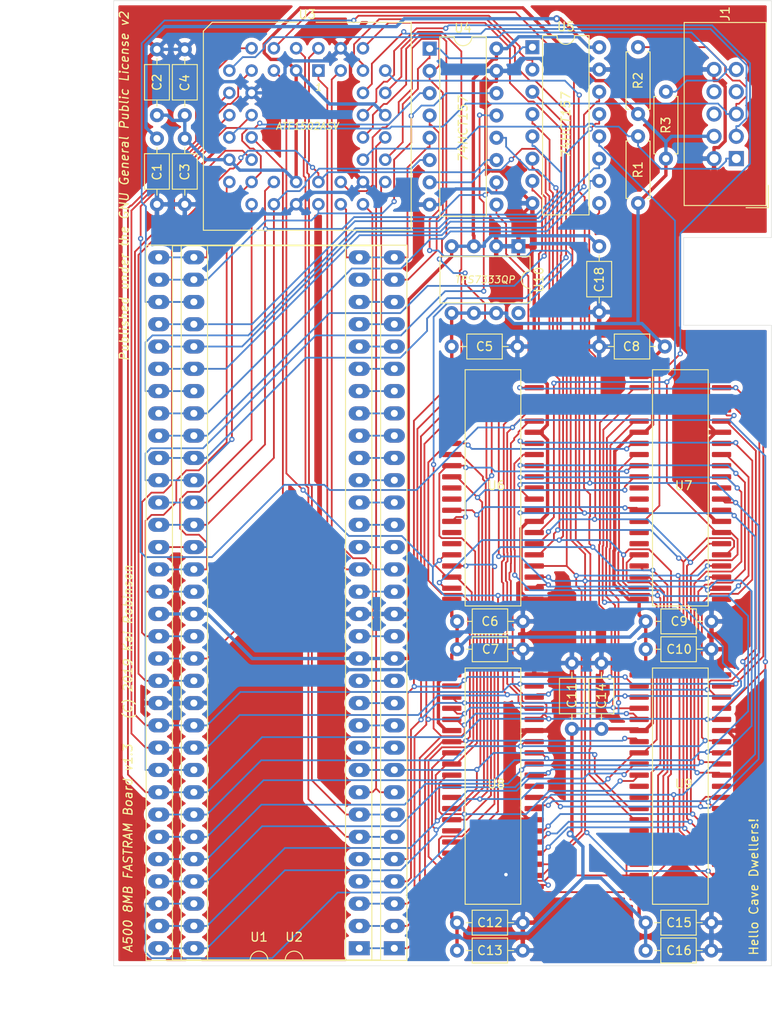
<source format=kicad_pcb>
(kicad_pcb (version 20171130) (host pcbnew "(5.1.2-1)-1")
  (layers (0 F.Cu mixed) (31 B.Cu mixed) (35 F.Paste user) (37 F.SilkS user) (38 B.Mask user) (39 F.Mask user) (44 Edge.Cuts user))
  (net 0 "")
  (net 1 GND)
  (net 2 /VCC33)
  (net 3 /TCK)
  (net 4 /TDO)
  (net 5 /TMS)
  (net 6 "Net-(J1-Pad6)")
  (net 7 "Net-(J1-Pad7)")
  (net 8 "Net-(J1-Pad8)")
  (net 9 /TDI)
  (net 10 /CPU_D4)
  (net 11 /CPU_A5)
  (net 12 /CPU_D3)
  (net 13 /CPU_A6)
  (net 14 /CPU_D2)
  (net 15 /CPU_A7)
  (net 16 /CPU_D1)
  (net 17 /CPU_A8)
  (net 18 /CPU_D0)
  (net 19 /CPU_A9)
  (net 20 /CPU_A10)
  (net 21 /CPU_A11)
  (net 22 /CPU_A12)
  (net 23 /CPU_RW)
  (net 24 /CPU_A13)
  (net 25 /CPU_A14)
  (net 26 /CPU_A15)
  (net 27 /CPU_A16)
  (net 28 /CPU_A17)
  (net 29 /CPU_A18)
  (net 30 /CPU_CLK)
  (net 31 /CPU_A19)
  (net 32 /CPU_A20)
  (net 33 /CPU_A21)
  (net 34 /CPU_A22)
  (net 35 /CPU_A23)
  (net 36 /CPU_D15)
  (net 37 /CPU_D14)
  (net 38 /CPU_D13)
  (net 39 /CPU_D12)
  (net 40 /CPU_D11)
  (net 41 /CPU_D10)
  (net 42 /CPU_D9)
  (net 43 /CPU_A1)
  (net 44 /CPU_D8)
  (net 45 /CPU_A2)
  (net 46 /CPU_D7)
  (net 47 /CPU_A3)
  (net 48 /CPU_D6)
  (net 49 /CPU_A4)
  (net 50 /CPU_D5)
  (net 51 /MUX_SWITCH)
  (net 52 "Net-(U6-Pad11)")
  (net 53 "Net-(U6-Pad12)")
  (net 54 "Net-(U6-Pad15)")
  (net 55 "Net-(U6-Pad16)")
  (net 56 "Net-(U6-Pad32)")
  (net 57 "Net-(U7-Pad32)")
  (net 58 "Net-(U7-Pad16)")
  (net 59 "Net-(U7-Pad15)")
  (net 60 "Net-(U7-Pad12)")
  (net 61 "Net-(U7-Pad11)")
  (net 62 "Net-(U8-Pad11)")
  (net 63 "Net-(U8-Pad12)")
  (net 64 "Net-(U8-Pad15)")
  (net 65 "Net-(U8-Pad16)")
  (net 66 "Net-(U8-Pad32)")
  (net 67 /CPU_AS)
  (net 68 /CPU_UDS)
  (net 69 /CPU_LDS)
  (net 70 /DRAM_UCAS)
  (net 71 /DRAM_RAS3)
  (net 72 /DRAM_RAS0)
  (net 73 /DRAM_RAS1)
  (net 74 /DRAM_RAS2)
  (net 75 /DRAM_LCAS)
  (net 76 /CPU_RESET)
  (net 77 VCC)
  (net 78 /DRAM_A4)
  (net 79 /DRAM_A2)
  (net 80 /DRAM_A5)
  (net 81 /DRAM_A3)
  (net 82 /DRAM_A7)
  (net 83 /DRAM_A9)
  (net 84 /DRAM_A6)
  (net 85 /DRAM_A8)
  (net 86 /DRAM_A0)
  (net 87 /DRAM_A1)
  (net 88 /CPU_DTACK)
  (net 89 /CPU_BG)
  (net 90 /CPU_BGACK)
  (net 91 /CPU_BR)
  (net 92 /CPU_HALT)
  (net 93 /CPU_VMA)
  (net 94 /CPU_E)
  (net 95 /CPU_VPA)
  (net 96 /CPU_BERR)
  (net 97 /CPU_IPL2)
  (net 98 /CPU_IPL1)
  (net 99 /CPU_IPL0)
  (net 100 /CPU_FC2)
  (net 101 /CPU_FC1)
  (net 102 /CPU_FC0)
  (net 103 "Net-(U9-Pad32)")
  (net 104 "Net-(U9-Pad16)")
  (net 105 "Net-(U9-Pad15)")
  (net 106 "Net-(U9-Pad12)")
  (net 107 "Net-(U9-Pad11)")
  (net 108 "Net-(U10-Pad8)")
  (module Package_SO_J-Lead:SOJ-42 (layer F.Cu) (at 118.635 73)
    (fp_text reference U6 (at 0 1.27) (layer F.SilkS))
    (fp_text value IS41LV16100D)
    (pad 1 smd roundrect (at -5.08 -11.16) (size 2.2 0.6) (layers F.Cu F.Paste F.Mask) (roundrect_rratio 0.2) (net 2 /VCC33))
    (pad 2 smd roundrect (at -5.08 -9.89) (size 2.2 0.6) (layers F.Cu F.Paste F.Mask) (roundrect_rratio 0.2) (net 18 /CPU_D0))
    (pad 3 smd roundrect (at -5.08 -8.62) (size 2.2 0.6) (layers F.Cu F.Paste F.Mask) (roundrect_rratio 0.2) (net 16 /CPU_D1))
    (pad 4 smd roundrect (at -5.08 -7.35) (size 2.2 0.6) (layers F.Cu F.Paste F.Mask) (roundrect_rratio 0.2) (net 14 /CPU_D2))
    (pad 5 smd roundrect (at -5.08 -6.08) (size 2.2 0.6) (layers F.Cu F.Paste F.Mask) (roundrect_rratio 0.2) (net 12 /CPU_D3))
    (pad 6 smd roundrect (at -5.08 -4.81) (size 2.2 0.6) (layers F.Cu F.Paste F.Mask) (roundrect_rratio 0.2) (net 2 /VCC33))
    (pad 7 smd roundrect (at -5.08 -3.54) (size 2.2 0.6) (layers F.Cu F.Paste F.Mask) (roundrect_rratio 0.2) (net 10 /CPU_D4))
    (pad 8 smd roundrect (at -5.08 -2.27) (size 2.2 0.6) (layers F.Cu F.Paste F.Mask) (roundrect_rratio 0.2) (net 50 /CPU_D5))
    (pad 9 smd roundrect (at -5.08 -1) (size 2.2 0.6) (layers F.Cu F.Paste F.Mask) (roundrect_rratio 0.2) (net 48 /CPU_D6))
    (pad 10 smd roundrect (at -5.08 0.27) (size 2.2 0.6) (layers F.Cu F.Paste F.Mask) (roundrect_rratio 0.2) (net 46 /CPU_D7))
    (pad 11 smd roundrect (at -5.08 1.54) (size 2.2 0.6) (layers F.Cu F.Paste F.Mask) (roundrect_rratio 0.2) (net 52 "Net-(U6-Pad11)"))
    (pad 12 smd roundrect (at -5.08 2.81) (size 2.2 0.6) (layers F.Cu F.Paste F.Mask) (roundrect_rratio 0.2) (net 53 "Net-(U6-Pad12)"))
    (pad 13 smd roundrect (at -5.08 4.08) (size 2.2 0.6) (layers F.Cu F.Paste F.Mask) (roundrect_rratio 0.2) (net 23 /CPU_RW))
    (pad 14 smd roundrect (at -5.08 5.35) (size 2.2 0.6) (layers F.Cu F.Paste F.Mask) (roundrect_rratio 0.2) (net 72 /DRAM_RAS0))
    (pad 15 smd roundrect (at -5.08 6.62) (size 2.2 0.6) (layers F.Cu F.Paste F.Mask) (roundrect_rratio 0.2) (net 54 "Net-(U6-Pad15)"))
    (pad 16 smd roundrect (at -5.08 7.89) (size 2.2 0.6) (layers F.Cu F.Paste F.Mask) (roundrect_rratio 0.2) (net 55 "Net-(U6-Pad16)"))
    (pad 17 smd roundrect (at -5.08 9.16) (size 2.2 0.6) (layers F.Cu F.Paste F.Mask) (roundrect_rratio 0.2) (net 86 /DRAM_A0))
    (pad 18 smd roundrect (at -5.08 10.43) (size 2.2 0.6) (layers F.Cu F.Paste F.Mask) (roundrect_rratio 0.2) (net 87 /DRAM_A1))
    (pad 19 smd roundrect (at -5.08 11.7) (size 2.2 0.6) (layers F.Cu F.Paste F.Mask) (roundrect_rratio 0.2) (net 79 /DRAM_A2))
    (pad 20 smd roundrect (at -5.08 12.97) (size 2.2 0.6) (layers F.Cu F.Paste F.Mask) (roundrect_rratio 0.2) (net 81 /DRAM_A3))
    (pad 21 smd roundrect (at -5.08 14.24) (size 2.2 0.6) (layers F.Cu F.Paste F.Mask) (roundrect_rratio 0.2) (net 2 /VCC33))
    (pad 22 smd roundrect (at 4.32 14.24) (size 2.2 0.6) (layers F.Cu F.Paste F.Mask) (roundrect_rratio 0.2) (net 1 GND))
    (pad 23 smd roundrect (at 4.32 12.97) (size 2.2 0.6) (layers F.Cu F.Paste F.Mask) (roundrect_rratio 0.2) (net 78 /DRAM_A4))
    (pad 24 smd roundrect (at 4.32 11.7) (size 2.2 0.6) (layers F.Cu F.Paste F.Mask) (roundrect_rratio 0.2) (net 80 /DRAM_A5))
    (pad 25 smd roundrect (at 4.32 10.43) (size 2.2 0.6) (layers F.Cu F.Paste F.Mask) (roundrect_rratio 0.2) (net 84 /DRAM_A6))
    (pad 26 smd roundrect (at 4.32 9.16) (size 2.2 0.6) (layers F.Cu F.Paste F.Mask) (roundrect_rratio 0.2) (net 82 /DRAM_A7))
    (pad 27 smd roundrect (at 4.32 7.89) (size 2.2 0.6) (layers F.Cu F.Paste F.Mask) (roundrect_rratio 0.2) (net 85 /DRAM_A8))
    (pad 28 smd roundrect (at 4.32 6.62) (size 2.2 0.6) (layers F.Cu F.Paste F.Mask) (roundrect_rratio 0.2) (net 83 /DRAM_A9))
    (pad 29 smd roundrect (at 4.32 5.35) (size 2.2 0.6) (layers F.Cu F.Paste F.Mask) (roundrect_rratio 0.2) (net 1 GND))
    (pad 30 smd roundrect (at 4.32 4.08) (size 2.2 0.6) (layers F.Cu F.Paste F.Mask) (roundrect_rratio 0.2) (net 70 /DRAM_UCAS))
    (pad 31 smd roundrect (at 4.32 2.81) (size 2.2 0.6) (layers F.Cu F.Paste F.Mask) (roundrect_rratio 0.2) (net 75 /DRAM_LCAS))
    (pad 32 smd roundrect (at 4.32 1.54) (size 2.2 0.6) (layers F.Cu F.Paste F.Mask) (roundrect_rratio 0.2) (net 56 "Net-(U6-Pad32)"))
    (pad 33 smd roundrect (at 4.32 0.27) (size 2.2 0.6) (layers F.Cu F.Paste F.Mask) (roundrect_rratio 0.2) (net 44 /CPU_D8))
    (pad 34 smd roundrect (at 4.32 -1) (size 2.2 0.6) (layers F.Cu F.Paste F.Mask) (roundrect_rratio 0.2) (net 42 /CPU_D9))
    (pad 35 smd roundrect (at 4.32 -2.27) (size 2.2 0.6) (layers F.Cu F.Paste F.Mask) (roundrect_rratio 0.2) (net 41 /CPU_D10))
    (pad 36 smd roundrect (at 4.32 -3.54) (size 2.2 0.6) (layers F.Cu F.Paste F.Mask) (roundrect_rratio 0.2) (net 40 /CPU_D11))
    (pad 37 smd roundrect (at 4.32 -4.81) (size 2.2 0.6) (layers F.Cu F.Paste F.Mask) (roundrect_rratio 0.2) (net 1 GND))
    (pad 38 smd roundrect (at 4.32 -6.08) (size 2.2 0.6) (layers F.Cu F.Paste F.Mask) (roundrect_rratio 0.2) (net 39 /CPU_D12))
    (pad 39 smd roundrect (at 4.32 -7.35) (size 2.2 0.6) (layers F.Cu F.Paste F.Mask) (roundrect_rratio 0.2) (net 38 /CPU_D13))
    (pad 40 smd roundrect (at 4.32 -8.62) (size 2.2 0.6) (layers F.Cu F.Paste F.Mask) (roundrect_rratio 0.2) (net 37 /CPU_D14))
    (pad 41 smd roundrect (at 4.32 -9.89) (size 2.2 0.6) (layers F.Cu F.Paste F.Mask) (roundrect_rratio 0.2) (net 36 /CPU_D15))
    (pad 42 smd roundrect (at 4.32 -11.16) (size 2.2 0.6) (layers F.Cu F.Paste F.Mask) (roundrect_rratio 0.2) (net 1 GND))
  )
  (module Package_SO_J-Lead:SOJ-42 (layer F.Cu) (at 140 73)
    (fp_text reference U7 (at 0 1.27) (layer F.SilkS))
    (fp_text value IS41LV16100D)
    (pad 1 smd roundrect (at -5.08 -11.16) (size 2.2 0.6) (layers F.Cu F.Paste F.Mask) (roundrect_rratio 0.2) (net 2 /VCC33))
    (pad 2 smd roundrect (at -5.08 -9.89) (size 2.2 0.6) (layers F.Cu F.Paste F.Mask) (roundrect_rratio 0.2) (net 18 /CPU_D0))
    (pad 3 smd roundrect (at -5.08 -8.62) (size 2.2 0.6) (layers F.Cu F.Paste F.Mask) (roundrect_rratio 0.2) (net 16 /CPU_D1))
    (pad 4 smd roundrect (at -5.08 -7.35) (size 2.2 0.6) (layers F.Cu F.Paste F.Mask) (roundrect_rratio 0.2) (net 14 /CPU_D2))
    (pad 5 smd roundrect (at -5.08 -6.08) (size 2.2 0.6) (layers F.Cu F.Paste F.Mask) (roundrect_rratio 0.2) (net 12 /CPU_D3))
    (pad 6 smd roundrect (at -5.08 -4.81) (size 2.2 0.6) (layers F.Cu F.Paste F.Mask) (roundrect_rratio 0.2) (net 2 /VCC33))
    (pad 7 smd roundrect (at -5.08 -3.54) (size 2.2 0.6) (layers F.Cu F.Paste F.Mask) (roundrect_rratio 0.2) (net 10 /CPU_D4))
    (pad 8 smd roundrect (at -5.08 -2.27) (size 2.2 0.6) (layers F.Cu F.Paste F.Mask) (roundrect_rratio 0.2) (net 50 /CPU_D5))
    (pad 9 smd roundrect (at -5.08 -1) (size 2.2 0.6) (layers F.Cu F.Paste F.Mask) (roundrect_rratio 0.2) (net 48 /CPU_D6))
    (pad 10 smd roundrect (at -5.08 0.27) (size 2.2 0.6) (layers F.Cu F.Paste F.Mask) (roundrect_rratio 0.2) (net 46 /CPU_D7))
    (pad 11 smd roundrect (at -5.08 1.54) (size 2.2 0.6) (layers F.Cu F.Paste F.Mask) (roundrect_rratio 0.2) (net 61 "Net-(U7-Pad11)"))
    (pad 12 smd roundrect (at -5.08 2.81) (size 2.2 0.6) (layers F.Cu F.Paste F.Mask) (roundrect_rratio 0.2) (net 60 "Net-(U7-Pad12)"))
    (pad 13 smd roundrect (at -5.08 4.08) (size 2.2 0.6) (layers F.Cu F.Paste F.Mask) (roundrect_rratio 0.2) (net 23 /CPU_RW))
    (pad 14 smd roundrect (at -5.08 5.35) (size 2.2 0.6) (layers F.Cu F.Paste F.Mask) (roundrect_rratio 0.2) (net 73 /DRAM_RAS1))
    (pad 15 smd roundrect (at -5.08 6.62) (size 2.2 0.6) (layers F.Cu F.Paste F.Mask) (roundrect_rratio 0.2) (net 59 "Net-(U7-Pad15)"))
    (pad 16 smd roundrect (at -5.08 7.89) (size 2.2 0.6) (layers F.Cu F.Paste F.Mask) (roundrect_rratio 0.2) (net 58 "Net-(U7-Pad16)"))
    (pad 17 smd roundrect (at -5.08 9.16) (size 2.2 0.6) (layers F.Cu F.Paste F.Mask) (roundrect_rratio 0.2) (net 86 /DRAM_A0))
    (pad 18 smd roundrect (at -5.08 10.43) (size 2.2 0.6) (layers F.Cu F.Paste F.Mask) (roundrect_rratio 0.2) (net 87 /DRAM_A1))
    (pad 19 smd roundrect (at -5.08 11.7) (size 2.2 0.6) (layers F.Cu F.Paste F.Mask) (roundrect_rratio 0.2) (net 79 /DRAM_A2))
    (pad 20 smd roundrect (at -5.08 12.97) (size 2.2 0.6) (layers F.Cu F.Paste F.Mask) (roundrect_rratio 0.2) (net 81 /DRAM_A3))
    (pad 21 smd roundrect (at -5.08 14.24) (size 2.2 0.6) (layers F.Cu F.Paste F.Mask) (roundrect_rratio 0.2) (net 2 /VCC33))
    (pad 22 smd roundrect (at 4.32 14.24) (size 2.2 0.6) (layers F.Cu F.Paste F.Mask) (roundrect_rratio 0.2) (net 1 GND))
    (pad 23 smd roundrect (at 4.32 12.97) (size 2.2 0.6) (layers F.Cu F.Paste F.Mask) (roundrect_rratio 0.2) (net 78 /DRAM_A4))
    (pad 24 smd roundrect (at 4.32 11.7) (size 2.2 0.6) (layers F.Cu F.Paste F.Mask) (roundrect_rratio 0.2) (net 80 /DRAM_A5))
    (pad 25 smd roundrect (at 4.32 10.43) (size 2.2 0.6) (layers F.Cu F.Paste F.Mask) (roundrect_rratio 0.2) (net 84 /DRAM_A6))
    (pad 26 smd roundrect (at 4.32 9.16) (size 2.2 0.6) (layers F.Cu F.Paste F.Mask) (roundrect_rratio 0.2) (net 82 /DRAM_A7))
    (pad 27 smd roundrect (at 4.32 7.89) (size 2.2 0.6) (layers F.Cu F.Paste F.Mask) (roundrect_rratio 0.2) (net 85 /DRAM_A8))
    (pad 28 smd roundrect (at 4.32 6.62) (size 2.2 0.6) (layers F.Cu F.Paste F.Mask) (roundrect_rratio 0.2) (net 83 /DRAM_A9))
    (pad 29 smd roundrect (at 4.32 5.35) (size 2.2 0.6) (layers F.Cu F.Paste F.Mask) (roundrect_rratio 0.2) (net 1 GND))
    (pad 30 smd roundrect (at 4.32 4.08) (size 2.2 0.6) (layers F.Cu F.Paste F.Mask) (roundrect_rratio 0.2) (net 70 /DRAM_UCAS))
    (pad 31 smd roundrect (at 4.32 2.81) (size 2.2 0.6) (layers F.Cu F.Paste F.Mask) (roundrect_rratio 0.2) (net 75 /DRAM_LCAS))
    (pad 32 smd roundrect (at 4.32 1.54) (size 2.2 0.6) (layers F.Cu F.Paste F.Mask) (roundrect_rratio 0.2) (net 57 "Net-(U7-Pad32)"))
    (pad 33 smd roundrect (at 4.32 0.27) (size 2.2 0.6) (layers F.Cu F.Paste F.Mask) (roundrect_rratio 0.2) (net 44 /CPU_D8))
    (pad 34 smd roundrect (at 4.32 -1) (size 2.2 0.6) (layers F.Cu F.Paste F.Mask) (roundrect_rratio 0.2) (net 42 /CPU_D9))
    (pad 35 smd roundrect (at 4.32 -2.27) (size 2.2 0.6) (layers F.Cu F.Paste F.Mask) (roundrect_rratio 0.2) (net 41 /CPU_D10))
    (pad 36 smd roundrect (at 4.32 -3.54) (size 2.2 0.6) (layers F.Cu F.Paste F.Mask) (roundrect_rratio 0.2) (net 40 /CPU_D11))
    (pad 37 smd roundrect (at 4.32 -4.81) (size 2.2 0.6) (layers F.Cu F.Paste F.Mask) (roundrect_rratio 0.2) (net 1 GND))
    (pad 38 smd roundrect (at 4.32 -6.08) (size 2.2 0.6) (layers F.Cu F.Paste F.Mask) (roundrect_rratio 0.2) (net 39 /CPU_D12))
    (pad 39 smd roundrect (at 4.32 -7.35) (size 2.2 0.6) (layers F.Cu F.Paste F.Mask) (roundrect_rratio 0.2) (net 38 /CPU_D13))
    (pad 40 smd roundrect (at 4.32 -8.62) (size 2.2 0.6) (layers F.Cu F.Paste F.Mask) (roundrect_rratio 0.2) (net 37 /CPU_D14))
    (pad 41 smd roundrect (at 4.32 -9.89) (size 2.2 0.6) (layers F.Cu F.Paste F.Mask) (roundrect_rratio 0.2) (net 36 /CPU_D15))
    (pad 42 smd roundrect (at 4.32 -11.16) (size 2.2 0.6) (layers F.Cu F.Paste F.Mask) (roundrect_rratio 0.2) (net 1 GND))
  )
  (module Package_SO_J-Lead:SOJ-42 (layer F.Cu) (at 118.635 107)
    (fp_text reference U8 (at 0 1.27) (layer F.SilkS))
    (fp_text value IS41LV16100D)
    (pad 1 smd roundrect (at -5.08 -11.16) (size 2.2 0.6) (layers F.Cu F.Paste F.Mask) (roundrect_rratio 0.2) (net 2 /VCC33))
    (pad 2 smd roundrect (at -5.08 -9.89) (size 2.2 0.6) (layers F.Cu F.Paste F.Mask) (roundrect_rratio 0.2) (net 18 /CPU_D0))
    (pad 3 smd roundrect (at -5.08 -8.62) (size 2.2 0.6) (layers F.Cu F.Paste F.Mask) (roundrect_rratio 0.2) (net 16 /CPU_D1))
    (pad 4 smd roundrect (at -5.08 -7.35) (size 2.2 0.6) (layers F.Cu F.Paste F.Mask) (roundrect_rratio 0.2) (net 14 /CPU_D2))
    (pad 5 smd roundrect (at -5.08 -6.08) (size 2.2 0.6) (layers F.Cu F.Paste F.Mask) (roundrect_rratio 0.2) (net 12 /CPU_D3))
    (pad 6 smd roundrect (at -5.08 -4.81) (size 2.2 0.6) (layers F.Cu F.Paste F.Mask) (roundrect_rratio 0.2) (net 2 /VCC33))
    (pad 7 smd roundrect (at -5.08 -3.54) (size 2.2 0.6) (layers F.Cu F.Paste F.Mask) (roundrect_rratio 0.2) (net 10 /CPU_D4))
    (pad 8 smd roundrect (at -5.08 -2.27) (size 2.2 0.6) (layers F.Cu F.Paste F.Mask) (roundrect_rratio 0.2) (net 50 /CPU_D5))
    (pad 9 smd roundrect (at -5.08 -1) (size 2.2 0.6) (layers F.Cu F.Paste F.Mask) (roundrect_rratio 0.2) (net 48 /CPU_D6))
    (pad 10 smd roundrect (at -5.08 0.27) (size 2.2 0.6) (layers F.Cu F.Paste F.Mask) (roundrect_rratio 0.2) (net 46 /CPU_D7))
    (pad 11 smd roundrect (at -5.08 1.54) (size 2.2 0.6) (layers F.Cu F.Paste F.Mask) (roundrect_rratio 0.2) (net 62 "Net-(U8-Pad11)"))
    (pad 12 smd roundrect (at -5.08 2.81) (size 2.2 0.6) (layers F.Cu F.Paste F.Mask) (roundrect_rratio 0.2) (net 63 "Net-(U8-Pad12)"))
    (pad 13 smd roundrect (at -5.08 4.08) (size 2.2 0.6) (layers F.Cu F.Paste F.Mask) (roundrect_rratio 0.2) (net 23 /CPU_RW))
    (pad 14 smd roundrect (at -5.08 5.35) (size 2.2 0.6) (layers F.Cu F.Paste F.Mask) (roundrect_rratio 0.2) (net 74 /DRAM_RAS2))
    (pad 15 smd roundrect (at -5.08 6.62) (size 2.2 0.6) (layers F.Cu F.Paste F.Mask) (roundrect_rratio 0.2) (net 64 "Net-(U8-Pad15)"))
    (pad 16 smd roundrect (at -5.08 7.89) (size 2.2 0.6) (layers F.Cu F.Paste F.Mask) (roundrect_rratio 0.2) (net 65 "Net-(U8-Pad16)"))
    (pad 17 smd roundrect (at -5.08 9.16) (size 2.2 0.6) (layers F.Cu F.Paste F.Mask) (roundrect_rratio 0.2) (net 86 /DRAM_A0))
    (pad 18 smd roundrect (at -5.08 10.43) (size 2.2 0.6) (layers F.Cu F.Paste F.Mask) (roundrect_rratio 0.2) (net 87 /DRAM_A1))
    (pad 19 smd roundrect (at -5.08 11.7) (size 2.2 0.6) (layers F.Cu F.Paste F.Mask) (roundrect_rratio 0.2) (net 79 /DRAM_A2))
    (pad 20 smd roundrect (at -5.08 12.97) (size 2.2 0.6) (layers F.Cu F.Paste F.Mask) (roundrect_rratio 0.2) (net 81 /DRAM_A3))
    (pad 21 smd roundrect (at -5.08 14.24) (size 2.2 0.6) (layers F.Cu F.Paste F.Mask) (roundrect_rratio 0.2) (net 2 /VCC33))
    (pad 22 smd roundrect (at 4.32 14.24) (size 2.2 0.6) (layers F.Cu F.Paste F.Mask) (roundrect_rratio 0.2) (net 1 GND))
    (pad 23 smd roundrect (at 4.32 12.97) (size 2.2 0.6) (layers F.Cu F.Paste F.Mask) (roundrect_rratio 0.2) (net 78 /DRAM_A4))
    (pad 24 smd roundrect (at 4.32 11.7) (size 2.2 0.6) (layers F.Cu F.Paste F.Mask) (roundrect_rratio 0.2) (net 80 /DRAM_A5))
    (pad 25 smd roundrect (at 4.32 10.43) (size 2.2 0.6) (layers F.Cu F.Paste F.Mask) (roundrect_rratio 0.2) (net 84 /DRAM_A6))
    (pad 26 smd roundrect (at 4.32 9.16) (size 2.2 0.6) (layers F.Cu F.Paste F.Mask) (roundrect_rratio 0.2) (net 82 /DRAM_A7))
    (pad 27 smd roundrect (at 4.32 7.89) (size 2.2 0.6) (layers F.Cu F.Paste F.Mask) (roundrect_rratio 0.2) (net 85 /DRAM_A8))
    (pad 28 smd roundrect (at 4.32 6.62) (size 2.2 0.6) (layers F.Cu F.Paste F.Mask) (roundrect_rratio 0.2) (net 83 /DRAM_A9))
    (pad 29 smd roundrect (at 4.32 5.35) (size 2.2 0.6) (layers F.Cu F.Paste F.Mask) (roundrect_rratio 0.2) (net 1 GND))
    (pad 30 smd roundrect (at 4.32 4.08) (size 2.2 0.6) (layers F.Cu F.Paste F.Mask) (roundrect_rratio 0.2) (net 70 /DRAM_UCAS))
    (pad 31 smd roundrect (at 4.32 2.81) (size 2.2 0.6) (layers F.Cu F.Paste F.Mask) (roundrect_rratio 0.2) (net 75 /DRAM_LCAS))
    (pad 32 smd roundrect (at 4.32 1.54) (size 2.2 0.6) (layers F.Cu F.Paste F.Mask) (roundrect_rratio 0.2) (net 66 "Net-(U8-Pad32)"))
    (pad 33 smd roundrect (at 4.32 0.27) (size 2.2 0.6) (layers F.Cu F.Paste F.Mask) (roundrect_rratio 0.2) (net 44 /CPU_D8))
    (pad 34 smd roundrect (at 4.32 -1) (size 2.2 0.6) (layers F.Cu F.Paste F.Mask) (roundrect_rratio 0.2) (net 42 /CPU_D9))
    (pad 35 smd roundrect (at 4.32 -2.27) (size 2.2 0.6) (layers F.Cu F.Paste F.Mask) (roundrect_rratio 0.2) (net 41 /CPU_D10))
    (pad 36 smd roundrect (at 4.32 -3.54) (size 2.2 0.6) (layers F.Cu F.Paste F.Mask) (roundrect_rratio 0.2) (net 40 /CPU_D11))
    (pad 37 smd roundrect (at 4.32 -4.81) (size 2.2 0.6) (layers F.Cu F.Paste F.Mask) (roundrect_rratio 0.2) (net 1 GND))
    (pad 38 smd roundrect (at 4.32 -6.08) (size 2.2 0.6) (layers F.Cu F.Paste F.Mask) (roundrect_rratio 0.2) (net 39 /CPU_D12))
    (pad 39 smd roundrect (at 4.32 -7.35) (size 2.2 0.6) (layers F.Cu F.Paste F.Mask) (roundrect_rratio 0.2) (net 38 /CPU_D13))
    (pad 40 smd roundrect (at 4.32 -8.62) (size 2.2 0.6) (layers F.Cu F.Paste F.Mask) (roundrect_rratio 0.2) (net 37 /CPU_D14))
    (pad 41 smd roundrect (at 4.32 -9.89) (size 2.2 0.6) (layers F.Cu F.Paste F.Mask) (roundrect_rratio 0.2) (net 36 /CPU_D15))
    (pad 42 smd roundrect (at 4.32 -11.16) (size 2.2 0.6) (layers F.Cu F.Paste F.Mask) (roundrect_rratio 0.2) (net 1 GND))
  )
  (module Package_SO_J-Lead:SOJ-42 (layer F.Cu) (at 140 107)
    (fp_text reference U9 (at 0 1.27) (layer F.SilkS))
    (fp_text value IS41LV16100D)
    (pad 1 smd roundrect (at -5.08 -11.16) (size 2.2 0.6) (layers F.Cu F.Paste F.Mask) (roundrect_rratio 0.2) (net 2 /VCC33))
    (pad 2 smd roundrect (at -5.08 -9.89) (size 2.2 0.6) (layers F.Cu F.Paste F.Mask) (roundrect_rratio 0.2) (net 18 /CPU_D0))
    (pad 3 smd roundrect (at -5.08 -8.62) (size 2.2 0.6) (layers F.Cu F.Paste F.Mask) (roundrect_rratio 0.2) (net 16 /CPU_D1))
    (pad 4 smd roundrect (at -5.08 -7.35) (size 2.2 0.6) (layers F.Cu F.Paste F.Mask) (roundrect_rratio 0.2) (net 14 /CPU_D2))
    (pad 5 smd roundrect (at -5.08 -6.08) (size 2.2 0.6) (layers F.Cu F.Paste F.Mask) (roundrect_rratio 0.2) (net 12 /CPU_D3))
    (pad 6 smd roundrect (at -5.08 -4.81) (size 2.2 0.6) (layers F.Cu F.Paste F.Mask) (roundrect_rratio 0.2) (net 2 /VCC33))
    (pad 7 smd roundrect (at -5.08 -3.54) (size 2.2 0.6) (layers F.Cu F.Paste F.Mask) (roundrect_rratio 0.2) (net 10 /CPU_D4))
    (pad 8 smd roundrect (at -5.08 -2.27) (size 2.2 0.6) (layers F.Cu F.Paste F.Mask) (roundrect_rratio 0.2) (net 50 /CPU_D5))
    (pad 9 smd roundrect (at -5.08 -1) (size 2.2 0.6) (layers F.Cu F.Paste F.Mask) (roundrect_rratio 0.2) (net 48 /CPU_D6))
    (pad 10 smd roundrect (at -5.08 0.27) (size 2.2 0.6) (layers F.Cu F.Paste F.Mask) (roundrect_rratio 0.2) (net 46 /CPU_D7))
    (pad 11 smd roundrect (at -5.08 1.54) (size 2.2 0.6) (layers F.Cu F.Paste F.Mask) (roundrect_rratio 0.2) (net 107 "Net-(U9-Pad11)"))
    (pad 12 smd roundrect (at -5.08 2.81) (size 2.2 0.6) (layers F.Cu F.Paste F.Mask) (roundrect_rratio 0.2) (net 106 "Net-(U9-Pad12)"))
    (pad 13 smd roundrect (at -5.08 4.08) (size 2.2 0.6) (layers F.Cu F.Paste F.Mask) (roundrect_rratio 0.2) (net 23 /CPU_RW))
    (pad 14 smd roundrect (at -5.08 5.35) (size 2.2 0.6) (layers F.Cu F.Paste F.Mask) (roundrect_rratio 0.2) (net 71 /DRAM_RAS3))
    (pad 15 smd roundrect (at -5.08 6.62) (size 2.2 0.6) (layers F.Cu F.Paste F.Mask) (roundrect_rratio 0.2) (net 105 "Net-(U9-Pad15)"))
    (pad 16 smd roundrect (at -5.08 7.89) (size 2.2 0.6) (layers F.Cu F.Paste F.Mask) (roundrect_rratio 0.2) (net 104 "Net-(U9-Pad16)"))
    (pad 17 smd roundrect (at -5.08 9.16) (size 2.2 0.6) (layers F.Cu F.Paste F.Mask) (roundrect_rratio 0.2) (net 86 /DRAM_A0))
    (pad 18 smd roundrect (at -5.08 10.43) (size 2.2 0.6) (layers F.Cu F.Paste F.Mask) (roundrect_rratio 0.2) (net 87 /DRAM_A1))
    (pad 19 smd roundrect (at -5.08 11.7) (size 2.2 0.6) (layers F.Cu F.Paste F.Mask) (roundrect_rratio 0.2) (net 79 /DRAM_A2))
    (pad 20 smd roundrect (at -5.08 12.97) (size 2.2 0.6) (layers F.Cu F.Paste F.Mask) (roundrect_rratio 0.2) (net 81 /DRAM_A3))
    (pad 21 smd roundrect (at -5.08 14.24) (size 2.2 0.6) (layers F.Cu F.Paste F.Mask) (roundrect_rratio 0.2) (net 2 /VCC33))
    (pad 22 smd roundrect (at 4.32 14.24) (size 2.2 0.6) (layers F.Cu F.Paste F.Mask) (roundrect_rratio 0.2) (net 1 GND))
    (pad 23 smd roundrect (at 4.32 12.97) (size 2.2 0.6) (layers F.Cu F.Paste F.Mask) (roundrect_rratio 0.2) (net 78 /DRAM_A4))
    (pad 24 smd roundrect (at 4.32 11.7) (size 2.2 0.6) (layers F.Cu F.Paste F.Mask) (roundrect_rratio 0.2) (net 80 /DRAM_A5))
    (pad 25 smd roundrect (at 4.32 10.43) (size 2.2 0.6) (layers F.Cu F.Paste F.Mask) (roundrect_rratio 0.2) (net 84 /DRAM_A6))
    (pad 26 smd roundrect (at 4.32 9.16) (size 2.2 0.6) (layers F.Cu F.Paste F.Mask) (roundrect_rratio 0.2) (net 82 /DRAM_A7))
    (pad 27 smd roundrect (at 4.32 7.89) (size 2.2 0.6) (layers F.Cu F.Paste F.Mask) (roundrect_rratio 0.2) (net 85 /DRAM_A8))
    (pad 28 smd roundrect (at 4.32 6.62) (size 2.2 0.6) (layers F.Cu F.Paste F.Mask) (roundrect_rratio 0.2) (net 83 /DRAM_A9))
    (pad 29 smd roundrect (at 4.32 5.35) (size 2.2 0.6) (layers F.Cu F.Paste F.Mask) (roundrect_rratio 0.2) (net 1 GND))
    (pad 30 smd roundrect (at 4.32 4.08) (size 2.2 0.6) (layers F.Cu F.Paste F.Mask) (roundrect_rratio 0.2) (net 70 /DRAM_UCAS))
    (pad 31 smd roundrect (at 4.32 2.81) (size 2.2 0.6) (layers F.Cu F.Paste F.Mask) (roundrect_rratio 0.2) (net 75 /DRAM_LCAS))
    (pad 32 smd roundrect (at 4.32 1.54) (size 2.2 0.6) (layers F.Cu F.Paste F.Mask) (roundrect_rratio 0.2) (net 103 "Net-(U9-Pad32)"))
    (pad 33 smd roundrect (at 4.32 0.27) (size 2.2 0.6) (layers F.Cu F.Paste F.Mask) (roundrect_rratio 0.2) (net 44 /CPU_D8))
    (pad 34 smd roundrect (at 4.32 -1) (size 2.2 0.6) (layers F.Cu F.Paste F.Mask) (roundrect_rratio 0.2) (net 42 /CPU_D9))
    (pad 35 smd roundrect (at 4.32 -2.27) (size 2.2 0.6) (layers F.Cu F.Paste F.Mask) (roundrect_rratio 0.2) (net 41 /CPU_D10))
    (pad 36 smd roundrect (at 4.32 -3.54) (size 2.2 0.6) (layers F.Cu F.Paste F.Mask) (roundrect_rratio 0.2) (net 40 /CPU_D11))
    (pad 37 smd roundrect (at 4.32 -4.81) (size 2.2 0.6) (layers F.Cu F.Paste F.Mask) (roundrect_rratio 0.2) (net 1 GND))
    (pad 38 smd roundrect (at 4.32 -6.08) (size 2.2 0.6) (layers F.Cu F.Paste F.Mask) (roundrect_rratio 0.2) (net 39 /CPU_D12))
    (pad 39 smd roundrect (at 4.32 -7.35) (size 2.2 0.6) (layers F.Cu F.Paste F.Mask) (roundrect_rratio 0.2) (net 38 /CPU_D13))
    (pad 40 smd roundrect (at 4.32 -8.62) (size 2.2 0.6) (layers F.Cu F.Paste F.Mask) (roundrect_rratio 0.2) (net 37 /CPU_D14))
    (pad 41 smd roundrect (at 4.32 -9.89) (size 2.2 0.6) (layers F.Cu F.Paste F.Mask) (roundrect_rratio 0.2) (net 36 /CPU_D15))
    (pad 42 smd roundrect (at 4.32 -11.16) (size 2.2 0.6) (layers F.Cu F.Paste F.Mask) (roundrect_rratio 0.2) (net 1 GND))
  )
  (module Capacitor_THT:C_Axial_L3.8mm_D2.6mm_P7.50mm_Horizontal (layer F.Cu) (at 79.932 34.713 270)
    (fp_text reference C1 (at 3.81 0 90) (layer F.SilkS))
    (fp_text value 0.1uF)
    (pad 1 thru_hole circle (at 0 0 270) (size 1.6 1.6) (drill 0.8) (layers *.Cu *.Mask) (net 77 VCC))
    (pad 2 thru_hole oval (at 7.5 0 270) (size 1.6 1.6) (drill 0.8) (layers *.Cu *.Mask) (net 1 GND))
  )
  (module Capacitor_THT:C_Axial_L3.8mm_D2.6mm_P7.50mm_Horizontal (layer F.Cu) (at 83.107 24.553 270)
    (fp_text reference C4 (at 3.81 0 90) (layer F.SilkS))
    (fp_text value 0.1uF)
    (pad 2 thru_hole oval (at 7.5 0 270) (size 1.6 1.6) (drill 0.8) (layers *.Cu *.Mask) (net 2 /VCC33))
    (pad 1 thru_hole circle (at 0 0 270) (size 1.6 1.6) (drill 0.8) (layers *.Cu *.Mask) (net 1 GND))
  )
  (module Capacitor_THT:C_Axial_L3.8mm_D2.6mm_P7.50mm_Horizontal (layer F.Cu) (at 79.932 24.553 270)
    (fp_text reference C2 (at 3.75 0 90) (layer F.SilkS))
    (fp_text value 0.1uF)
    (pad 2 thru_hole oval (at 7.5 0 270) (size 1.6 1.6) (drill 0.8) (layers *.Cu *.Mask) (net 2 /VCC33))
    (pad 1 thru_hole circle (at 0 0 270) (size 1.6 1.6) (drill 0.8) (layers *.Cu *.Mask) (net 1 GND))
  )
  (module Capacitor_THT:C_Axial_L3.8mm_D2.6mm_P7.50mm_Horizontal (layer F.Cu) (at 83.107 34.713 270)
    (fp_text reference C3 (at 3.81 0 90) (layer F.SilkS))
    (fp_text value 0.1uF)
    (pad 1 thru_hole circle (at 0 0 270) (size 1.6 1.6) (drill 0.8) (layers *.Cu *.Mask) (net 2 /VCC33))
    (pad 2 thru_hole oval (at 7.5 0 270) (size 1.6 1.6) (drill 0.8) (layers *.Cu *.Mask) (net 1 GND))
  )
  (module Capacitor_THT:C_Axial_L3.8mm_D2.6mm_P7.50mm_Horizontal (layer F.Cu) (at 113.538 58.42)
    (fp_text reference C5 (at 3.75 0) (layer F.SilkS))
    (fp_text value 0.1uF)
    (pad 1 thru_hole circle (at 0 0) (size 1.6 1.6) (drill 0.8) (layers *.Cu *.Mask) (net 2 /VCC33))
    (pad 2 thru_hole oval (at 7.5 0) (size 1.6 1.6) (drill 0.8) (layers *.Cu *.Mask) (net 1 GND))
  )
  (module Capacitor_THT:C_Axial_L3.8mm_D2.6mm_P7.50mm_Horizontal (layer F.Cu) (at 114.161 89.745)
    (fp_text reference C6 (at 3.75 0) (layer F.SilkS))
    (fp_text value 0.1uF)
    (pad 2 thru_hole oval (at 7.5 0) (size 1.6 1.6) (drill 0.8) (layers *.Cu *.Mask) (net 1 GND))
    (pad 1 thru_hole circle (at 0 0) (size 1.6 1.6) (drill 0.8) (layers *.Cu *.Mask) (net 2 /VCC33))
  )
  (module Capacitor_THT:C_Axial_L3.8mm_D2.6mm_P7.50mm_Horizontal (layer F.Cu) (at 114.161 92.92)
    (fp_text reference C7 (at 3.81 0) (layer F.SilkS))
    (fp_text value 0.1uF)
    (pad 1 thru_hole circle (at 0 0) (size 1.6 1.6) (drill 0.8) (layers *.Cu *.Mask) (net 2 /VCC33))
    (pad 2 thru_hole oval (at 7.5 0) (size 1.6 1.6) (drill 0.8) (layers *.Cu *.Mask) (net 1 GND))
  )
  (module Capacitor_THT:C_Axial_L3.8mm_D2.6mm_P7.50mm_Horizontal (layer F.Cu) (at 137.858 58.42 180)
    (fp_text reference C8 (at 3.81 0) (layer F.SilkS))
    (fp_text value 0.1uF)
    (pad 2 thru_hole oval (at 7.5 0 180) (size 1.6 1.6) (drill 0.8) (layers *.Cu *.Mask) (net 1 GND))
    (pad 1 thru_hole circle (at 0 0 180) (size 1.6 1.6) (drill 0.8) (layers *.Cu *.Mask) (net 2 /VCC33))
  )
  (module Capacitor_THT:C_Axial_L3.8mm_D2.6mm_P7.50mm_Horizontal (layer F.Cu) (at 135.671 89.745)
    (fp_text reference C9 (at 3.81 0) (layer F.SilkS))
    (fp_text value 0.1uF)
    (pad 1 thru_hole circle (at 0 0) (size 1.6 1.6) (drill 0.8) (layers *.Cu *.Mask) (net 2 /VCC33))
    (pad 2 thru_hole oval (at 7.5 0) (size 1.6 1.6) (drill 0.8) (layers *.Cu *.Mask) (net 1 GND))
  )
  (module Capacitor_THT:C_Axial_L3.8mm_D2.6mm_P7.50mm_Horizontal (layer F.Cu) (at 135.671 92.92)
    (fp_text reference C10 (at 3.81 0) (layer F.SilkS))
    (fp_text value 0.1uF)
    (pad 2 thru_hole oval (at 7.5 0) (size 1.6 1.6) (drill 0.8) (layers *.Cu *.Mask) (net 1 GND))
    (pad 1 thru_hole circle (at 0 0) (size 1.6 1.6) (drill 0.8) (layers *.Cu *.Mask) (net 2 /VCC33))
  )
  (module Capacitor_THT:C_Axial_L3.8mm_D2.6mm_P7.50mm_Horizontal (layer F.Cu) (at 127.254 102 90)
    (fp_text reference C11 (at 3.81 0 90) (layer F.SilkS))
    (fp_text value 0.1uF)
    (pad 1 thru_hole circle (at 0 0 90) (size 1.6 1.6) (drill 0.8) (layers *.Cu *.Mask) (net 2 /VCC33))
    (pad 2 thru_hole oval (at 7.5 0 90) (size 1.6 1.6) (drill 0.8) (layers *.Cu *.Mask) (net 1 GND))
  )
  (module Capacitor_THT:C_Axial_L3.8mm_D2.6mm_P7.50mm_Horizontal (layer F.Cu) (at 114.151 124.083)
    (fp_text reference C12 (at 3.75 0) (layer F.SilkS))
    (fp_text value 0.1uF)
    (pad 2 thru_hole oval (at 7.5 0) (size 1.6 1.6) (drill 0.8) (layers *.Cu *.Mask) (net 1 GND))
    (pad 1 thru_hole circle (at 0 0) (size 1.6 1.6) (drill 0.8) (layers *.Cu *.Mask) (net 2 /VCC33))
  )
  (module Capacitor_THT:C_Axial_L3.8mm_D2.6mm_P7.50mm_Horizontal (layer F.Cu) (at 114.151 127.258)
    (fp_text reference C13 (at 3.75 0) (layer F.SilkS))
    (fp_text value 0.1uF)
    (pad 1 thru_hole circle (at 0 0) (size 1.6 1.6) (drill 0.8) (layers *.Cu *.Mask) (net 2 /VCC33))
    (pad 2 thru_hole oval (at 7.5 0) (size 1.6 1.6) (drill 0.8) (layers *.Cu *.Mask) (net 1 GND))
  )
  (module Capacitor_THT:C_Axial_L3.8mm_D2.6mm_P7.50mm_Horizontal (layer F.Cu) (at 130.619 102 90)
    (fp_text reference C14 (at 3.75 0 90) (layer F.SilkS))
    (fp_text value 0.1uF)
    (pad 2 thru_hole oval (at 7.5 0 90) (size 1.6 1.6) (drill 0.8) (layers *.Cu *.Mask) (net 1 GND))
    (pad 1 thru_hole circle (at 0 0 90) (size 1.6 1.6) (drill 0.8) (layers *.Cu *.Mask) (net 2 /VCC33))
  )
  (module Capacitor_THT:C_Axial_L3.8mm_D2.6mm_P7.50mm_Horizontal (layer F.Cu) (at 135.661 124.083)
    (fp_text reference C15 (at 3.81 0) (layer F.SilkS))
    (fp_text value 0.1uF)
    (pad 1 thru_hole circle (at 0 0) (size 1.6 1.6) (drill 0.8) (layers *.Cu *.Mask) (net 2 /VCC33))
    (pad 2 thru_hole oval (at 7.5 0) (size 1.6 1.6) (drill 0.8) (layers *.Cu *.Mask) (net 1 GND))
  )
  (module Capacitor_THT:C_Axial_L3.8mm_D2.6mm_P7.50mm_Horizontal (layer F.Cu) (at 135.661 127.258)
    (fp_text reference C16 (at 3.81 0) (layer F.SilkS))
    (fp_text value 0.1uF)
    (pad 2 thru_hole oval (at 7.5 0) (size 1.6 1.6) (drill 0.8) (layers *.Cu *.Mask) (net 1 GND))
    (pad 1 thru_hole circle (at 0 0) (size 1.6 1.6) (drill 0.8) (layers *.Cu *.Mask) (net 2 /VCC33))
  )
  (module Connector_IDC:IDC-Header_2x05_P2.54mm_Vertical (layer F.Cu) (at 146 37 180)
    (fp_text reference J1 (at 1.27 16.51 90) (layer F.SilkS))
    (fp_text value Microsemi_FlashPro-JTAG-10 hide)
    (pad 1 thru_hole rect (at 0 0 180) (size 1.7272 1.7272) (drill 1.016) (layers *.Cu *.Mask) (net 3 /TCK))
    (pad 2 thru_hole oval (at 2.54 0 180) (size 1.7272 1.7272) (drill 1.016) (layers *.Cu *.Mask) (net 1 GND))
    (pad 3 thru_hole oval (at 0 2.54 180) (size 1.7272 1.7272) (drill 1.016) (layers *.Cu *.Mask) (net 4 /TDO))
    (pad 4 thru_hole oval (at 2.54 2.54 180) (size 1.7272 1.7272) (drill 1.016) (layers *.Cu *.Mask) (net 2 /VCC33))
    (pad 5 thru_hole oval (at 0 5.08 180) (size 1.7272 1.7272) (drill 1.016) (layers *.Cu *.Mask) (net 5 /TMS))
    (pad 6 thru_hole oval (at 2.54 5.08 180) (size 1.7272 1.7272) (drill 1.016) (layers *.Cu *.Mask) (net 6 "Net-(J1-Pad6)"))
    (pad 7 thru_hole oval (at 0 7.62 180) (size 1.7272 1.7272) (drill 1.016) (layers *.Cu *.Mask) (net 7 "Net-(J1-Pad7)"))
    (pad 8 thru_hole oval (at 2.54 7.62 180) (size 1.7272 1.7272) (drill 1.016) (layers *.Cu *.Mask) (net 8 "Net-(J1-Pad8)"))
    (pad 9 thru_hole oval (at 0 10.16 180) (size 1.7272 1.7272) (drill 1.016) (layers *.Cu *.Mask) (net 9 /TDI))
    (pad 10 thru_hole oval (at 2.54 10.16 180) (size 1.7272 1.7272) (drill 1.016) (layers *.Cu *.Mask) (net 1 GND))
  )
  (module Resistor_THT:R_Axial_DIN0207_L6.3mm_D2.5mm_P7.62mm_Horizontal (layer F.Cu) (at 134.796 42.079 90)
    (fp_text reference R1 (at 3.81 0 90) (layer F.SilkS))
    (fp_text value 10k)
    (pad 1 thru_hole circle (at 0 0 90) (size 1.6 1.6) (drill 0.8) (layers *.Cu *.Mask) (net 2 /VCC33))
    (pad 2 thru_hole oval (at 7.62 0 90) (size 1.6 1.6) (drill 0.8) (layers *.Cu *.Mask) (net 3 /TCK))
  )
  (module Resistor_THT:R_Axial_DIN0207_L6.3mm_D2.5mm_P7.62mm_Horizontal (layer F.Cu) (at 134.796 31.919 90)
    (fp_text reference R2 (at 3.81 0 90) (layer F.SilkS))
    (fp_text value 10k)
    (pad 2 thru_hole oval (at 7.62 0 90) (size 1.6 1.6) (drill 0.8) (layers *.Cu *.Mask) (net 5 /TMS))
    (pad 1 thru_hole circle (at 0 0 90) (size 1.6 1.6) (drill 0.8) (layers *.Cu *.Mask) (net 2 /VCC33))
  )
  (module Resistor_THT:R_Axial_DIN0207_L6.3mm_D2.5mm_P7.62mm_Horizontal (layer F.Cu) (at 137.971 36.999 90)
    (fp_text reference R3 (at 3.81 0 90) (layer F.SilkS))
    (fp_text value 10k)
    (pad 1 thru_hole circle (at 0 0 90) (size 1.6 1.6) (drill 0.8) (layers *.Cu *.Mask) (net 2 /VCC33))
    (pad 2 thru_hole oval (at 7.62 0 90) (size 1.6 1.6) (drill 0.8) (layers *.Cu *.Mask) (net 9 /TDI))
  )
  (module Capacitor_THT:C_Axial_L3.8mm_D2.6mm_P7.50mm_Horizontal (layer F.Cu) (at 130.366 46.99 270)
    (fp_text reference C18 (at 3.81 0 90) (layer F.SilkS))
    (fp_text value 0.1uF)
    (pad 1 thru_hole circle (at 0 0 270) (size 1.6 1.6) (drill 0.8) (layers *.Cu *.Mask) (net 77 VCC))
    (pad 2 thru_hole oval (at 7.5 0 270) (size 1.6 1.6) (drill 0.8) (layers *.Cu *.Mask) (net 1 GND))
  )
  (module Package_LCC:PLCC-44_THT-Socket (layer F.Cu) (at 98.347 26.966)
    (fp_text reference U3 (at -1.27 -6.4) (layer F.SilkS))
    (fp_text value ATF1502ASV-15JU44)
    (pad 1 thru_hole rect (at 0 0) (size 1.4224 1.4224) (drill 0.8) (layers *.Cu *.Mask) (net 76 /CPU_RESET))
    (pad 3 thru_hole circle (at -2.54 0) (size 1.4224 1.4224) (drill 0.8) (layers *.Cu *.Mask) (net 2 /VCC33))
    (pad 5 thru_hole circle (at -5.08 0) (size 1.4224 1.4224) (drill 0.8) (layers *.Cu *.Mask) (net 86 /DRAM_A0))
    (pad 43 thru_hole circle (at 2.54 0) (size 1.4224 1.4224) (drill 0.8) (layers *.Cu *.Mask) (net 30 /CPU_CLK))
    (pad 41 thru_hole circle (at 5.08 0) (size 1.4224 1.4224) (drill 0.8) (layers *.Cu *.Mask) (net 70 /DRAM_UCAS))
    (pad 2 thru_hole circle (at -2.54 -2.54) (size 1.4224 1.4224) (drill 0.8) (layers *.Cu *.Mask) (net 67 /CPU_AS))
    (pad 4 thru_hole circle (at -5.08 -2.54) (size 1.4224 1.4224) (drill 0.8) (layers *.Cu *.Mask) (net 87 /DRAM_A1))
    (pad 6 thru_hole circle (at -7.62 -2.54) (size 1.4224 1.4224) (drill 0.8) (layers *.Cu *.Mask) (net 39 /CPU_D12))
    (pad 44 thru_hole circle (at 0 -2.54) (size 1.4224 1.4224) (drill 0.8) (layers *.Cu *.Mask) (net 68 /CPU_UDS))
    (pad 42 thru_hole circle (at 2.54 -2.54) (size 1.4224 1.4224) (drill 0.8) (layers *.Cu *.Mask) (net 1 GND))
    (pad 8 thru_hole circle (at -7.62 0) (size 1.4224 1.4224) (drill 0.8) (layers *.Cu *.Mask) (net 38 /CPU_D13))
    (pad 10 thru_hole circle (at -7.62 2.54) (size 1.4224 1.4224) (drill 0.8) (layers *.Cu *.Mask) (net 1 GND))
    (pad 12 thru_hole circle (at -7.62 5.08) (size 1.4224 1.4224) (drill 0.8) (layers *.Cu *.Mask) (net 35 /CPU_A23))
    (pad 14 thru_hole circle (at -7.62 7.62) (size 1.4224 1.4224) (drill 0.8) (layers *.Cu *.Mask) (net 34 /CPU_A22))
    (pad 16 thru_hole circle (at -7.62 10.16) (size 1.4224 1.4224) (drill 0.8) (layers *.Cu *.Mask) (net 33 /CPU_A21))
    (pad 7 thru_hole circle (at -10.16 0) (size 1.4224 1.4224) (drill 0.8) (layers *.Cu *.Mask) (net 9 /TDI))
    (pad 9 thru_hole circle (at -10.16 2.54) (size 1.4224 1.4224) (drill 0.8) (layers *.Cu *.Mask) (net 37 /CPU_D14))
    (pad 11 thru_hole circle (at -10.16 5.08) (size 1.4224 1.4224) (drill 0.8) (layers *.Cu *.Mask) (net 36 /CPU_D15))
    (pad 13 thru_hole circle (at -10.16 7.62) (size 1.4224 1.4224) (drill 0.8) (layers *.Cu *.Mask) (net 5 /TMS))
    (pad 15 thru_hole circle (at -10.16 10.16) (size 1.4224 1.4224) (drill 0.8) (layers *.Cu *.Mask) (net 2 /VCC33))
    (pad 17 thru_hole circle (at -10.16 12.7) (size 1.4224 1.4224) (drill 0.8) (layers *.Cu *.Mask) (net 32 /CPU_A20))
    (pad 19 thru_hole circle (at -7.62 12.7) (size 1.4224 1.4224) (drill 0.8) (layers *.Cu *.Mask) (net 29 /CPU_A18))
    (pad 21 thru_hole circle (at -5.08 12.7) (size 1.4224 1.4224) (drill 0.8) (layers *.Cu *.Mask) (net 27 /CPU_A16))
    (pad 23 thru_hole circle (at -2.54 12.7) (size 1.4224 1.4224) (drill 0.8) (layers *.Cu *.Mask) (net 2 /VCC33))
    (pad 25 thru_hole circle (at 0 12.7) (size 1.4224 1.4224) (drill 0.8) (layers *.Cu *.Mask) (net 11 /CPU_A5))
    (pad 27 thru_hole circle (at 2.54 12.7) (size 1.4224 1.4224) (drill 0.8) (layers *.Cu *.Mask) (net 47 /CPU_A3))
    (pad 29 thru_hole circle (at 7.62 12.7) (size 1.4224 1.4224) (drill 0.8) (layers *.Cu *.Mask) (net 43 /CPU_A1))
    (pad 18 thru_hole circle (at -7.62 15.24) (size 1.4224 1.4224) (drill 0.8) (layers *.Cu *.Mask) (net 31 /CPU_A19))
    (pad 20 thru_hole circle (at -5.08 15.24) (size 1.4224 1.4224) (drill 0.8) (layers *.Cu *.Mask) (net 28 /CPU_A17))
    (pad 22 thru_hole circle (at -2.54 15.24) (size 1.4224 1.4224) (drill 0.8) (layers *.Cu *.Mask) (net 1 GND))
    (pad 24 thru_hole circle (at 0 15.24) (size 1.4224 1.4224) (drill 0.8) (layers *.Cu *.Mask) (net 13 /CPU_A6))
    (pad 26 thru_hole circle (at 2.54 15.24) (size 1.4224 1.4224) (drill 0.8) (layers *.Cu *.Mask) (net 49 /CPU_A4))
    (pad 28 thru_hole circle (at 5.08 15.24) (size 1.4224 1.4224) (drill 0.8) (layers *.Cu *.Mask) (net 45 /CPU_A2))
    (pad 30 thru_hole circle (at 5.08 12.7) (size 1.4224 1.4224) (drill 0.8) (layers *.Cu *.Mask) (net 1 GND))
    (pad 32 thru_hole circle (at 5.08 10.16) (size 1.4224 1.4224) (drill 0.8) (layers *.Cu *.Mask) (net 3 /TCK))
    (pad 34 thru_hole circle (at 5.08 7.62) (size 1.4224 1.4224) (drill 0.8) (layers *.Cu *.Mask) (net 72 /DRAM_RAS0))
    (pad 36 thru_hole circle (at 5.08 5.08) (size 1.4224 1.4224) (drill 0.8) (layers *.Cu *.Mask) (net 73 /DRAM_RAS1))
    (pad 38 thru_hole circle (at 5.08 2.54) (size 1.4224 1.4224) (drill 0.8) (layers *.Cu *.Mask) (net 4 /TDO))
    (pad 40 thru_hole circle (at 5.08 -2.54) (size 1.4224 1.4224) (drill 0.8) (layers *.Cu *.Mask) (net 71 /DRAM_RAS3))
    (pad 31 thru_hole circle (at 7.62 10.16) (size 1.4224 1.4224) (drill 0.8) (layers *.Cu *.Mask) (net 51 /MUX_SWITCH))
    (pad 33 thru_hole circle (at 7.62 7.62) (size 1.4224 1.4224) (drill 0.8) (layers *.Cu *.Mask) (net 69 /CPU_LDS))
    (pad 35 thru_hole circle (at 7.62 5.08) (size 1.4224 1.4224) (drill 0.8) (layers *.Cu *.Mask) (net 2 /VCC33))
    (pad 37 thru_hole circle (at 7.62 2.54) (size 1.4224 1.4224) (drill 0.8) (layers *.Cu *.Mask) (net 74 /DRAM_RAS2))
    (pad 39 thru_hole circle (at 7.62 0) (size 1.4224 1.4224) (drill 0.8) (layers *.Cu *.Mask) (net 75 /DRAM_LCAS))
  )
  (module Package_DIP:DIP-16_W7.62mm (layer F.Cu) (at 111.028 24.465)
    (fp_text reference U4 (at 3.81 -2.33) (layer F.SilkS))
    (fp_text value 74157)
    (pad 1 thru_hole rect (at 0 0) (size 1.6 1.6) (drill 0.8) (layers *.Cu *.Mask) (net 51 /MUX_SWITCH))
    (pad 9 thru_hole oval (at 7.62 17.78) (size 1.6 1.6) (drill 0.8) (layers *.Cu *.Mask) (net 78 /DRAM_A4))
    (pad 2 thru_hole oval (at 0 2.54) (size 1.6 1.6) (drill 0.8) (layers *.Cu *.Mask) (net 47 /CPU_A3))
    (pad 10 thru_hole oval (at 7.62 15.24) (size 1.6 1.6) (drill 0.8) (layers *.Cu *.Mask) (net 27 /CPU_A16))
    (pad 3 thru_hole oval (at 0 5.08) (size 1.6 1.6) (drill 0.8) (layers *.Cu *.Mask) (net 29 /CPU_A18))
    (pad 11 thru_hole oval (at 7.62 12.7) (size 1.6 1.6) (drill 0.8) (layers *.Cu *.Mask) (net 11 /CPU_A5))
    (pad 4 thru_hole oval (at 0 7.62) (size 1.6 1.6) (drill 0.8) (layers *.Cu *.Mask) (net 79 /DRAM_A2))
    (pad 12 thru_hole oval (at 7.62 10.16) (size 1.6 1.6) (drill 0.8) (layers *.Cu *.Mask) (net 80 /DRAM_A5))
    (pad 5 thru_hole oval (at 0 10.16) (size 1.6 1.6) (drill 0.8) (layers *.Cu *.Mask) (net 49 /CPU_A4))
    (pad 13 thru_hole oval (at 7.62 7.62) (size 1.6 1.6) (drill 0.8) (layers *.Cu *.Mask) (net 26 /CPU_A15))
    (pad 6 thru_hole oval (at 0 12.7) (size 1.6 1.6) (drill 0.8) (layers *.Cu *.Mask) (net 28 /CPU_A17))
    (pad 14 thru_hole oval (at 7.62 5.08) (size 1.6 1.6) (drill 0.8) (layers *.Cu *.Mask) (net 13 /CPU_A6))
    (pad 7 thru_hole oval (at 0 15.24) (size 1.6 1.6) (drill 0.8) (layers *.Cu *.Mask) (net 81 /DRAM_A3))
    (pad 15 thru_hole oval (at 7.62 2.54) (size 1.6 1.6) (drill 0.8) (layers *.Cu *.Mask) (net 1 GND))
    (pad 8 thru_hole oval (at 0 17.78) (size 1.6 1.6) (drill 0.8) (layers *.Cu *.Mask) (net 1 GND))
    (pad 16 thru_hole oval (at 7.62 0) (size 1.6 1.6) (drill 0.8) (layers *.Cu *.Mask) (net 77 VCC))
  )
  (module Package_DIP:DIP-16_W7.62mm (layer F.Cu) (at 122.748 24.308)
    (fp_text reference U5 (at 3.81 -2.33) (layer F.SilkS))
    (fp_text value 74157)
    (pad 16 thru_hole oval (at 7.62 0) (size 1.6 1.6) (drill 0.8) (layers *.Cu *.Mask) (net 77 VCC))
    (pad 8 thru_hole oval (at 0 17.78) (size 1.6 1.6) (drill 0.8) (layers *.Cu *.Mask) (net 1 GND))
    (pad 15 thru_hole oval (at 7.62 2.54) (size 1.6 1.6) (drill 0.8) (layers *.Cu *.Mask) (net 1 GND))
    (pad 7 thru_hole oval (at 0 15.24) (size 1.6 1.6) (drill 0.8) (layers *.Cu *.Mask) (net 82 /DRAM_A7))
    (pad 14 thru_hole oval (at 7.62 5.08) (size 1.6 1.6) (drill 0.8) (layers *.Cu *.Mask) (net 20 /CPU_A10))
    (pad 6 thru_hole oval (at 0 12.7) (size 1.6 1.6) (drill 0.8) (layers *.Cu *.Mask) (net 24 /CPU_A13))
    (pad 13 thru_hole oval (at 7.62 7.62) (size 1.6 1.6) (drill 0.8) (layers *.Cu *.Mask) (net 21 /CPU_A11))
    (pad 5 thru_hole oval (at 0 10.16) (size 1.6 1.6) (drill 0.8) (layers *.Cu *.Mask) (net 17 /CPU_A8))
    (pad 12 thru_hole oval (at 7.62 10.16) (size 1.6 1.6) (drill 0.8) (layers *.Cu *.Mask) (net 83 /DRAM_A9))
    (pad 4 thru_hole oval (at 0 7.62) (size 1.6 1.6) (drill 0.8) (layers *.Cu *.Mask) (net 84 /DRAM_A6))
    (pad 11 thru_hole oval (at 7.62 12.7) (size 1.6 1.6) (drill 0.8) (layers *.Cu *.Mask) (net 19 /CPU_A9))
    (pad 3 thru_hole oval (at 0 5.08) (size 1.6 1.6) (drill 0.8) (layers *.Cu *.Mask) (net 25 /CPU_A14))
    (pad 10 thru_hole oval (at 7.62 15.24) (size 1.6 1.6) (drill 0.8) (layers *.Cu *.Mask) (net 22 /CPU_A12))
    (pad 2 thru_hole oval (at 0 2.54) (size 1.6 1.6) (drill 0.8) (layers *.Cu *.Mask) (net 15 /CPU_A7))
    (pad 9 thru_hole oval (at 7.62 17.78) (size 1.6 1.6) (drill 0.8) (layers *.Cu *.Mask) (net 85 /DRAM_A8))
    (pad 1 thru_hole rect (at 0 0) (size 1.6 1.6) (drill 0.8) (layers *.Cu *.Mask) (net 51 /MUX_SWITCH))
  )
  (module Package_DIP:DIP-8_W7.62mm (layer F.Cu) (at 121.158 46.99 270)
    (fp_text reference U10 (at 3.81 -2.33 90) (layer F.SilkS))
    (fp_text value TPS7333QP)
    (pad 1 thru_hole rect (at 0 0 270) (size 1.6 1.6) (drill 0.8) (layers *.Cu *.Mask) (net 1 GND))
    (pad 5 thru_hole oval (at 7.62 7.62 270) (size 1.6 1.6) (drill 0.8) (layers *.Cu *.Mask) (net 2 /VCC33))
    (pad 2 thru_hole oval (at 0 2.54 270) (size 1.6 1.6) (drill 0.8) (layers *.Cu *.Mask) (net 1 GND))
    (pad 6 thru_hole oval (at 7.62 5.08 270) (size 1.6 1.6) (drill 0.8) (layers *.Cu *.Mask) (net 2 /VCC33))
    (pad 3 thru_hole oval (at 0 5.08 270) (size 1.6 1.6) (drill 0.8) (layers *.Cu *.Mask) (net 77 VCC))
    (pad 7 thru_hole oval (at 7.62 2.54 270) (size 1.6 1.6) (drill 0.8) (layers *.Cu *.Mask) (net 2 /VCC33))
    (pad 4 thru_hole oval (at 0 7.62 270) (size 1.6 1.6) (drill 0.8) (layers *.Cu *.Mask) (net 77 VCC))
    (pad 8 thru_hole oval (at 7.62 0 270) (size 1.6 1.6) (drill 0.8) (layers *.Cu *.Mask) (net 108 "Net-(U10-Pad8)"))
  )
  (module Package_DIP:DIP-64_W22.86mm_Socket_LongPads (layer F.Cu) (at 103 127 180)
    (fp_text reference U1 (at 11.43 1.27) (layer F.SilkS))
    (fp_text value "68000 Boardside")
    (pad 64 thru_hole oval (at 22.86 0 180) (size 2.4 1.6) (drill 0.8) (layers *.Cu *.Mask) (net 50 /CPU_D5))
    (pad 32 thru_hole oval (at 0 78.74 180) (size 2.4 1.6) (drill 0.8) (layers *.Cu *.Mask) (net 49 /CPU_A4))
    (pad 63 thru_hole oval (at 22.86 2.54 180) (size 2.4 1.6) (drill 0.8) (layers *.Cu *.Mask) (net 48 /CPU_D6))
    (pad 31 thru_hole oval (at 0 76.2 180) (size 2.4 1.6) (drill 0.8) (layers *.Cu *.Mask) (net 47 /CPU_A3))
    (pad 62 thru_hole oval (at 22.86 5.08 180) (size 2.4 1.6) (drill 0.8) (layers *.Cu *.Mask) (net 46 /CPU_D7))
    (pad 30 thru_hole oval (at 0 73.66 180) (size 2.4 1.6) (drill 0.8) (layers *.Cu *.Mask) (net 45 /CPU_A2))
    (pad 61 thru_hole oval (at 22.86 7.62 180) (size 2.4 1.6) (drill 0.8) (layers *.Cu *.Mask) (net 44 /CPU_D8))
    (pad 29 thru_hole oval (at 0 71.12 180) (size 2.4 1.6) (drill 0.8) (layers *.Cu *.Mask) (net 43 /CPU_A1))
    (pad 60 thru_hole oval (at 22.86 10.16 180) (size 2.4 1.6) (drill 0.8) (layers *.Cu *.Mask) (net 42 /CPU_D9))
    (pad 28 thru_hole oval (at 0 68.58 180) (size 2.4 1.6) (drill 0.8) (layers *.Cu *.Mask) (net 102 /CPU_FC0))
    (pad 59 thru_hole oval (at 22.86 12.7 180) (size 2.4 1.6) (drill 0.8) (layers *.Cu *.Mask) (net 41 /CPU_D10))
    (pad 27 thru_hole oval (at 0 66.04 180) (size 2.4 1.6) (drill 0.8) (layers *.Cu *.Mask) (net 101 /CPU_FC1))
    (pad 58 thru_hole oval (at 22.86 15.24 180) (size 2.4 1.6) (drill 0.8) (layers *.Cu *.Mask) (net 40 /CPU_D11))
    (pad 26 thru_hole oval (at 0 63.5 180) (size 2.4 1.6) (drill 0.8) (layers *.Cu *.Mask) (net 100 /CPU_FC2))
    (pad 57 thru_hole oval (at 22.86 17.78 180) (size 2.4 1.6) (drill 0.8) (layers *.Cu *.Mask) (net 39 /CPU_D12))
    (pad 25 thru_hole oval (at 0 60.96 180) (size 2.4 1.6) (drill 0.8) (layers *.Cu *.Mask) (net 99 /CPU_IPL0))
    (pad 56 thru_hole oval (at 22.86 20.32 180) (size 2.4 1.6) (drill 0.8) (layers *.Cu *.Mask) (net 38 /CPU_D13))
    (pad 24 thru_hole oval (at 0 58.42 180) (size 2.4 1.6) (drill 0.8) (layers *.Cu *.Mask) (net 98 /CPU_IPL1))
    (pad 55 thru_hole oval (at 22.86 22.86 180) (size 2.4 1.6) (drill 0.8) (layers *.Cu *.Mask) (net 37 /CPU_D14))
    (pad 23 thru_hole oval (at 0 55.88 180) (size 2.4 1.6) (drill 0.8) (layers *.Cu *.Mask) (net 97 /CPU_IPL2))
    (pad 54 thru_hole oval (at 22.86 25.4 180) (size 2.4 1.6) (drill 0.8) (layers *.Cu *.Mask) (net 36 /CPU_D15))
    (pad 22 thru_hole oval (at 0 53.34 180) (size 2.4 1.6) (drill 0.8) (layers *.Cu *.Mask) (net 96 /CPU_BERR))
    (pad 53 thru_hole oval (at 22.86 27.94 180) (size 2.4 1.6) (drill 0.8) (layers *.Cu *.Mask) (net 1 GND))
    (pad 21 thru_hole oval (at 0 50.8 180) (size 2.4 1.6) (drill 0.8) (layers *.Cu *.Mask) (net 95 /CPU_VPA))
    (pad 52 thru_hole oval (at 22.86 30.48 180) (size 2.4 1.6) (drill 0.8) (layers *.Cu *.Mask) (net 35 /CPU_A23))
    (pad 20 thru_hole oval (at 0 48.26 180) (size 2.4 1.6) (drill 0.8) (layers *.Cu *.Mask) (net 94 /CPU_E))
    (pad 51 thru_hole oval (at 22.86 33.02 180) (size 2.4 1.6) (drill 0.8) (layers *.Cu *.Mask) (net 34 /CPU_A22))
    (pad 19 thru_hole oval (at 0 45.72 180) (size 2.4 1.6) (drill 0.8) (layers *.Cu *.Mask) (net 93 /CPU_VMA))
    (pad 50 thru_hole oval (at 22.86 35.56 180) (size 2.4 1.6) (drill 0.8) (layers *.Cu *.Mask) (net 33 /CPU_A21))
    (pad 18 thru_hole oval (at 0 43.18 180) (size 2.4 1.6) (drill 0.8) (layers *.Cu *.Mask) (net 76 /CPU_RESET))
    (pad 49 thru_hole oval (at 22.86 38.1 180) (size 2.4 1.6) (drill 0.8) (layers *.Cu *.Mask) (net 77 VCC))
    (pad 17 thru_hole oval (at 0 40.64 180) (size 2.4 1.6) (drill 0.8) (layers *.Cu *.Mask) (net 92 /CPU_HALT))
    (pad 48 thru_hole oval (at 22.86 40.64 180) (size 2.4 1.6) (drill 0.8) (layers *.Cu *.Mask) (net 32 /CPU_A20))
    (pad 16 thru_hole oval (at 0 38.1 180) (size 2.4 1.6) (drill 0.8) (layers *.Cu *.Mask) (net 1 GND))
    (pad 47 thru_hole oval (at 22.86 43.18 180) (size 2.4 1.6) (drill 0.8) (layers *.Cu *.Mask) (net 31 /CPU_A19))
    (pad 15 thru_hole oval (at 0 35.56 180) (size 2.4 1.6) (drill 0.8) (layers *.Cu *.Mask) (net 30 /CPU_CLK))
    (pad 46 thru_hole oval (at 22.86 45.72 180) (size 2.4 1.6) (drill 0.8) (layers *.Cu *.Mask) (net 29 /CPU_A18))
    (pad 14 thru_hole oval (at 0 33.02 180) (size 2.4 1.6) (drill 0.8) (layers *.Cu *.Mask) (net 77 VCC))
    (pad 45 thru_hole oval (at 22.86 48.26 180) (size 2.4 1.6) (drill 0.8) (layers *.Cu *.Mask) (net 28 /CPU_A17))
    (pad 13 thru_hole oval (at 0 30.48 180) (size 2.4 1.6) (drill 0.8) (layers *.Cu *.Mask) (net 91 /CPU_BR))
    (pad 44 thru_hole oval (at 22.86 50.8 180) (size 2.4 1.6) (drill 0.8) (layers *.Cu *.Mask) (net 27 /CPU_A16))
    (pad 12 thru_hole oval (at 0 27.94 180) (size 2.4 1.6) (drill 0.8) (layers *.Cu *.Mask) (net 90 /CPU_BGACK))
    (pad 43 thru_hole oval (at 22.86 53.34 180) (size 2.4 1.6) (drill 0.8) (layers *.Cu *.Mask) (net 26 /CPU_A15))
    (pad 11 thru_hole oval (at 0 25.4 180) (size 2.4 1.6) (drill 0.8) (layers *.Cu *.Mask) (net 89 /CPU_BG))
    (pad 42 thru_hole oval (at 22.86 55.88 180) (size 2.4 1.6) (drill 0.8) (layers *.Cu *.Mask) (net 25 /CPU_A14))
    (pad 10 thru_hole oval (at 0 22.86 180) (size 2.4 1.6) (drill 0.8) (layers *.Cu *.Mask) (net 88 /CPU_DTACK))
    (pad 41 thru_hole oval (at 22.86 58.42 180) (size 2.4 1.6) (drill 0.8) (layers *.Cu *.Mask) (net 24 /CPU_A13))
    (pad 9 thru_hole oval (at 0 20.32 180) (size 2.4 1.6) (drill 0.8) (layers *.Cu *.Mask) (net 23 /CPU_RW))
    (pad 40 thru_hole oval (at 22.86 60.96 180) (size 2.4 1.6) (drill 0.8) (layers *.Cu *.Mask) (net 22 /CPU_A12))
    (pad 8 thru_hole oval (at 0 17.78 180) (size 2.4 1.6) (drill 0.8) (layers *.Cu *.Mask) (net 69 /CPU_LDS))
    (pad 39 thru_hole oval (at 22.86 63.5 180) (size 2.4 1.6) (drill 0.8) (layers *.Cu *.Mask) (net 21 /CPU_A11))
    (pad 7 thru_hole oval (at 0 15.24 180) (size 2.4 1.6) (drill 0.8) (layers *.Cu *.Mask) (net 68 /CPU_UDS))
    (pad 38 thru_hole oval (at 22.86 66.04 180) (size 2.4 1.6) (drill 0.8) (layers *.Cu *.Mask) (net 20 /CPU_A10))
    (pad 6 thru_hole oval (at 0 12.7 180) (size 2.4 1.6) (drill 0.8) (layers *.Cu *.Mask) (net 67 /CPU_AS))
    (pad 37 thru_hole oval (at 22.86 68.58 180) (size 2.4 1.6) (drill 0.8) (layers *.Cu *.Mask) (net 19 /CPU_A9))
    (pad 5 thru_hole oval (at 0 10.16 180) (size 2.4 1.6) (drill 0.8) (layers *.Cu *.Mask) (net 18 /CPU_D0))
    (pad 36 thru_hole oval (at 22.86 71.12 180) (size 2.4 1.6) (drill 0.8) (layers *.Cu *.Mask) (net 17 /CPU_A8))
    (pad 4 thru_hole oval (at 0 7.62 180) (size 2.4 1.6) (drill 0.8) (layers *.Cu *.Mask) (net 16 /CPU_D1))
    (pad 35 thru_hole oval (at 22.86 73.66 180) (size 2.4 1.6) (drill 0.8) (layers *.Cu *.Mask) (net 15 /CPU_A7))
    (pad 3 thru_hole oval (at 0 5.08 180) (size 2.4 1.6) (drill 0.8) (layers *.Cu *.Mask) (net 14 /CPU_D2))
    (pad 34 thru_hole oval (at 22.86 76.2 180) (size 2.4 1.6) (drill 0.8) (layers *.Cu *.Mask) (net 13 /CPU_A6))
    (pad 2 thru_hole oval (at 0 2.54 180) (size 2.4 1.6) (drill 0.8) (layers *.Cu *.Mask) (net 12 /CPU_D3))
    (pad 33 thru_hole oval (at 22.86 78.74 180) (size 2.4 1.6) (drill 0.8) (layers *.Cu *.Mask) (net 11 /CPU_A5))
    (pad 1 thru_hole rect (at 0 0 180) (size 2.4 1.6) (drill 0.8) (layers *.Cu *.Mask) (net 10 /CPU_D4))
  )
  (module Package_DIP:DIP-64_W22.86mm_Socket_LongPads (layer F.Cu) (at 107 127 180)
    (fp_text reference U2 (at 11.43 1.27) (layer F.SilkS))
    (fp_text value "68000 Socket")
    (pad 1 thru_hole rect (at 0 0 180) (size 2.4 1.6) (drill 0.8) (layers *.Cu *.Mask) (net 10 /CPU_D4))
    (pad 33 thru_hole oval (at 22.86 78.74 180) (size 2.4 1.6) (drill 0.8) (layers *.Cu *.Mask) (net 11 /CPU_A5))
    (pad 2 thru_hole oval (at 0 2.54 180) (size 2.4 1.6) (drill 0.8) (layers *.Cu *.Mask) (net 12 /CPU_D3))
    (pad 34 thru_hole oval (at 22.86 76.2 180) (size 2.4 1.6) (drill 0.8) (layers *.Cu *.Mask) (net 13 /CPU_A6))
    (pad 3 thru_hole oval (at 0 5.08 180) (size 2.4 1.6) (drill 0.8) (layers *.Cu *.Mask) (net 14 /CPU_D2))
    (pad 35 thru_hole oval (at 22.86 73.66 180) (size 2.4 1.6) (drill 0.8) (layers *.Cu *.Mask) (net 15 /CPU_A7))
    (pad 4 thru_hole oval (at 0 7.62 180) (size 2.4 1.6) (drill 0.8) (layers *.Cu *.Mask) (net 16 /CPU_D1))
    (pad 36 thru_hole oval (at 22.86 71.12 180) (size 2.4 1.6) (drill 0.8) (layers *.Cu *.Mask) (net 17 /CPU_A8))
    (pad 5 thru_hole oval (at 0 10.16 180) (size 2.4 1.6) (drill 0.8) (layers *.Cu *.Mask) (net 18 /CPU_D0))
    (pad 37 thru_hole oval (at 22.86 68.58 180) (size 2.4 1.6) (drill 0.8) (layers *.Cu *.Mask) (net 19 /CPU_A9))
    (pad 6 thru_hole oval (at 0 12.7 180) (size 2.4 1.6) (drill 0.8) (layers *.Cu *.Mask) (net 67 /CPU_AS))
    (pad 38 thru_hole oval (at 22.86 66.04 180) (size 2.4 1.6) (drill 0.8) (layers *.Cu *.Mask) (net 20 /CPU_A10))
    (pad 7 thru_hole oval (at 0 15.24 180) (size 2.4 1.6) (drill 0.8) (layers *.Cu *.Mask) (net 68 /CPU_UDS))
    (pad 39 thru_hole oval (at 22.86 63.5 180) (size 2.4 1.6) (drill 0.8) (layers *.Cu *.Mask) (net 21 /CPU_A11))
    (pad 8 thru_hole oval (at 0 17.78 180) (size 2.4 1.6) (drill 0.8) (layers *.Cu *.Mask) (net 69 /CPU_LDS))
    (pad 40 thru_hole oval (at 22.86 60.96 180) (size 2.4 1.6) (drill 0.8) (layers *.Cu *.Mask) (net 22 /CPU_A12))
    (pad 9 thru_hole oval (at 0 20.32 180) (size 2.4 1.6) (drill 0.8) (layers *.Cu *.Mask) (net 23 /CPU_RW))
    (pad 41 thru_hole oval (at 22.86 58.42 180) (size 2.4 1.6) (drill 0.8) (layers *.Cu *.Mask) (net 24 /CPU_A13))
    (pad 10 thru_hole oval (at 0 22.86 180) (size 2.4 1.6) (drill 0.8) (layers *.Cu *.Mask) (net 88 /CPU_DTACK))
    (pad 42 thru_hole oval (at 22.86 55.88 180) (size 2.4 1.6) (drill 0.8) (layers *.Cu *.Mask) (net 25 /CPU_A14))
    (pad 11 thru_hole oval (at 0 25.4 180) (size 2.4 1.6) (drill 0.8) (layers *.Cu *.Mask) (net 89 /CPU_BG))
    (pad 43 thru_hole oval (at 22.86 53.34 180) (size 2.4 1.6) (drill 0.8) (layers *.Cu *.Mask) (net 26 /CPU_A15))
    (pad 12 thru_hole oval (at 0 27.94 180) (size 2.4 1.6) (drill 0.8) (layers *.Cu *.Mask) (net 90 /CPU_BGACK))
    (pad 44 thru_hole oval (at 22.86 50.8 180) (size 2.4 1.6) (drill 0.8) (layers *.Cu *.Mask) (net 27 /CPU_A16))
    (pad 13 thru_hole oval (at 0 30.48 180) (size 2.4 1.6) (drill 0.8) (layers *.Cu *.Mask) (net 91 /CPU_BR))
    (pad 45 thru_hole oval (at 22.86 48.26 180) (size 2.4 1.6) (drill 0.8) (layers *.Cu *.Mask) (net 28 /CPU_A17))
    (pad 14 thru_hole oval (at 0 33.02 180) (size 2.4 1.6) (drill 0.8) (layers *.Cu *.Mask) (net 77 VCC))
    (pad 46 thru_hole oval (at 22.86 45.72 180) (size 2.4 1.6) (drill 0.8) (layers *.Cu *.Mask) (net 29 /CPU_A18))
    (pad 15 thru_hole oval (at 0 35.56 180) (size 2.4 1.6) (drill 0.8) (layers *.Cu *.Mask) (net 30 /CPU_CLK))
    (pad 47 thru_hole oval (at 22.86 43.18 180) (size 2.4 1.6) (drill 0.8) (layers *.Cu *.Mask) (net 31 /CPU_A19))
    (pad 16 thru_hole oval (at 0 38.1 180) (size 2.4 1.6) (drill 0.8) (layers *.Cu *.Mask) (net 1 GND))
    (pad 48 thru_hole oval (at 22.86 40.64 180) (size 2.4 1.6) (drill 0.8) (layers *.Cu *.Mask) (net 32 /CPU_A20))
    (pad 17 thru_hole oval (at 0 40.64 180) (size 2.4 1.6) (drill 0.8) (layers *.Cu *.Mask) (net 92 /CPU_HALT))
    (pad 49 thru_hole oval (at 22.86 38.1 180) (size 2.4 1.6) (drill 0.8) (layers *.Cu *.Mask) (net 77 VCC))
    (pad 18 thru_hole oval (at 0 43.18 180) (size 2.4 1.6) (drill 0.8) (layers *.Cu *.Mask) (net 76 /CPU_RESET))
    (pad 50 thru_hole oval (at 22.86 35.56 180) (size 2.4 1.6) (drill 0.8) (layers *.Cu *.Mask) (net 33 /CPU_A21))
    (pad 19 thru_hole oval (at 0 45.72 180) (size 2.4 1.6) (drill 0.8) (layers *.Cu *.Mask) (net 93 /CPU_VMA))
    (pad 51 thru_hole oval (at 22.86 33.02 180) (size 2.4 1.6) (drill 0.8) (layers *.Cu *.Mask) (net 34 /CPU_A22))
    (pad 20 thru_hole oval (at 0 48.26 180) (size 2.4 1.6) (drill 0.8) (layers *.Cu *.Mask) (net 94 /CPU_E))
    (pad 52 thru_hole oval (at 22.86 30.48 180) (size 2.4 1.6) (drill 0.8) (layers *.Cu *.Mask) (net 35 /CPU_A23))
    (pad 21 thru_hole oval (at 0 50.8 180) (size 2.4 1.6) (drill 0.8) (layers *.Cu *.Mask) (net 95 /CPU_VPA))
    (pad 53 thru_hole oval (at 22.86 27.94 180) (size 2.4 1.6) (drill 0.8) (layers *.Cu *.Mask) (net 1 GND))
    (pad 22 thru_hole oval (at 0 53.34 180) (size 2.4 1.6) (drill 0.8) (layers *.Cu *.Mask) (net 96 /CPU_BERR))
    (pad 54 thru_hole oval (at 22.86 25.4 180) (size 2.4 1.6) (drill 0.8) (layers *.Cu *.Mask) (net 36 /CPU_D15))
    (pad 23 thru_hole oval (at 0 55.88 180) (size 2.4 1.6) (drill 0.8) (layers *.Cu *.Mask) (net 97 /CPU_IPL2))
    (pad 55 thru_hole oval (at 22.86 22.86 180) (size 2.4 1.6) (drill 0.8) (layers *.Cu *.Mask) (net 37 /CPU_D14))
    (pad 24 thru_hole oval (at 0 58.42 180) (size 2.4 1.6) (drill 0.8) (layers *.Cu *.Mask) (net 98 /CPU_IPL1))
    (pad 56 thru_hole oval (at 22.86 20.32 180) (size 2.4 1.6) (drill 0.8) (layers *.Cu *.Mask) (net 38 /CPU_D13))
    (pad 25 thru_hole oval (at 0 60.96 180) (size 2.4 1.6) (drill 0.8) (layers *.Cu *.Mask) (net 99 /CPU_IPL0))
    (pad 57 thru_hole oval (at 22.86 17.78 180) (size 2.4 1.6) (drill 0.8) (layers *.Cu *.Mask) (net 39 /CPU_D12))
    (pad 26 thru_hole oval (at 0 63.5 180) (size 2.4 1.6) (drill 0.8) (layers *.Cu *.Mask) (net 100 /CPU_FC2))
    (pad 58 thru_hole oval (at 22.86 15.24 180) (size 2.4 1.6) (drill 0.8) (layers *.Cu *.Mask) (net 40 /CPU_D11))
    (pad 27 thru_hole oval (at 0 66.04 180) (size 2.4 1.6) (drill 0.8) (layers *.Cu *.Mask) (net 101 /CPU_FC1))
    (pad 59 thru_hole oval (at 22.86 12.7 180) (size 2.4 1.6) (drill 0.8) (layers *.Cu *.Mask) (net 41 /CPU_D10))
    (pad 28 thru_hole oval (at 0 68.58 180) (size 2.4 1.6) (drill 0.8) (layers *.Cu *.Mask) (net 102 /CPU_FC0))
    (pad 60 thru_hole oval (at 22.86 10.16 180) (size 2.4 1.6) (drill 0.8) (layers *.Cu *.Mask) (net 42 /CPU_D9))
    (pad 29 thru_hole oval (at 0 71.12 180) (size 2.4 1.6) (drill 0.8) (layers *.Cu *.Mask) (net 43 /CPU_A1))
    (pad 61 thru_hole oval (at 22.86 7.62 180) (size 2.4 1.6) (drill 0.8) (layers *.Cu *.Mask) (net 44 /CPU_D8))
    (pad 30 thru_hole oval (at 0 73.66 180) (size 2.4 1.6) (drill 0.8) (layers *.Cu *.Mask) (net 45 /CPU_A2))
    (pad 62 thru_hole oval (at 22.86 5.08 180) (size 2.4 1.6) (drill 0.8) (layers *.Cu *.Mask) (net 46 /CPU_D7))
    (pad 31 thru_hole oval (at 0 76.2 180) (size 2.4 1.6) (drill 0.8) (layers *.Cu *.Mask) (net 47 /CPU_A3))
    (pad 63 thru_hole oval (at 22.86 2.54 180) (size 2.4 1.6) (drill 0.8) (layers *.Cu *.Mask) (net 48 /CPU_D6))
    (pad 32 thru_hole oval (at 0 78.74 180) (size 2.4 1.6) (drill 0.8) (layers *.Cu *.Mask) (net 49 /CPU_A4))
    (pad 64 thru_hole oval (at 22.86 0 180) (size 2.4 1.6) (drill 0.8) (layers *.Cu *.Mask) (net 50 /CPU_D5))
  )
  (gr_line (start 150 46) (end 150 19) (layer Edge.Cuts) (width 0.05))
  (gr_line (start 146 46) (end 150 46) (layer Edge.Cuts) (width 0.05))
  (gr_line (start 140 46) (end 146 46) (layer Edge.Cuts) (width 0.05))
  (gr_line (start 140 56) (end 140 46) (layer Edge.Cuts) (width 0.05))
  (gr_line (start 150 56) (end 140 56) (layer Edge.Cuts) (width 0.05))
  (gr_line (start 150 129) (end 150 56) (layer Edge.Cuts) (width 0.05))
  (gr_line (start 135 19) (end 150 19) (layer Edge.Cuts) (width 0.05))
  (gr_line (start 75 19) (end 135 19) (layer Edge.Cuts) (width 0.05))
  (gr_line (start 75 37) (end 75 19) (layer Edge.Cuts) (width 0.05))
  (gr_line (start 75 129) (end 150 129) (layer Edge.Cuts) (width 0.05))
  (gr_line (start 75 37) (end 75 129) (layer Edge.Cuts) (width 0.05))
  (gr_text ATF1502ASV (at 97.077 33.316) (layer F.SilkS) (effects (font (size 0.8 0.8) (thickness 0.125) italic)))
  (gr_text 1 (at 98.347 28.871) (layer F.SilkS) (effects (font (size 0.8 0.8) (thickness 0.125) italic)))
  (gr_text 74HCT157 (at 114.8375 33.609 90) (layer F.SilkS) (effects (font (size 1 1) (thickness 0.15) italic)))
  (gr_text 74HCT157 (at 126.5575 33.198 90) (layer F.SilkS) (effects (font (size 1 1) (thickness 0.15) italic)))
  (gr_text TPS7333QP (at 117.348 50.8) (layer F.SilkS) (effects (font (size 0.8 0.8) (thickness 0.125) italic)))
  (gr_text "Hello Cave Dwellers!" (at 148 120 90) (layer F.SilkS) (effects (font (size 1 1))))
  (gr_text "Published under the GNU General Public License v2" (at 76.2 40.132 90) (layer F.SilkS) (effects (font (size 1 1) (thickness 0.15) italic)))
  (gr_text "(C) 2019 Kai Robinson" (at 76.629 92.101 90) (layer F.SilkS) (effects (font (size 1 1) (thickness 0.15) italic)))
  (gr_text "A500 8MB FASTRAM Board v1.3" (at 76.629 115.596 90) (layer F.SilkS) (effects (font (size 1 1) (thickness 0.15) italic)))
  (segment (start 122.3241 112.35) (end 120.6752 110.7011) (width 0.381) (layer F.Cu) (net 1))
  (segment (start 120.6752 110.7011) (end 120.6752 103.6692) (width 0.381) (layer F.Cu) (net 1))
  (segment (start 120.6752 103.6692) (end 122.1544 102.19) (width 0.381) (layer F.Cu) (net 1))
  (segment (start 122.1544 102.19) (end 122.955 102.19) (width 0.381) (layer F.Cu) (net 1))
  (segment (start 122.955 112.35) (end 122.3241 112.35) (width 0.381) (layer F.Cu) (net 1))
  (segment (start 122.3241 112.35) (end 119.7322 114.9419) (width 0.381) (layer F.Cu) (net 1))
  (segment (start 119.7322 114.9419) (end 119.7322 118.6066) (width 0.381) (layer F.Cu) (net 1))
  (segment (start 121.651 124.083) (end 121.651 122.8922) (width 0.381) (layer B.Cu) (net 1))
  (segment (start 119.7322 118.6066) (end 119.7322 120.9734) (width 0.381) (layer B.Cu) (net 1))
  (segment (start 119.7322 120.9734) (end 121.651 122.8922) (width 0.381) (layer B.Cu) (net 1))
  (segment (start 83.107 42.213) (end 84.2978 42.213) (width 0.381) (layer B.Cu) (net 1))
  (segment (start 95.807 42.206) (end 94.705 43.308) (width 0.381) (layer B.Cu) (net 1))
  (segment (start 94.705 43.308) (end 85.3928 43.308) (width 0.381) (layer B.Cu) (net 1))
  (segment (start 85.3928 43.308) (end 84.2978 42.213) (width 0.381) (layer B.Cu) (net 1))
  (segment (start 103.427 39.666) (end 102.2421 40.8509) (width 0.381) (layer B.Cu) (net 1))
  (segment (start 102.2421 40.8509) (end 97.1621 40.8509) (width 0.381) (layer B.Cu) (net 1))
  (segment (start 97.1621 40.8509) (end 95.807 42.206) (width 0.381) (layer B.Cu) (net 1))
  (segment (start 130.366 57.2212) (end 130.366 54.49) (width 0.381) (layer F.Cu) (net 1))
  (segment (start 130.358 57.2292) (end 130.366 57.2212) (width 0.381) (layer F.Cu) (net 1))
  (segment (start 130.366 57.2212) (end 138.57 57.2212) (width 0.381) (layer F.Cu) (net 1))
  (segment (start 138.57 57.2212) (end 142.8251 61.4763) (width 0.381) (layer F.Cu) (net 1))
  (segment (start 142.8251 61.4763) (end 142.8251 61.84) (width 0.381) (layer F.Cu) (net 1))
  (segment (start 142.8251 61.84) (end 142.8251 67.346) (width 0.381) (layer F.Cu) (net 1))
  (segment (start 142.8251 67.346) (end 143.6691 68.19) (width 0.381) (layer F.Cu) (net 1))
  (segment (start 144.32 61.84) (end 142.8251 61.84) (width 0.381) (layer F.Cu) (net 1))
  (segment (start 130.358 58.42) (end 130.358 57.2292) (width 0.381) (layer F.Cu) (net 1))
  (segment (start 122.955 102.19) (end 124.2855 102.19) (width 0.381) (layer F.Cu) (net 1))
  (segment (start 124.2855 102.19) (end 125.3532 101.1223) (width 0.381) (layer F.Cu) (net 1))
  (segment (start 125.3532 101.1223) (end 125.3532 95.84) (width 0.381) (layer F.Cu) (net 1))
  (segment (start 121.5572 42.088) (end 120.3761 40.9069) (width 0.381) (layer B.Cu) (net 1))
  (segment (start 120.3761 40.9069) (end 118.0845 40.9069) (width 0.381) (layer B.Cu) (net 1))
  (segment (start 118.0845 40.9069) (end 117.6402 40.4626) (width 0.381) (layer B.Cu) (net 1))
  (segment (start 117.6402 40.4626) (end 114.0012 40.4626) (width 0.381) (layer B.Cu) (net 1))
  (segment (start 114.0012 40.4626) (end 112.2188 42.245) (width 0.381) (layer B.Cu) (net 1))
  (segment (start 143.6691 68.19) (end 144.32 68.19) (width 0.381) (layer F.Cu) (net 1))
  (segment (start 143.6691 68.19) (end 142.7868 69.0723) (width 0.381) (layer F.Cu) (net 1))
  (segment (start 142.7868 69.0723) (end 142.7868 77.4581) (width 0.381) (layer F.Cu) (net 1))
  (segment (start 142.7868 77.4581) (end 143.6787 78.35) (width 0.381) (layer F.Cu) (net 1))
  (segment (start 143.6787 78.35) (end 144.32 78.35) (width 0.381) (layer F.Cu) (net 1))
  (segment (start 122.955 61.84) (end 123.585 61.84) (width 0.381) (layer F.Cu) (net 1))
  (segment (start 123.585 61.84) (end 124.4464 62.7014) (width 0.381) (layer F.Cu) (net 1))
  (segment (start 124.4464 62.7014) (end 124.4464 67.3505) (width 0.381) (layer F.Cu) (net 1))
  (segment (start 124.4464 67.3505) (end 123.6069 68.19) (width 0.381) (layer F.Cu) (net 1))
  (segment (start 123.6069 68.19) (end 122.955 68.19) (width 0.381) (layer F.Cu) (net 1))
  (segment (start 122.955 78.35) (end 123.6262 78.35) (width 0.381) (layer F.Cu) (net 1))
  (segment (start 123.6262 78.35) (end 124.4788 77.4974) (width 0.381) (layer F.Cu) (net 1))
  (segment (start 124.4788 77.4974) (end 124.4788 69.0619) (width 0.381) (layer F.Cu) (net 1))
  (segment (start 124.4788 69.0619) (end 123.6069 68.19) (width 0.381) (layer F.Cu) (net 1))
  (segment (start 121.158 48.1808) (end 122.955 49.9778) (width 0.381) (layer F.Cu) (net 1))
  (segment (start 122.955 49.9778) (end 122.955 61.84) (width 0.381) (layer F.Cu) (net 1))
  (segment (start 122.26 87.24) (end 121.449 86.429) (width 0.381) (layer F.Cu) (net 1))
  (segment (start 121.449 86.429) (end 121.449 79.1564) (width 0.381) (layer F.Cu) (net 1))
  (segment (start 121.449 79.1564) (end 122.2554 78.35) (width 0.381) (layer F.Cu) (net 1))
  (segment (start 122.2554 78.35) (end 122.955 78.35) (width 0.381) (layer F.Cu) (net 1))
  (segment (start 100.887 24.426) (end 99.4491 25.8639) (width 0.381) (layer B.Cu) (net 1))
  (segment (start 99.4491 25.8639) (end 95.2813 25.8639) (width 0.381) (layer B.Cu) (net 1))
  (segment (start 95.2813 25.8639) (end 94.537 26.6082) (width 0.381) (layer B.Cu) (net 1))
  (segment (start 94.537 26.6082) (end 94.537 27.3017) (width 0.381) (layer B.Cu) (net 1))
  (segment (start 94.537 27.3017) (end 92.3327 29.506) (width 0.381) (layer B.Cu) (net 1))
  (segment (start 92.3327 29.506) (end 90.727 29.506) (width 0.381) (layer B.Cu) (net 1))
  (segment (start 126.0632 94.5) (end 125.3532 95.21) (width 0.381) (layer F.Cu) (net 1))
  (segment (start 125.3532 95.21) (end 125.3532 95.84) (width 0.381) (layer F.Cu) (net 1))
  (segment (start 125.3532 95.84) (end 122.955 95.84) (width 0.381) (layer F.Cu) (net 1))
  (segment (start 121.661 92.92) (end 121.661 94.1108) (width 0.381) (layer F.Cu) (net 1))
  (segment (start 121.661 94.1108) (end 122.955 95.4048) (width 0.381) (layer F.Cu) (net 1))
  (segment (start 122.955 95.4048) (end 122.955 95.84) (width 0.381) (layer F.Cu) (net 1))
  (segment (start 121.661 89.745) (end 121.661 92.92) (width 0.381) (layer F.Cu) (net 1))
  (segment (start 103.427 39.666) (end 102.0032 38.2422) (width 0.381) (layer F.Cu) (net 1))
  (segment (start 102.0032 38.2422) (end 102.0032 25.5422) (width 0.381) (layer F.Cu) (net 1))
  (segment (start 102.0032 25.5422) (end 100.887 24.426) (width 0.381) (layer F.Cu) (net 1))
  (segment (start 109.8372 42.245) (end 108.7757 41.1835) (width 0.381) (layer B.Cu) (net 1))
  (segment (start 108.7757 41.1835) (end 104.9445 41.1835) (width 0.381) (layer B.Cu) (net 1))
  (segment (start 104.9445 41.1835) (end 103.427 39.666) (width 0.381) (layer B.Cu) (net 1))
  (segment (start 130.368 26.848) (end 129.1772 26.848) (width 0.381) (layer B.Cu) (net 1))
  (segment (start 118.648 27.005) (end 119.985 27.005) (width 0.381) (layer B.Cu) (net 1))
  (segment (start 119.985 27.005) (end 121.4053 25.5847) (width 0.381) (layer B.Cu) (net 1))
  (segment (start 121.4053 25.5847) (end 127.9139 25.5847) (width 0.381) (layer B.Cu) (net 1))
  (segment (start 127.9139 25.5847) (end 129.1772 26.848) (width 0.381) (layer B.Cu) (net 1))
  (segment (start 122.2571 42.6834) (end 122.2571 41.6152) (width 0.381) (layer F.Cu) (net 1))
  (segment (start 122.2571 41.6152) (end 119.058 38.4161) (width 0.381) (layer F.Cu) (net 1))
  (segment (start 119.058 38.4161) (end 118.1468 38.4161) (width 0.381) (layer F.Cu) (net 1))
  (segment (start 118.1468 38.4161) (end 117.4382 37.7075) (width 0.381) (layer F.Cu) (net 1))
  (segment (start 117.4382 37.7075) (end 117.4382 29.0355) (width 0.381) (layer F.Cu) (net 1))
  (segment (start 117.4382 29.0355) (end 118.2779 28.1958) (width 0.381) (layer F.Cu) (net 1))
  (segment (start 118.2779 28.1958) (end 118.648 28.1958) (width 0.381) (layer F.Cu) (net 1))
  (segment (start 121.158 46.99) (end 121.158 43.7825) (width 0.381) (layer F.Cu) (net 1))
  (segment (start 121.158 43.7825) (end 122.2571 42.6834) (width 0.381) (layer F.Cu) (net 1))
  (segment (start 122.748 42.6834) (end 122.2571 42.6834) (width 0.381) (layer F.Cu) (net 1))
  (segment (start 118.648 27.005) (end 118.648 28.1958) (width 0.381) (layer F.Cu) (net 1))
  (segment (start 122.748 42.088) (end 122.748 42.6834) (width 0.381) (layer F.Cu) (net 1))
  (segment (start 143.161 124.083) (end 143.161 122.8922) (width 0.381) (layer F.Cu) (net 1))
  (segment (start 143.161 122.8922) (end 144.32 121.7332) (width 0.381) (layer F.Cu) (net 1))
  (segment (start 144.32 121.7332) (end 144.32 121.24) (width 0.381) (layer F.Cu) (net 1))
  (segment (start 143.161 127.258) (end 143.161 124.083) (width 0.381) (layer F.Cu) (net 1))
  (segment (start 143.161 127.258) (end 141.9702 127.258) (width 0.381) (layer B.Cu) (net 1))
  (segment (start 121.651 127.258) (end 122.8418 127.258) (width 0.381) (layer B.Cu) (net 1))
  (segment (start 122.8418 127.258) (end 124.0991 128.5153) (width 0.381) (layer B.Cu) (net 1))
  (segment (start 124.0991 128.5153) (end 140.7129 128.5153) (width 0.381) (layer B.Cu) (net 1))
  (segment (start 140.7129 128.5153) (end 141.9702 127.258) (width 0.381) (layer B.Cu) (net 1))
  (segment (start 110.645 90.9542) (end 119.261 90.9542) (width 0.381) (layer B.Cu) (net 1))
  (segment (start 119.261 90.9542) (end 120.4702 89.745) (width 0.381) (layer B.Cu) (net 1))
  (segment (start 108.5908 88.9) (end 110.645 90.9542) (width 0.381) (layer B.Cu) (net 1))
  (segment (start 85.7308 99.06) (end 89.5408 95.25) (width 0.381) (layer B.Cu) (net 1))
  (segment (start 89.5408 95.25) (end 107.8959 95.25) (width 0.381) (layer B.Cu) (net 1))
  (segment (start 107.8959 95.25) (end 110.645 92.5009) (width 0.381) (layer B.Cu) (net 1))
  (segment (start 110.645 92.5009) (end 110.645 90.9542) (width 0.381) (layer B.Cu) (net 1))
  (segment (start 121.158 46.99) (end 121.158 48.1808) (width 0.381) (layer F.Cu) (net 1))
  (segment (start 121.661 89.745) (end 121.661 88.5542) (width 0.381) (layer F.Cu) (net 1))
  (segment (start 121.661 88.5542) (end 122.26 87.9552) (width 0.381) (layer F.Cu) (net 1))
  (segment (start 122.26 87.9552) (end 122.26 87.24) (width 0.381) (layer F.Cu) (net 1))
  (segment (start 122.26 87.24) (end 122.955 87.24) (width 0.381) (layer F.Cu) (net 1))
  (segment (start 121.651 124.083) (end 121.651 122.8922) (width 0.381) (layer F.Cu) (net 1))
  (segment (start 121.651 122.8922) (end 122.955 121.5882) (width 0.381) (layer F.Cu) (net 1))
  (segment (start 122.955 121.5882) (end 122.955 121.24) (width 0.381) (layer F.Cu) (net 1))
  (segment (start 121.651 124.083) (end 121.651 127.258) (width 0.381) (layer F.Cu) (net 1))
  (segment (start 90.727 29.506) (end 89.457 28.236) (width 0.381) (layer B.Cu) (net 1))
  (segment (start 89.457 28.236) (end 86.79 28.236) (width 0.381) (layer B.Cu) (net 1))
  (segment (start 86.79 28.236) (end 83.107 24.553) (width 0.381) (layer B.Cu) (net 1))
  (segment (start 83.107 24.553) (end 79.932 24.553) (width 0.381) (layer B.Cu) (net 1))
  (segment (start 127.254 94.5) (end 126.0632 94.5) (width 0.381) (layer F.Cu) (net 1))
  (segment (start 143.171 92.92) (end 143.171 94.1108) (width 0.381) (layer F.Cu) (net 1))
  (segment (start 143.171 94.1108) (end 144.32 95.2598) (width 0.381) (layer F.Cu) (net 1))
  (segment (start 144.32 95.2598) (end 144.32 95.84) (width 0.381) (layer F.Cu) (net 1))
  (segment (start 143.171 92.92) (end 143.171 89.745) (width 0.381) (layer F.Cu) (net 1))
  (segment (start 121.038 58.42) (end 130.358 58.42) (width 0.381) (layer B.Cu) (net 1))
  (segment (start 130.368 26.848) (end 131.5588 26.848) (width 0.381) (layer B.Cu) (net 1))
  (segment (start 131.5588 26.848) (end 142.1976 26.848) (width 0.381) (layer B.Cu) (net 1))
  (segment (start 142.1976 26.848) (end 142.2056 26.84) (width 0.381) (layer B.Cu) (net 1))
  (segment (start 130.619 94.5) (end 131.8098 94.5) (width 0.381) (layer B.Cu) (net 1))
  (segment (start 141.9802 92.92) (end 140.4002 94.5) (width 0.381) (layer B.Cu) (net 1))
  (segment (start 140.4002 94.5) (end 131.8098 94.5) (width 0.381) (layer B.Cu) (net 1))
  (segment (start 118.618 48.1808) (end 119.8088 49.3716) (width 0.381) (layer F.Cu) (net 1))
  (segment (start 119.8088 49.3716) (end 119.8088 56) (width 0.381) (layer F.Cu) (net 1))
  (segment (start 119.8088 56) (end 121.038 57.2292) (width 0.381) (layer F.Cu) (net 1))
  (segment (start 111.028 42.245) (end 109.8372 42.245) (width 0.381) (layer B.Cu) (net 1))
  (segment (start 143.171 92.92) (end 141.9802 92.92) (width 0.381) (layer B.Cu) (net 1))
  (segment (start 144.9818 112.35) (end 144.32 112.35) (width 0.381) (layer F.Cu) (net 1))
  (segment (start 144.32 102.19) (end 144.9726 102.19) (width 0.381) (layer F.Cu) (net 1))
  (segment (start 144.9726 102.19) (end 145.8246 103.042) (width 0.381) (layer F.Cu) (net 1))
  (segment (start 145.8246 103.042) (end 145.8246 111.5072) (width 0.381) (layer F.Cu) (net 1))
  (segment (start 145.8246 111.5072) (end 144.9818 112.35) (width 0.381) (layer F.Cu) (net 1))
  (segment (start 144.9818 112.35) (end 145.8144 113.1826) (width 0.381) (layer F.Cu) (net 1))
  (segment (start 145.8144 113.1826) (end 145.8144 120.4074) (width 0.381) (layer F.Cu) (net 1))
  (segment (start 145.8144 120.4074) (end 144.9818 121.24) (width 0.381) (layer F.Cu) (net 1))
  (segment (start 144.9818 121.24) (end 144.32 121.24) (width 0.381) (layer F.Cu) (net 1))
  (segment (start 83.107 42.213) (end 79.932 42.213) (width 0.381) (layer B.Cu) (net 1))
  (segment (start 143.171 89.745) (end 143.171 88.5542) (width 0.381) (layer F.Cu) (net 1))
  (segment (start 143.171 88.5542) (end 144.32 87.4052) (width 0.381) (layer F.Cu) (net 1))
  (segment (start 144.32 87.4052) (end 144.32 87.24) (width 0.381) (layer F.Cu) (net 1))
  (segment (start 130.619 94.5) (end 127.254 94.5) (width 0.381) (layer B.Cu) (net 1))
  (segment (start 143.46 37) (end 143.46 35.7456) (width 0.381) (layer F.Cu) (net 1))
  (segment (start 143.46 26.84) (end 143.46 28.0944) (width 0.381) (layer F.Cu) (net 1))
  (segment (start 143.46 28.0944) (end 144.0088 28.0944) (width 0.381) (layer F.Cu) (net 1))
  (segment (start 144.0088 28.0944) (end 144.73 28.8156) (width 0.381) (layer F.Cu) (net 1))
  (segment (start 144.73 28.8156) (end 144.73 34.9954) (width 0.381) (layer F.Cu) (net 1))
  (segment (start 144.73 34.9954) (end 143.9798 35.7456) (width 0.381) (layer F.Cu) (net 1))
  (segment (start 143.9798 35.7456) (end 143.46 35.7456) (width 0.381) (layer F.Cu) (net 1))
  (segment (start 111.028 42.245) (end 112.2188 42.245) (width 0.381) (layer B.Cu) (net 1))
  (segment (start 143.46 26.84) (end 142.2056 26.84) (width 0.381) (layer B.Cu) (net 1))
  (segment (start 121.038 58.42) (end 121.038 57.2292) (width 0.381) (layer F.Cu) (net 1))
  (segment (start 118.618 46.99) (end 118.618 48.1808) (width 0.381) (layer F.Cu) (net 1))
  (segment (start 122.748 42.088) (end 121.5572 42.088) (width 0.381) (layer B.Cu) (net 1))
  (segment (start 118.618 46.99) (end 121.158 46.99) (width 0.381) (layer B.Cu) (net 1))
  (segment (start 84.14 99.06) (end 85.7308 99.06) (width 0.381) (layer B.Cu) (net 1))
  (segment (start 80.14 99.06) (end 84.14 99.06) (width 0.381) (layer B.Cu) (net 1))
  (segment (start 107 88.9) (end 108.5908 88.9) (width 0.381) (layer B.Cu) (net 1))
  (segment (start 107 88.9) (end 103 88.9) (width 0.381) (layer B.Cu) (net 1))
  (segment (start 121.661 89.745) (end 120.4702 89.745) (width 0.381) (layer B.Cu) (net 1))
  (via (at 119.7322 118.6066) (size 0.8) (drill 0.4) (layers F.Cu B.Cu) (net 1))
  (segment (start 134.796 55.8008) (end 135.2388 55.8008) (width 0.381) (layer B.Cu) (net 2))
  (segment (start 135.2388 55.8008) (end 137.858 58.42) (width 0.381) (layer B.Cu) (net 2))
  (segment (start 119.8088 54.61) (end 119.8088 54.9822) (width 0.381) (layer B.Cu) (net 2))
  (segment (start 119.8088 54.9822) (end 120.6274 55.8008) (width 0.381) (layer B.Cu) (net 2))
  (segment (start 120.6274 55.8008) (end 134.796 55.8008) (width 0.381) (layer B.Cu) (net 2))
  (segment (start 134.796 42.079) (end 134.796 55.8008) (width 0.381) (layer B.Cu) (net 2))
  (segment (start 118.618 54.61) (end 119.8088 54.61) (width 0.381) (layer B.Cu) (net 2))
  (segment (start 116.078 54.61) (end 118.618 54.61) (width 0.381) (layer B.Cu) (net 2))
  (segment (start 127.254 102) (end 127.254 113.7583) (width 0.381) (layer F.Cu) (net 2))
  (segment (start 127.254 113.7583) (end 127.0478 113.9645) (width 0.381) (layer F.Cu) (net 2))
  (segment (start 128.5083 118.9992) (end 128.5083 115.425) (width 0.381) (layer B.Cu) (net 2))
  (segment (start 128.5083 115.425) (end 127.0478 113.9645) (width 0.381) (layer B.Cu) (net 2))
  (segment (start 114.151 124.083) (end 113.555 123.487) (width 0.381) (layer F.Cu) (net 2))
  (segment (start 113.555 123.487) (end 113.555 121.24) (width 0.381) (layer F.Cu) (net 2))
  (segment (start 114.151 124.083) (end 114.151 127.258) (width 0.381) (layer F.Cu) (net 2))
  (segment (start 137.971 35.094) (end 137.971 36.999) (width 0.381) (layer B.Cu) (net 2))
  (segment (start 134.796 31.919) (end 137.971 35.094) (width 0.381) (layer B.Cu) (net 2))
  (segment (start 143.46 34.46) (end 138.605 34.46) (width 0.381) (layer B.Cu) (net 2))
  (segment (start 138.605 34.46) (end 137.971 35.094) (width 0.381) (layer B.Cu) (net 2))
  (segment (start 134.796 42.079) (end 137.971 38.904) (width 0.381) (layer F.Cu) (net 2))
  (segment (start 137.971 38.904) (end 137.971 36.999) (width 0.381) (layer F.Cu) (net 2))
  (segment (start 135.671 89.745) (end 133.8804 91.5356) (width 0.381) (layer B.Cu) (net 2))
  (segment (start 133.8804 91.5356) (end 115.5454 91.5356) (width 0.381) (layer B.Cu) (net 2))
  (segment (start 115.5454 91.5356) (end 114.161 92.92) (width 0.381) (layer B.Cu) (net 2))
  (segment (start 134.92 87.24) (end 134.92 88.994) (width 0.381) (layer F.Cu) (net 2))
  (segment (start 134.92 88.994) (end 135.671 89.745) (width 0.381) (layer F.Cu) (net 2))
  (segment (start 134.92 68.19) (end 134.2948 68.19) (width 0.381) (layer F.Cu) (net 2))
  (segment (start 134.2948 68.19) (end 132.1372 70.3476) (width 0.381) (layer F.Cu) (net 2))
  (segment (start 132.1372 70.3476) (end 132.1372 81.6222) (width 0.381) (layer F.Cu) (net 2))
  (segment (start 132.1372 81.6222) (end 132.0504 81.709) (width 0.381) (layer F.Cu) (net 2))
  (segment (start 132.0504 81.709) (end 132.0504 85.5661) (width 0.381) (layer F.Cu) (net 2))
  (segment (start 132.0504 85.5661) (end 133.7243 87.24) (width 0.381) (layer F.Cu) (net 2))
  (segment (start 133.7243 87.24) (end 134.92 87.24) (width 0.381) (layer F.Cu) (net 2))
  (segment (start 114.151 124.083) (end 115.3755 125.3075) (width 0.381) (layer B.Cu) (net 2))
  (segment (start 115.3755 125.3075) (end 122.2 125.3075) (width 0.381) (layer B.Cu) (net 2))
  (segment (start 122.2 125.3075) (end 128.5083 118.9992) (width 0.381) (layer B.Cu) (net 2))
  (segment (start 128.5083 118.9992) (end 130.5772 118.9992) (width 0.381) (layer B.Cu) (net 2))
  (segment (start 130.5772 118.9992) (end 135.661 124.083) (width 0.381) (layer B.Cu) (net 2))
  (segment (start 95.807 39.666) (end 94.4612 38.3202) (width 0.381) (layer B.Cu) (net 2))
  (segment (start 94.4612 38.3202) (end 89.3812 38.3202) (width 0.381) (layer B.Cu) (net 2))
  (segment (start 89.3812 38.3202) (end 88.187 37.126) (width 0.381) (layer B.Cu) (net 2))
  (segment (start 134.796 31.919) (end 130.995 28.118) (width 0.381) (layer F.Cu) (net 2))
  (segment (start 130.995 28.118) (end 129.9539 28.118) (width 0.381) (layer F.Cu) (net 2))
  (segment (start 129.9539 28.118) (end 121.6543 19.8184) (width 0.381) (layer F.Cu) (net 2))
  (segment (start 121.6543 19.8184) (end 96.286 19.8184) (width 0.381) (layer F.Cu) (net 2))
  (segment (start 96.286 19.8184) (end 92.1649 23.9395) (width 0.381) (layer F.Cu) (net 2))
  (segment (start 92.1649 23.9395) (end 92.1649 24.9516) (width 0.381) (layer F.Cu) (net 2))
  (segment (start 92.1649 24.9516) (end 92.9093 25.696) (width 0.381) (layer F.Cu) (net 2))
  (segment (start 92.9093 25.696) (end 94.537 25.696) (width 0.381) (layer F.Cu) (net 2))
  (segment (start 94.537 25.696) (end 95.807 26.966) (width 0.381) (layer F.Cu) (net 2))
  (segment (start 95.807 26.966) (end 99.617 30.776) (width 0.381) (layer B.Cu) (net 2))
  (segment (start 99.617 30.776) (end 104.697 30.776) (width 0.381) (layer B.Cu) (net 2))
  (segment (start 104.697 30.776) (end 105.967 32.046) (width 0.381) (layer B.Cu) (net 2))
  (segment (start 135.661 124.083) (end 135.661 127.258) (width 0.381) (layer B.Cu) (net 2))
  (segment (start 135.661 124.083) (end 134.92 123.342) (width 0.381) (layer F.Cu) (net 2))
  (segment (start 134.92 123.342) (end 134.92 121.24) (width 0.381) (layer F.Cu) (net 2))
  (segment (start 127.254 102) (end 130.619 102) (width 0.381) (layer B.Cu) (net 2))
  (segment (start 113.555 95.84) (end 112.8831 95.84) (width 0.381) (layer F.Cu) (net 2))
  (segment (start 112.8831 95.84) (end 112.0307 96.6924) (width 0.381) (layer F.Cu) (net 2))
  (segment (start 112.0307 96.6924) (end 112.0307 101.2976) (width 0.381) (layer F.Cu) (net 2))
  (segment (start 112.0307 101.2976) (end 112.9231 102.19) (width 0.381) (layer F.Cu) (net 2))
  (segment (start 112.9231 102.19) (end 113.555 102.19) (width 0.381) (layer F.Cu) (net 2))
  (segment (start 114.161 92.92) (end 113.555 93.526) (width 0.381) (layer F.Cu) (net 2))
  (segment (start 113.555 93.526) (end 113.555 95.84) (width 0.381) (layer F.Cu) (net 2))
  (segment (start 95.807 26.966) (end 95.807 39.666) (width 0.381) (layer F.Cu) (net 2))
  (segment (start 113.555 61.84) (end 114.202 61.84) (width 0.381) (layer F.Cu) (net 2))
  (segment (start 114.202 61.84) (end 115.0465 62.6845) (width 0.381) (layer F.Cu) (net 2))
  (segment (start 115.0465 62.6845) (end 115.0465 67.3655) (width 0.381) (layer F.Cu) (net 2))
  (segment (start 115.0465 67.3655) (end 114.222 68.19) (width 0.381) (layer F.Cu) (net 2))
  (segment (start 114.222 68.19) (end 113.555 68.19) (width 0.381) (layer F.Cu) (net 2))
  (segment (start 113.538 58.42) (end 113.555 58.437) (width 0.381) (layer F.Cu) (net 2))
  (segment (start 113.555 58.437) (end 113.555 61.84) (width 0.381) (layer F.Cu) (net 2))
  (segment (start 135.671 95.4199) (end 136.4309 96.1798) (width 0.381) (layer F.Cu) (net 2))
  (segment (start 136.4309 96.1798) (end 136.4309 101.3271) (width 0.381) (layer F.Cu) (net 2))
  (segment (start 136.4309 101.3271) (end 135.568 102.19) (width 0.381) (layer F.Cu) (net 2))
  (segment (start 135.568 102.19) (end 134.92 102.19) (width 0.381) (layer F.Cu) (net 2))
  (segment (start 134.92 95.84) (end 135.3401 95.4199) (width 0.381) (layer F.Cu) (net 2))
  (segment (start 135.3401 95.4199) (end 135.671 95.4199) (width 0.381) (layer F.Cu) (net 2))
  (segment (start 135.671 95.4199) (end 135.671 92.92) (width 0.381) (layer F.Cu) (net 2))
  (segment (start 136.4536 61.84) (end 134.92 61.84) (width 0.381) (layer F.Cu) (net 2))
  (segment (start 137.858 58.42) (end 136.4536 59.8244) (width 0.381) (layer F.Cu) (net 2))
  (segment (start 136.4536 59.8244) (end 136.4536 61.84) (width 0.381) (layer F.Cu) (net 2))
  (segment (start 136.4536 61.84) (end 136.4536 67.2973) (width 0.381) (layer F.Cu) (net 2))
  (segment (start 136.4536 67.2973) (end 135.5609 68.19) (width 0.381) (layer F.Cu) (net 2))
  (segment (start 135.5609 68.19) (end 134.92 68.19) (width 0.381) (layer F.Cu) (net 2))
  (segment (start 130.619 102) (end 134.73 102) (width 0.381) (layer F.Cu) (net 2))
  (segment (start 134.73 102) (end 134.92 102.19) (width 0.381) (layer F.Cu) (net 2))
  (segment (start 79.932 32.053) (end 81.1228 32.053) (width 0.381) (layer B.Cu) (net 2))
  (segment (start 83.107 32.6484) (end 81.7182 32.6484) (width 0.381) (layer B.Cu) (net 2))
  (segment (start 81.7182 32.6484) (end 81.1228 32.053) (width 0.381) (layer B.Cu) (net 2))
  (segment (start 83.107 32.6484) (end 83.107 33.2438) (width 0.381) (layer B.Cu) (net 2))
  (segment (start 83.107 32.053) (end 83.107 32.6484) (width 0.381) (layer B.Cu) (net 2))
  (segment (start 83.107 34.713) (end 83.107 33.2438) (width 0.381) (layer B.Cu) (net 2))
  (segment (start 88.187 37.126) (end 85.52 37.126) (width 0.381) (layer B.Cu) (net 2))
  (segment (start 85.52 37.126) (end 83.107 34.713) (width 0.381) (layer B.Cu) (net 2))
  (segment (start 113.538 54.61) (end 113.538 58.42) (width 0.381) (layer F.Cu) (net 2))
  (segment (start 114.161 92.92) (end 114.161 89.745) (width 0.381) (layer F.Cu) (net 2))
  (segment (start 135.671 92.92) (end 135.671 89.745) (width 0.381) (layer F.Cu) (net 2))
  (segment (start 114.161 89.745) (end 113.555 89.139) (width 0.381) (layer F.Cu) (net 2))
  (segment (start 113.555 89.139) (end 113.555 87.24) (width 0.381) (layer F.Cu) (net 2))
  (segment (start 116.078 54.61) (end 113.538 54.61) (width 0.381) (layer B.Cu) (net 2))
  (via (at 127.0478 113.9645) (size 0.8) (drill 0.4) (layers F.Cu B.Cu) (net 2))
  (segment (start 103.427 37.126) (end 104.6884 35.8646) (width 0.2) (layer B.Cu) (net 3))
  (segment (start 104.6884 35.8646) (end 114.1321 35.8646) (width 0.2) (layer B.Cu) (net 3))
  (segment (start 114.1321 35.8646) (end 116.6379 33.3588) (width 0.2) (layer B.Cu) (net 3))
  (segment (start 116.6379 33.3588) (end 128.7642 33.3588) (width 0.2) (layer B.Cu) (net 3))
  (segment (start 128.7642 33.3588) (end 129.0983 33.0247) (width 0.2) (layer B.Cu) (net 3))
  (segment (start 129.0983 33.0247) (end 129.5956 33.0247) (width 0.2) (layer B.Cu) (net 3))
  (segment (start 129.5956 33.0247) (end 129.9297 33.3588) (width 0.2) (layer B.Cu) (net 3))
  (segment (start 129.9297 33.3588) (end 132.5955 33.3588) (width 0.2) (layer B.Cu) (net 3))
  (segment (start 132.5955 33.3588) (end 133.6957 34.459) (width 0.2) (layer B.Cu) (net 3))
  (segment (start 134.796 34.459) (end 133.6957 34.459) (width 0.2) (layer B.Cu) (net 3))
  (segment (start 134.796 34.459) (end 134.796 35.5593) (width 0.2) (layer B.Cu) (net 3))
  (segment (start 146 37) (end 144.8361 37) (width 0.2) (layer B.Cu) (net 3))
  (segment (start 134.796 35.5593) (end 137.4006 38.1639) (width 0.2) (layer B.Cu) (net 3))
  (segment (start 137.4006 38.1639) (end 143.9633 38.1639) (width 0.2) (layer B.Cu) (net 3))
  (segment (start 143.9633 38.1639) (end 144.8361 37.2911) (width 0.2) (layer B.Cu) (net 3))
  (segment (start 144.8361 37.2911) (end 144.8361 37) (width 0.2) (layer B.Cu) (net 3))
  (segment (start 103.427 29.506) (end 104.4386 28.4944) (width 0.2) (layer F.Cu) (net 4))
  (segment (start 104.4386 28.4944) (end 104.4386 26.1858) (width 0.2) (layer F.Cu) (net 4))
  (segment (start 104.4386 26.1858) (end 108.0811 22.5433) (width 0.2) (layer F.Cu) (net 4))
  (segment (start 146 33.2961) (end 146.2713 33.2961) (width 0.2) (layer B.Cu) (net 4))
  (segment (start 146.2713 33.2961) (end 147.1639 32.4035) (width 0.2) (layer B.Cu) (net 4))
  (segment (start 147.1639 32.4035) (end 147.1639 26.3264) (width 0.2) (layer B.Cu) (net 4))
  (segment (start 147.1639 26.3264) (end 143.0624 22.2249) (width 0.2) (layer B.Cu) (net 4))
  (segment (start 143.0624 22.2249) (end 117.4135 22.2249) (width 0.2) (layer B.Cu) (net 4))
  (segment (start 117.4135 22.2249) (end 116.879 22.7594) (width 0.2) (layer B.Cu) (net 4))
  (segment (start 116.879 22.7594) (end 108.2972 22.7594) (width 0.2) (layer B.Cu) (net 4))
  (segment (start 108.2972 22.7594) (end 108.0811 22.5433) (width 0.2) (layer B.Cu) (net 4))
  (segment (start 146 34.46) (end 146 33.2961) (width 0.2) (layer B.Cu) (net 4))
  (via (at 108.0811 22.5433) (size 0.6) (layers F.Cu B.Cu) (net 4))
  (segment (start 146 31.92) (end 146 30.7561) (width 0.2) (layer F.Cu) (net 5))
  (segment (start 146 30.7561) (end 146.291 30.7561) (width 0.2) (layer F.Cu) (net 5))
  (segment (start 146.291 30.7561) (end 147.1683 29.8788) (width 0.2) (layer F.Cu) (net 5))
  (segment (start 147.1683 29.8788) (end 147.1683 28.8952) (width 0.2) (layer F.Cu) (net 5))
  (segment (start 147.1683 28.8952) (end 146.3831 28.11) (width 0.2) (layer F.Cu) (net 5))
  (segment (start 146.3831 28.11) (end 145.5876 28.11) (width 0.2) (layer F.Cu) (net 5))
  (segment (start 145.5876 28.11) (end 144.73 27.2524) (width 0.2) (layer F.Cu) (net 5))
  (segment (start 144.73 27.2524) (end 144.73 26.4397) (width 0.2) (layer F.Cu) (net 5))
  (segment (start 144.73 26.4397) (end 142.5893 24.299) (width 0.2) (layer F.Cu) (net 5))
  (segment (start 142.5893 24.299) (end 134.796 24.299) (width 0.2) (layer F.Cu) (net 5))
  (segment (start 146 31.92) (end 144.8361 31.92) (width 0.2) (layer B.Cu) (net 5))
  (segment (start 88.187 34.586) (end 89.1986 33.5744) (width 0.2) (layer B.Cu) (net 5))
  (segment (start 89.1986 33.5744) (end 106.4646 33.5744) (width 0.2) (layer B.Cu) (net 5))
  (segment (start 106.4646 33.5744) (end 106.684 33.355) (width 0.2) (layer B.Cu) (net 5))
  (segment (start 106.684 33.355) (end 112.5449 33.355) (width 0.2) (layer B.Cu) (net 5))
  (segment (start 112.5449 33.355) (end 115.1705 30.7294) (width 0.2) (layer B.Cu) (net 5))
  (segment (start 115.1705 30.7294) (end 143.9168 30.7294) (width 0.2) (layer B.Cu) (net 5))
  (segment (start 143.9168 30.7294) (end 144.8361 31.6487) (width 0.2) (layer B.Cu) (net 5))
  (segment (start 144.8361 31.6487) (end 144.8361 31.92) (width 0.2) (layer B.Cu) (net 5))
  (segment (start 88.187 26.966) (end 89.7154 25.4376) (width 0.2) (layer B.Cu) (net 9))
  (segment (start 89.7154 25.4376) (end 91.1495 25.4376) (width 0.2) (layer B.Cu) (net 9))
  (segment (start 91.1495 25.4376) (end 92.1542 24.4329) (width 0.2) (layer B.Cu) (net 9))
  (segment (start 92.1542 24.4329) (end 92.1542 24.0442) (width 0.2) (layer B.Cu) (net 9))
  (segment (start 92.1542 24.0442) (end 93.0386 23.1598) (width 0.2) (layer B.Cu) (net 9))
  (segment (start 93.0386 23.1598) (end 118.9085 23.1598) (width 0.2) (layer B.Cu) (net 9))
  (segment (start 118.9085 23.1598) (end 119.443 22.6253) (width 0.2) (layer B.Cu) (net 9))
  (segment (start 119.443 22.6253) (end 140.8927 22.6253) (width 0.2) (layer B.Cu) (net 9))
  (segment (start 140.8927 22.6253) (end 144.8361 26.5687) (width 0.2) (layer B.Cu) (net 9))
  (segment (start 144.8361 26.5687) (end 144.8361 26.84) (width 0.2) (layer B.Cu) (net 9))
  (segment (start 137.971 29.379) (end 139.0713 29.379) (width 0.2) (layer B.Cu) (net 9))
  (segment (start 139.0713 29.379) (end 140.3403 28.11) (width 0.2) (layer B.Cu) (net 9))
  (segment (start 140.3403 28.11) (end 143.8636 28.11) (width 0.2) (layer B.Cu) (net 9))
  (segment (start 143.8636 28.11) (end 144.8361 27.1375) (width 0.2) (layer B.Cu) (net 9))
  (segment (start 144.8361 27.1375) (end 144.8361 26.84) (width 0.2) (layer B.Cu) (net 9))
  (segment (start 146 26.84) (end 144.8361 26.84) (width 0.2) (layer B.Cu) (net 9))
  (segment (start 113.555 69.46) (end 115.2148 69.46) (width 0.2) (layer F.Cu) (net 10))
  (segment (start 115.2148 69.46) (end 115.4086 69.6538) (width 0.2) (layer F.Cu) (net 10))
  (segment (start 133.4968 70.0865) (end 115.8413 70.0865) (width 0.2) (layer B.Cu) (net 10))
  (segment (start 115.8413 70.0865) (end 115.4086 69.6538) (width 0.2) (layer B.Cu) (net 10))
  (segment (start 133.4968 70.0865) (end 134.1233 69.46) (width 0.2) (layer F.Cu) (net 10))
  (segment (start 134.1233 69.46) (end 134.92 69.46) (width 0.2) (layer F.Cu) (net 10))
  (segment (start 115.1687 103.3478) (end 115.6159 102.9006) (width 0.2) (layer F.Cu) (net 10))
  (segment (start 115.6159 102.9006) (end 115.6159 91.2087) (width 0.2) (layer F.Cu) (net 10))
  (segment (start 115.6159 91.2087) (end 115.4245 91.0173) (width 0.2) (layer F.Cu) (net 10))
  (segment (start 115.4245 91.0173) (end 115.4245 87.3528) (width 0.2) (layer F.Cu) (net 10))
  (segment (start 115.4245 87.3528) (end 114.6768 86.6051) (width 0.2) (layer F.Cu) (net 10))
  (segment (start 114.6768 86.6051) (end 112.4 86.6051) (width 0.2) (layer F.Cu) (net 10))
  (segment (start 112.4 86.6051) (end 110.8794 85.0845) (width 0.2) (layer F.Cu) (net 10))
  (segment (start 110.8794 85.0845) (end 110.8794 71.623) (width 0.2) (layer F.Cu) (net 10))
  (segment (start 110.8794 71.623) (end 113.0424 69.46) (width 0.2) (layer F.Cu) (net 10))
  (segment (start 113.0424 69.46) (end 113.555 69.46) (width 0.2) (layer F.Cu) (net 10))
  (segment (start 108.5003 127) (end 110.5019 124.9984) (width 0.2) (layer F.Cu) (net 10))
  (segment (start 110.5019 124.9984) (end 110.5019 105.4414) (width 0.2) (layer F.Cu) (net 10))
  (segment (start 110.5019 105.4414) (end 112.4833 103.46) (width 0.2) (layer F.Cu) (net 10))
  (segment (start 112.4833 103.46) (end 113.555 103.46) (width 0.2) (layer F.Cu) (net 10))
  (segment (start 113.555 103.46) (end 115.0565 103.46) (width 0.2) (layer F.Cu) (net 10))
  (segment (start 115.0565 103.46) (end 115.1687 103.3478) (width 0.2) (layer F.Cu) (net 10))
  (segment (start 133.2838 103.0807) (end 133.0167 103.3478) (width 0.2) (layer B.Cu) (net 10))
  (segment (start 133.0167 103.3478) (end 115.1687 103.3478) (width 0.2) (layer B.Cu) (net 10))
  (segment (start 133.2838 103.0807) (end 134.5407 103.0807) (width 0.2) (layer F.Cu) (net 10))
  (segment (start 134.5407 103.0807) (end 134.92 103.46) (width 0.2) (layer F.Cu) (net 10))
  (segment (start 107 127) (end 108.5003 127) (width 0.2) (layer F.Cu) (net 10))
  (segment (start 107 127) (end 103 127) (width 0.2) (layer B.Cu) (net 10))
  (via (at 133.4968 70.0865) (size 0.6) (layers F.Cu B.Cu) (net 10))
  (via (at 115.4086 69.6538) (size 0.6) (layers F.Cu B.Cu) (net 10))
  (via (at 133.2838 103.0807) (size 0.6) (layers F.Cu B.Cu) (net 10))
  (via (at 115.1687 103.3478) (size 0.6) (layers F.Cu B.Cu) (net 10))
  (segment (start 85.6403 48.26) (end 85.6403 40.7757) (width 0.2) (layer F.Cu) (net 11))
  (segment (start 85.6403 40.7757) (end 88.2767 38.1393) (width 0.2) (layer F.Cu) (net 11))
  (segment (start 88.2767 38.1393) (end 88.6567 38.1393) (width 0.2) (layer F.Cu) (net 11))
  (segment (start 88.6567 38.1393) (end 89.5088 37.2872) (width 0.2) (layer F.Cu) (net 11))
  (segment (start 89.5088 37.2872) (end 89.5088 36.9103) (width 0.2) (layer F.Cu) (net 11))
  (segment (start 84.14 48.26) (end 85.6403 48.26) (width 0.2) (layer F.Cu) (net 11))
  (segment (start 89.5088 36.9103) (end 90.3134 36.1057) (width 0.2) (layer B.Cu) (net 11))
  (segment (start 90.3134 36.1057) (end 95.7727 36.1057) (width 0.2) (layer B.Cu) (net 11))
  (segment (start 95.7727 36.1057) (end 97.6741 38.0071) (width 0.2) (layer B.Cu) (net 11))
  (segment (start 97.6741 38.0071) (end 98.347 38.68) (width 0.2) (layer F.Cu) (net 11))
  (segment (start 98.347 38.68) (end 98.347 39.666) (width 0.2) (layer F.Cu) (net 11))
  (segment (start 117.5477 37.165) (end 116.1582 38.5545) (width 0.2) (layer B.Cu) (net 11))
  (segment (start 116.1582 38.5545) (end 99.4585 38.5545) (width 0.2) (layer B.Cu) (net 11))
  (segment (start 99.4585 38.5545) (end 98.347 39.666) (width 0.2) (layer B.Cu) (net 11))
  (segment (start 118.648 37.165) (end 117.5477 37.165) (width 0.2) (layer B.Cu) (net 11))
  (segment (start 80.14 48.26) (end 84.14 48.26) (width 0.2) (layer B.Cu) (net 11))
  (via (at 97.6741 38.0071) (size 0.6) (layers F.Cu B.Cu) (net 11))
  (via (at 89.5088 36.9103) (size 0.6) (layers F.Cu B.Cu) (net 11))
  (segment (start 134.92 66.92) (end 134.4015 66.92) (width 0.2) (layer F.Cu) (net 12))
  (segment (start 134.4015 66.92) (end 131.6419 69.6796) (width 0.2) (layer F.Cu) (net 12))
  (segment (start 131.6419 69.6796) (end 131.6419 81.4234) (width 0.2) (layer F.Cu) (net 12))
  (segment (start 131.6419 81.4234) (end 131.5596 81.5057) (width 0.2) (layer F.Cu) (net 12))
  (segment (start 131.5596 81.5057) (end 131.5596 86.2447) (width 0.2) (layer F.Cu) (net 12))
  (segment (start 131.5596 86.2447) (end 132.5684 87.2535) (width 0.2) (layer F.Cu) (net 12))
  (segment (start 132.5684 87.2535) (end 132.5684 99.0201) (width 0.2) (layer F.Cu) (net 12))
  (segment (start 132.5684 99.0201) (end 132.5684 100.2502) (width 0.2) (layer B.Cu) (net 12))
  (segment (start 132.5684 100.2502) (end 133.4644 100.2502) (width 0.2) (layer B.Cu) (net 12))
  (segment (start 133.4644 100.2502) (end 133.4651 100.2509) (width 0.2) (layer B.Cu) (net 12))
  (segment (start 114.9767 101.5564) (end 116.2829 100.2502) (width 0.2) (layer B.Cu) (net 12))
  (segment (start 116.2829 100.2502) (end 132.5684 100.2502) (width 0.2) (layer B.Cu) (net 12))
  (segment (start 112.3715 102.842) (end 111.4783 101.9488) (width 0.2) (layer F.Cu) (net 12))
  (segment (start 111.4783 101.9488) (end 111.4783 95.5359) (width 0.2) (layer F.Cu) (net 12))
  (segment (start 111.4783 95.5359) (end 110.4357 94.4933) (width 0.2) (layer F.Cu) (net 12))
  (segment (start 110.4357 94.4933) (end 110.4357 69.5152) (width 0.2) (layer F.Cu) (net 12))
  (segment (start 110.4357 69.5152) (end 113.0309 66.92) (width 0.2) (layer F.Cu) (net 12))
  (segment (start 113.0309 66.92) (end 113.555 66.92) (width 0.2) (layer F.Cu) (net 12))
  (segment (start 114.9767 101.5564) (end 114.848 101.6851) (width 0.2) (layer F.Cu) (net 12))
  (segment (start 114.848 101.6851) (end 114.0828 100.92) (width 0.2) (layer F.Cu) (net 12))
  (segment (start 114.0828 100.92) (end 113.555 100.92) (width 0.2) (layer F.Cu) (net 12))
  (segment (start 112.3715 102.842) (end 114.6592 102.842) (width 0.2) (layer F.Cu) (net 12))
  (segment (start 114.6592 102.842) (end 115.0222 102.479) (width 0.2) (layer F.Cu) (net 12))
  (segment (start 115.0222 102.479) (end 115.0222 101.8594) (width 0.2) (layer F.Cu) (net 12))
  (segment (start 115.0222 101.8594) (end 114.848 101.6851) (width 0.2) (layer F.Cu) (net 12))
  (segment (start 108.5003 124.46) (end 109.9014 123.0589) (width 0.2) (layer F.Cu) (net 12))
  (segment (start 109.9014 123.0589) (end 109.9014 105.3121) (width 0.2) (layer F.Cu) (net 12))
  (segment (start 109.9014 105.3121) (end 112.3715 102.842) (width 0.2) (layer F.Cu) (net 12))
  (segment (start 107 124.46) (end 108.5003 124.46) (width 0.2) (layer F.Cu) (net 12))
  (segment (start 133.4651 100.2509) (end 134.2509 100.2509) (width 0.2) (layer F.Cu) (net 12))
  (segment (start 134.2509 100.2509) (end 134.92 100.92) (width 0.2) (layer F.Cu) (net 12))
  (segment (start 107 124.46) (end 103 124.46) (width 0.2) (layer B.Cu) (net 12))
  (via (at 114.9767 101.5564) (size 0.6) (layers F.Cu B.Cu) (net 12))
  (via (at 133.4651 100.2509) (size 0.6) (layers F.Cu B.Cu) (net 12))
  (via (at 132.5684 99.0201) (size 0.6) (layers F.Cu B.Cu) (net 12))
  (segment (start 108.9265 32.1267) (end 108.9265 35.1702) (width 0.2) (layer F.Cu) (net 13))
  (segment (start 108.9265 35.1702) (end 106.9786 37.1181) (width 0.2) (layer F.Cu) (net 13))
  (segment (start 106.9786 37.1181) (end 106.9786 41.8929) (width 0.2) (layer F.Cu) (net 13))
  (segment (start 98.347 43.2435) (end 105.628 43.2435) (width 0.2) (layer B.Cu) (net 13))
  (segment (start 105.628 43.2435) (end 106.9786 41.8929) (width 0.2) (layer B.Cu) (net 13))
  (segment (start 108.9265 32.1267) (end 110.0966 30.9566) (width 0.2) (layer B.Cu) (net 13))
  (segment (start 110.0966 30.9566) (end 111.5008 30.9566) (width 0.2) (layer B.Cu) (net 13))
  (segment (start 111.5008 30.9566) (end 112.9124 29.545) (width 0.2) (layer B.Cu) (net 13))
  (segment (start 112.9124 29.545) (end 118.648 29.545) (width 0.2) (layer B.Cu) (net 13))
  (segment (start 85.6403 50.8) (end 92.3821 44.0582) (width 0.2) (layer B.Cu) (net 13))
  (segment (start 92.3821 44.0582) (end 97.5323 44.0582) (width 0.2) (layer B.Cu) (net 13))
  (segment (start 97.5323 44.0582) (end 98.347 43.2435) (width 0.2) (layer B.Cu) (net 13))
  (segment (start 98.347 43.2435) (end 98.347 42.206) (width 0.2) (layer B.Cu) (net 13))
  (segment (start 84.14 50.8) (end 85.6403 50.8) (width 0.2) (layer B.Cu) (net 13))
  (segment (start 80.14 50.8) (end 84.14 50.8) (width 0.2) (layer B.Cu) (net 13))
  (via (at 108.9265 32.1267) (size 0.6) (layers F.Cu B.Cu) (net 13))
  (via (at 106.9786 41.8929) (size 0.6) (layers F.Cu B.Cu) (net 13))
  (segment (start 114.9954 100.2698) (end 115.6842 99.581) (width 0.2) (layer B.Cu) (net 14))
  (segment (start 115.6842 99.581) (end 131.9542 99.581) (width 0.2) (layer B.Cu) (net 14))
  (segment (start 131.9542 99.581) (end 131.9542 98.5648) (width 0.2) (layer F.Cu) (net 14))
  (segment (start 131.9542 98.5648) (end 132.1681 98.3509) (width 0.2) (layer F.Cu) (net 14))
  (segment (start 132.1681 98.3509) (end 132.1681 87.9072) (width 0.2) (layer F.Cu) (net 14))
  (segment (start 132.1681 87.9072) (end 131.1593 86.8984) (width 0.2) (layer F.Cu) (net 14))
  (segment (start 131.1593 86.8984) (end 131.1593 81.3399) (width 0.2) (layer F.Cu) (net 14))
  (segment (start 131.1593 81.3399) (end 131.2415 81.2577) (width 0.2) (layer F.Cu) (net 14))
  (segment (start 131.2415 81.2577) (end 131.2415 68.8431) (width 0.2) (layer F.Cu) (net 14))
  (segment (start 131.2415 68.8431) (end 134.4346 65.65) (width 0.2) (layer F.Cu) (net 14))
  (segment (start 134.4346 65.65) (end 134.92 65.65) (width 0.2) (layer F.Cu) (net 14))
  (segment (start 134.92 99.65) (end 132.0232 99.65) (width 0.2) (layer F.Cu) (net 14))
  (segment (start 132.0232 99.65) (end 131.9542 99.581) (width 0.2) (layer F.Cu) (net 14))
  (segment (start 110.6499 100.9092) (end 110.6499 101.5161) (width 0.2) (layer F.Cu) (net 14))
  (segment (start 110.6499 101.5161) (end 109.301 102.865) (width 0.2) (layer F.Cu) (net 14))
  (segment (start 109.301 102.865) (end 109.301 121.1193) (width 0.2) (layer F.Cu) (net 14))
  (segment (start 109.301 121.1193) (end 108.5003 121.92) (width 0.2) (layer F.Cu) (net 14))
  (segment (start 113.555 65.65) (end 113.0478 65.65) (width 0.2) (layer F.Cu) (net 14))
  (segment (start 113.0478 65.65) (end 110.0354 68.6624) (width 0.2) (layer F.Cu) (net 14))
  (segment (start 110.0354 68.6624) (end 110.0354 94.6591) (width 0.2) (layer F.Cu) (net 14))
  (segment (start 110.0354 94.6591) (end 110.6499 95.2736) (width 0.2) (layer F.Cu) (net 14))
  (segment (start 110.6499 95.2736) (end 110.6499 100.9092) (width 0.2) (layer F.Cu) (net 14))
  (segment (start 110.6499 100.9092) (end 110.878 100.9092) (width 0.2) (layer F.Cu) (net 14))
  (segment (start 113.555 99.65) (end 114.1747 100.2697) (width 0.2) (layer F.Cu) (net 14))
  (segment (start 114.1747 100.2697) (end 114.9954 100.2697) (width 0.2) (layer F.Cu) (net 14))
  (segment (start 114.9954 100.2697) (end 114.9954 100.2698) (width 0.2) (layer F.Cu) (net 14))
  (segment (start 110.878 100.9092) (end 114.356 100.9092) (width 0.2) (layer B.Cu) (net 14))
  (segment (start 114.356 100.9092) (end 114.9954 100.2698) (width 0.2) (layer B.Cu) (net 14))
  (segment (start 107 121.92) (end 108.5003 121.92) (width 0.2) (layer F.Cu) (net 14))
  (segment (start 107 121.92) (end 103 121.92) (width 0.2) (layer B.Cu) (net 14))
  (via (at 131.9542 99.581) (size 0.6) (layers F.Cu B.Cu) (net 14))
  (via (at 114.9954 100.2698) (size 0.6) (layers F.Cu B.Cu) (net 14))
  (via (at 110.878 100.9092) (size 0.6) (layers F.Cu B.Cu) (net 14))
  (segment (start 122.748 25.7477) (end 122.1309 25.7477) (width 0.2) (layer F.Cu) (net 15))
  (segment (start 122.1309 25.7477) (end 121.3084 24.9252) (width 0.2) (layer F.Cu) (net 15))
  (segment (start 121.3084 24.9252) (end 121.3084 24.243) (width 0.2) (layer F.Cu) (net 15))
  (segment (start 121.3084 24.243) (end 117.7813 20.7159) (width 0.2) (layer F.Cu) (net 15))
  (segment (start 117.7813 20.7159) (end 102.913 20.7159) (width 0.2) (layer F.Cu) (net 15))
  (segment (start 102.913 20.7159) (end 102.3778 21.2511) (width 0.2) (layer F.Cu) (net 15))
  (segment (start 78.6397 53.34) (end 78.6397 46.3987) (width 0.2) (layer B.Cu) (net 15))
  (segment (start 78.6397 46.3987) (end 78.6729 46.3655) (width 0.2) (layer B.Cu) (net 15))
  (segment (start 78.6729 46.3655) (end 78.6729 42.4616) (width 0.2) (layer B.Cu) (net 15))
  (segment (start 78.6729 42.4616) (end 78.1917 41.9804) (width 0.2) (layer B.Cu) (net 15))
  (segment (start 78.1917 41.9804) (end 78.1917 23.8554) (width 0.2) (layer B.Cu) (net 15))
  (segment (start 78.1917 23.8554) (end 80.796 21.2511) (width 0.2) (layer B.Cu) (net 15))
  (segment (start 80.796 21.2511) (end 102.3778 21.2511) (width 0.2) (layer B.Cu) (net 15))
  (segment (start 80.14 53.34) (end 78.6397 53.34) (width 0.2) (layer B.Cu) (net 15))
  (segment (start 80.14 53.34) (end 84.14 53.34) (width 0.2) (layer B.Cu) (net 15))
  (segment (start 122.748 26.848) (end 122.748 25.7477) (width 0.2) (layer F.Cu) (net 15))
  (via (at 102.3778 21.2511) (size 0.6) (layers F.Cu B.Cu) (net 15))
  (segment (start 130.9765 87.5646) (end 130.759 87.3471) (width 0.2) (layer F.Cu) (net 16))
  (segment (start 130.759 87.3471) (end 130.759 81.1741) (width 0.2) (layer F.Cu) (net 16))
  (segment (start 130.759 81.1741) (end 130.8411 81.092) (width 0.2) (layer F.Cu) (net 16))
  (segment (start 130.8411 81.092) (end 130.8411 67.8948) (width 0.2) (layer F.Cu) (net 16))
  (segment (start 130.8411 67.8948) (end 134.3559 64.38) (width 0.2) (layer F.Cu) (net 16))
  (segment (start 134.3559 64.38) (end 134.92 64.38) (width 0.2) (layer F.Cu) (net 16))
  (segment (start 133.3035 98.2521) (end 145.4067 98.2521) (width 0.2) (layer B.Cu) (net 16))
  (segment (start 145.4067 98.2521) (end 146.5484 97.1104) (width 0.2) (layer B.Cu) (net 16))
  (segment (start 146.5484 97.1104) (end 146.5484 96.5616) (width 0.2) (layer B.Cu) (net 16))
  (segment (start 146.5484 96.5616) (end 144.4583 94.4715) (width 0.2) (layer B.Cu) (net 16))
  (segment (start 144.4583 94.4715) (end 144.4583 92.593) (width 0.2) (layer B.Cu) (net 16))
  (segment (start 144.4583 92.593) (end 139.4299 87.5646) (width 0.2) (layer B.Cu) (net 16))
  (segment (start 139.4299 87.5646) (end 130.9765 87.5646) (width 0.2) (layer B.Cu) (net 16))
  (segment (start 115.0037 99.0398) (end 111.8985 99.0398) (width 0.2) (layer B.Cu) (net 16))
  (segment (start 111.8985 99.0398) (end 110.0496 100.8887) (width 0.2) (layer B.Cu) (net 16))
  (segment (start 110.0496 100.8887) (end 110.0496 100.9456) (width 0.2) (layer B.Cu) (net 16))
  (segment (start 113.555 64.38) (end 113.0682 64.38) (width 0.2) (layer F.Cu) (net 16))
  (segment (start 113.0682 64.38) (end 109.6351 67.8131) (width 0.2) (layer F.Cu) (net 16))
  (segment (start 109.6351 67.8131) (end 109.6351 94.8249) (width 0.2) (layer F.Cu) (net 16))
  (segment (start 109.6351 94.8249) (end 110.0496 95.2394) (width 0.2) (layer F.Cu) (net 16))
  (segment (start 110.0496 95.2394) (end 110.0496 100.9456) (width 0.2) (layer F.Cu) (net 16))
  (segment (start 108.5003 119.38) (end 108.9007 118.9796) (width 0.2) (layer F.Cu) (net 16))
  (segment (start 108.9007 118.9796) (end 108.9007 102.0945) (width 0.2) (layer F.Cu) (net 16))
  (segment (start 108.9007 102.0945) (end 110.0496 100.9456) (width 0.2) (layer F.Cu) (net 16))
  (segment (start 115.0037 99.0398) (end 131.4793 99.0398) (width 0.2) (layer B.Cu) (net 16))
  (segment (start 131.4793 99.0398) (end 132.267 98.2521) (width 0.2) (layer B.Cu) (net 16))
  (segment (start 132.267 98.2521) (end 133.3035 98.2521) (width 0.2) (layer B.Cu) (net 16))
  (segment (start 107 119.38) (end 108.5003 119.38) (width 0.2) (layer F.Cu) (net 16))
  (segment (start 133.3035 98.2521) (end 134.7921 98.2521) (width 0.2) (layer F.Cu) (net 16))
  (segment (start 134.7921 98.2521) (end 134.92 98.38) (width 0.2) (layer F.Cu) (net 16))
  (segment (start 113.555 98.38) (end 114.2148 99.0398) (width 0.2) (layer F.Cu) (net 16))
  (segment (start 114.2148 99.0398) (end 115.0037 99.0398) (width 0.2) (layer F.Cu) (net 16))
  (segment (start 107 119.38) (end 103 119.38) (width 0.2) (layer B.Cu) (net 16))
  (via (at 130.9765 87.5646) (size 0.6) (layers F.Cu B.Cu) (net 16))
  (via (at 110.0496 100.9456) (size 0.6) (layers F.Cu B.Cu) (net 16))
  (via (at 133.3035 98.2521) (size 0.6) (layers F.Cu B.Cu) (net 16))
  (via (at 115.0037 99.0398) (size 0.6) (layers F.Cu B.Cu) (net 16))
  (segment (start 85.6403 55.88) (end 90.7666 55.88) (width 0.2) (layer B.Cu) (net 17))
  (segment (start 90.7666 55.88) (end 102.5119 44.1347) (width 0.2) (layer B.Cu) (net 17))
  (segment (start 102.5119 44.1347) (end 112.0267 44.1347) (width 0.2) (layer B.Cu) (net 17))
  (segment (start 112.0267 44.1347) (end 112.7774 43.384) (width 0.2) (layer B.Cu) (net 17))
  (segment (start 112.7774 43.384) (end 123.2431 43.384) (width 0.2) (layer B.Cu) (net 17))
  (segment (start 123.2431 43.384) (end 126.0306 40.5965) (width 0.2) (layer B.Cu) (net 17))
  (segment (start 126.0306 40.5965) (end 126.0306 38.6229) (width 0.2) (layer B.Cu) (net 17))
  (segment (start 126.0306 38.6229) (end 122.976 35.5683) (width 0.2) (layer B.Cu) (net 17))
  (segment (start 122.976 35.5683) (end 122.748 35.5683) (width 0.2) (layer B.Cu) (net 17))
  (segment (start 84.14 55.88) (end 85.6403 55.88) (width 0.2) (layer B.Cu) (net 17))
  (segment (start 80.14 55.88) (end 84.14 55.88) (width 0.2) (layer B.Cu) (net 17))
  (segment (start 122.748 34.468) (end 122.748 35.5683) (width 0.2) (layer B.Cu) (net 17))
  (segment (start 113.555 63.11) (end 113.0043 63.11) (width 0.2) (layer F.Cu) (net 18))
  (segment (start 113.0043 63.11) (end 109.2348 66.8795) (width 0.2) (layer F.Cu) (net 18))
  (segment (start 109.2348 66.8795) (end 109.2348 97.128) (width 0.2) (layer F.Cu) (net 18))
  (segment (start 109.2348 97.128) (end 109.2779 97.1711) (width 0.2) (layer F.Cu) (net 18))
  (segment (start 114.9628 96.4701) (end 114.2618 97.1711) (width 0.2) (layer B.Cu) (net 18))
  (segment (start 114.2618 97.1711) (end 109.2779 97.1711) (width 0.2) (layer B.Cu) (net 18))
  (segment (start 108.5003 116.84) (end 108.5003 97.9487) (width 0.2) (layer F.Cu) (net 18))
  (segment (start 108.5003 97.9487) (end 109.2779 97.1711) (width 0.2) (layer F.Cu) (net 18))
  (segment (start 107 116.84) (end 108.5003 116.84) (width 0.2) (layer F.Cu) (net 18))
  (segment (start 134.92 63.11) (end 134.4197 63.11) (width 0.2) (layer F.Cu) (net 18))
  (segment (start 134.4197 63.11) (end 130.4408 67.0889) (width 0.2) (layer F.Cu) (net 18))
  (segment (start 130.4408 67.0889) (end 130.4408 80.9262) (width 0.2) (layer F.Cu) (net 18))
  (segment (start 130.4408 80.9262) (end 130.3587 81.0083) (width 0.2) (layer F.Cu) (net 18))
  (segment (start 130.3587 81.0083) (end 130.3587 87.829) (width 0.2) (layer F.Cu) (net 18))
  (segment (start 130.3587 87.829) (end 131.7677 89.238) (width 0.2) (layer F.Cu) (net 18))
  (segment (start 131.7677 89.238) (end 131.7677 95.8787) (width 0.2) (layer F.Cu) (net 18))
  (segment (start 131.7677 95.8787) (end 131.5678 96.0786) (width 0.2) (layer F.Cu) (net 18))
  (segment (start 131.5678 96.0786) (end 133.3153 96.0786) (width 0.2) (layer B.Cu) (net 18))
  (segment (start 114.9628 96.4701) (end 115.3543 96.0786) (width 0.2) (layer B.Cu) (net 18))
  (segment (start 115.3543 96.0786) (end 131.5678 96.0786) (width 0.2) (layer B.Cu) (net 18))
  (segment (start 133.3153 96.0786) (end 134.3467 97.11) (width 0.2) (layer F.Cu) (net 18))
  (segment (start 134.3467 97.11) (end 134.92 97.11) (width 0.2) (layer F.Cu) (net 18))
  (segment (start 113.555 97.11) (end 114.3229 97.11) (width 0.2) (layer F.Cu) (net 18))
  (segment (start 114.3229 97.11) (end 114.9628 96.4701) (width 0.2) (layer F.Cu) (net 18))
  (segment (start 107 116.84) (end 103 116.84) (width 0.2) (layer B.Cu) (net 18))
  (via (at 109.2779 97.1711) (size 0.6) (layers F.Cu B.Cu) (net 18))
  (via (at 131.5678 96.0786) (size 0.6) (layers F.Cu B.Cu) (net 18))
  (via (at 133.3153 96.0786) (size 0.6) (layers F.Cu B.Cu) (net 18))
  (via (at 114.9628 96.4701) (size 0.6) (layers F.Cu B.Cu) (net 18))
  (segment (start 130.368 38.1083) (end 129.7567 38.1083) (width 0.2) (layer B.Cu) (net 19))
  (segment (start 129.7567 38.1083) (end 123.6803 44.1847) (width 0.2) (layer B.Cu) (net 19))
  (segment (start 123.6803 44.1847) (end 113.3919 44.1847) (width 0.2) (layer B.Cu) (net 19))
  (segment (start 113.3919 44.1847) (end 112.241 45.3356) (width 0.2) (layer B.Cu) (net 19))
  (segment (start 112.241 45.3356) (end 102.7261 45.3356) (width 0.2) (layer B.Cu) (net 19))
  (segment (start 102.7261 45.3356) (end 89.6418 58.4199) (width 0.2) (layer B.Cu) (net 19))
  (segment (start 89.6418 58.4199) (end 85.6403 58.4199) (width 0.2) (layer B.Cu) (net 19))
  (segment (start 85.6403 58.4199) (end 85.6403 58.42) (width 0.2) (layer B.Cu) (net 19))
  (segment (start 130.368 37.008) (end 130.368 38.1083) (width 0.2) (layer B.Cu) (net 19))
  (segment (start 84.14 58.42) (end 85.6403 58.42) (width 0.2) (layer B.Cu) (net 19))
  (segment (start 80.14 58.42) (end 84.14 58.42) (width 0.2) (layer B.Cu) (net 19))
  (segment (start 84.14 60.96) (end 80.14 60.96) (width 0.2) (layer B.Cu) (net 20))
  (segment (start 128.6283 40.1959) (end 123.9361 44.8881) (width 0.2) (layer B.Cu) (net 20))
  (segment (start 123.9361 44.8881) (end 113.2548 44.8881) (width 0.2) (layer B.Cu) (net 20))
  (segment (start 113.2548 44.8881) (end 112.4069 45.736) (width 0.2) (layer B.Cu) (net 20))
  (segment (start 112.4069 45.736) (end 103.0296 45.736) (width 0.2) (layer B.Cu) (net 20))
  (segment (start 103.0296 45.736) (end 87.8056 60.96) (width 0.2) (layer B.Cu) (net 20))
  (segment (start 87.8056 60.96) (end 84.14 60.96) (width 0.2) (layer B.Cu) (net 20))
  (segment (start 130.368 29.388) (end 130.368 30.4883) (width 0.2) (layer F.Cu) (net 20))
  (segment (start 128.6283 40.1959) (end 128.6283 32) (width 0.2) (layer F.Cu) (net 20))
  (segment (start 128.6283 32) (end 130.14 30.4883) (width 0.2) (layer F.Cu) (net 20))
  (segment (start 130.14 30.4883) (end 130.368 30.4883) (width 0.2) (layer F.Cu) (net 20))
  (via (at 128.6283 40.1959) (size 0.6) (layers F.Cu B.Cu) (net 20))
  (segment (start 129.3469 33.625) (end 126.4309 36.541) (width 0.2) (layer B.Cu) (net 21))
  (segment (start 126.4309 36.541) (end 126.4309 40.7772) (width 0.2) (layer B.Cu) (net 21))
  (segment (start 126.4309 40.7772) (end 123.4237 43.7844) (width 0.2) (layer B.Cu) (net 21))
  (segment (start 123.4237 43.7844) (end 113.226 43.7844) (width 0.2) (layer B.Cu) (net 21))
  (segment (start 113.226 43.7844) (end 112.0751 44.9353) (width 0.2) (layer B.Cu) (net 21))
  (segment (start 112.0751 44.9353) (end 102.5603 44.9353) (width 0.2) (layer B.Cu) (net 21))
  (segment (start 102.5603 44.9353) (end 90.3456 57.15) (width 0.2) (layer B.Cu) (net 21))
  (segment (start 90.3456 57.15) (end 79.4239 57.15) (width 0.2) (layer B.Cu) (net 21))
  (segment (start 79.4239 57.15) (end 78.6397 57.9342) (width 0.2) (layer B.Cu) (net 21))
  (segment (start 78.6397 57.9342) (end 78.6397 63.5) (width 0.2) (layer B.Cu) (net 21))
  (segment (start 80.14 63.5) (end 78.6397 63.5) (width 0.2) (layer B.Cu) (net 21))
  (segment (start 84.14 63.5) (end 80.14 63.5) (width 0.2) (layer B.Cu) (net 21))
  (segment (start 130.368 31.928) (end 130.368 33.0283) (width 0.2) (layer F.Cu) (net 21))
  (segment (start 129.3469 33.625) (end 129.9436 33.0283) (width 0.2) (layer F.Cu) (net 21))
  (segment (start 129.9436 33.0283) (end 130.368 33.0283) (width 0.2) (layer F.Cu) (net 21))
  (via (at 129.3469 33.625) (size 0.6) (layers F.Cu B.Cu) (net 21))
  (segment (start 85.6403 66.04) (end 102.1503 49.53) (width 0.2) (layer B.Cu) (net 22))
  (segment (start 102.1503 49.53) (end 107.7512 49.53) (width 0.2) (layer B.Cu) (net 22))
  (segment (start 107.7512 49.53) (end 111.1448 46.1364) (width 0.2) (layer B.Cu) (net 22))
  (segment (start 111.1448 46.1364) (end 112.5726 46.1364) (width 0.2) (layer B.Cu) (net 22))
  (segment (start 112.5726 46.1364) (end 113.4007 45.3083) (width 0.2) (layer B.Cu) (net 22))
  (segment (start 113.4007 45.3083) (end 124.374 45.3083) (width 0.2) (layer B.Cu) (net 22))
  (segment (start 124.374 45.3083) (end 129.2677 40.4146) (width 0.2) (layer B.Cu) (net 22))
  (segment (start 129.2677 40.4146) (end 129.2677 39.548) (width 0.2) (layer B.Cu) (net 22))
  (segment (start 130.368 39.548) (end 129.2677 39.548) (width 0.2) (layer B.Cu) (net 22))
  (segment (start 84.14 66.04) (end 85.6403 66.04) (width 0.2) (layer B.Cu) (net 22))
  (segment (start 80.14 66.04) (end 84.14 66.04) (width 0.2) (layer B.Cu) (net 22))
  (segment (start 116.3977 77.5939) (end 115.8838 77.08) (width 0.2) (layer F.Cu) (net 23))
  (segment (start 115.8838 77.08) (end 113.555 77.08) (width 0.2) (layer F.Cu) (net 23))
  (segment (start 116.4165 106.6275) (end 116.8169 106.2271) (width 0.2) (layer F.Cu) (net 23))
  (segment (start 116.8169 106.2271) (end 116.8169 90.7114) (width 0.2) (layer F.Cu) (net 23))
  (segment (start 116.8169 90.7114) (end 116.6254 90.5199) (width 0.2) (layer F.Cu) (net 23))
  (segment (start 116.6254 90.5199) (end 116.6254 77.8216) (width 0.2) (layer F.Cu) (net 23))
  (segment (start 116.6254 77.8216) (end 116.3977 77.5939) (width 0.2) (layer F.Cu) (net 23))
  (segment (start 133.3105 76.8062) (end 133.2215 76.7172) (width 0.2) (layer B.Cu) (net 23))
  (segment (start 133.2215 76.7172) (end 117.2744 76.7172) (width 0.2) (layer B.Cu) (net 23))
  (segment (start 117.2744 76.7172) (end 116.3977 77.5939) (width 0.2) (layer B.Cu) (net 23))
  (segment (start 133.3105 76.8062) (end 134.6462 76.8062) (width 0.2) (layer F.Cu) (net 23))
  (segment (start 134.6462 76.8062) (end 134.92 77.08) (width 0.2) (layer F.Cu) (net 23))
  (segment (start 108.5003 106.68) (end 116.364 106.68) (width 0.2) (layer B.Cu) (net 23))
  (segment (start 116.364 106.68) (end 116.4165 106.6275) (width 0.2) (layer B.Cu) (net 23))
  (segment (start 129.8573 104.9349) (end 129.6585 104.7361) (width 0.2) (layer B.Cu) (net 23))
  (segment (start 129.6585 104.7361) (end 118.3079 104.7361) (width 0.2) (layer B.Cu) (net 23))
  (segment (start 118.3079 104.7361) (end 116.4165 106.6275) (width 0.2) (layer B.Cu) (net 23))
  (segment (start 116.4165 106.6275) (end 116.4165 108.7477) (width 0.2) (layer F.Cu) (net 23))
  (segment (start 116.4165 108.7477) (end 114.0842 111.08) (width 0.2) (layer F.Cu) (net 23))
  (segment (start 114.0842 111.08) (end 113.555 111.08) (width 0.2) (layer F.Cu) (net 23))
  (segment (start 134.92 111.08) (end 133.8819 111.08) (width 0.2) (layer F.Cu) (net 23))
  (segment (start 133.8819 111.08) (end 129.8573 107.0554) (width 0.2) (layer F.Cu) (net 23))
  (segment (start 129.8573 107.0554) (end 129.8573 104.9349) (width 0.2) (layer F.Cu) (net 23))
  (segment (start 107 106.68) (end 108.5003 106.68) (width 0.2) (layer B.Cu) (net 23))
  (segment (start 103 106.68) (end 107 106.68) (width 0.2) (layer B.Cu) (net 23))
  (via (at 133.3105 76.8062) (size 0.6) (layers F.Cu B.Cu) (net 23))
  (via (at 116.3977 77.5939) (size 0.6) (layers F.Cu B.Cu) (net 23))
  (via (at 129.8573 104.9349) (size 0.6) (layers F.Cu B.Cu) (net 23))
  (via (at 116.4165 106.6275) (size 0.6) (layers F.Cu B.Cu) (net 23))
  (segment (start 122.748 38.1083) (end 122.8857 38.1083) (width 0.2) (layer F.Cu) (net 24))
  (segment (start 122.8857 38.1083) (end 123.8483 39.0709) (width 0.2) (layer F.Cu) (net 24))
  (segment (start 123.8483 39.0709) (end 123.8483 41.0305) (width 0.2) (layer F.Cu) (net 24))
  (segment (start 123.8483 41.0305) (end 124.2487 41.4309) (width 0.2) (layer F.Cu) (net 24))
  (segment (start 124.2487 41.4309) (end 124.2487 47.9432) (width 0.2) (layer F.Cu) (net 24))
  (segment (start 124.2487 47.9432) (end 124.0886 48.1033) (width 0.2) (layer F.Cu) (net 24))
  (segment (start 85.6403 68.58) (end 99.6103 54.61) (width 0.2) (layer B.Cu) (net 24))
  (segment (start 99.6103 54.61) (end 107.6959 54.61) (width 0.2) (layer B.Cu) (net 24))
  (segment (start 107.6959 54.61) (end 110.7977 51.5082) (width 0.2) (layer B.Cu) (net 24))
  (segment (start 110.7977 51.5082) (end 120.6837 51.5082) (width 0.2) (layer B.Cu) (net 24))
  (segment (start 120.6837 51.5082) (end 124.0886 48.1033) (width 0.2) (layer B.Cu) (net 24))
  (segment (start 84.14 68.58) (end 85.6403 68.58) (width 0.2) (layer B.Cu) (net 24))
  (segment (start 122.748 37.008) (end 122.748 38.1083) (width 0.2) (layer F.Cu) (net 24))
  (segment (start 80.14 68.58) (end 84.14 68.58) (width 0.2) (layer B.Cu) (net 24))
  (via (at 124.0886 48.1033) (size 0.6) (layers F.Cu B.Cu) (net 24))
  (segment (start 84.14 71.12) (end 85.6403 71.12) (width 0.2) (layer B.Cu) (net 25))
  (segment (start 85.6403 71.12) (end 85.6403 70.9793) (width 0.2) (layer B.Cu) (net 25))
  (segment (start 85.6403 70.9793) (end 96.9296 59.69) (width 0.2) (layer B.Cu) (net 25))
  (segment (start 96.9296 59.69) (end 107.6955 59.69) (width 0.2) (layer B.Cu) (net 25))
  (segment (start 107.6955 59.69) (end 110.7362 56.6493) (width 0.2) (layer B.Cu) (net 25))
  (segment (start 110.7362 56.6493) (end 110.7362 55.2269) (width 0.2) (layer B.Cu) (net 25))
  (segment (start 110.7362 55.2269) (end 113.0539 52.9092) (width 0.2) (layer B.Cu) (net 25))
  (segment (start 113.0539 52.9092) (end 121.9605 52.9092) (width 0.2) (layer B.Cu) (net 25))
  (segment (start 121.9605 52.9092) (end 126.586 48.2837) (width 0.2) (layer B.Cu) (net 25))
  (segment (start 81.6403 71.12) (end 84.14 71.12) (width 0.2) (layer B.Cu) (net 25))
  (segment (start 122.748 29.388) (end 126.586 33.226) (width 0.2) (layer F.Cu) (net 25))
  (segment (start 126.586 33.226) (end 126.586 48.2837) (width 0.2) (layer F.Cu) (net 25))
  (segment (start 80.14 71.12) (end 81.6403 71.12) (width 0.2) (layer B.Cu) (net 25))
  (via (at 126.586 48.2837) (size 0.6) (layers F.Cu B.Cu) (net 25))
  (segment (start 116.7257 32.0441) (end 116.7257 41.5245) (width 0.2) (layer F.Cu) (net 26))
  (segment (start 116.7257 41.5245) (end 117.1976 41.9964) (width 0.2) (layer F.Cu) (net 26))
  (segment (start 117.1976 41.9964) (end 117.1976 52.1086) (width 0.2) (layer F.Cu) (net 26))
  (segment (start 78.6397 73.66) (end 78.6397 70.6008) (width 0.2) (layer B.Cu) (net 26))
  (segment (start 78.6397 70.6008) (end 79.2209 70.0196) (width 0.2) (layer B.Cu) (net 26))
  (segment (start 79.2209 70.0196) (end 85.1767 70.0196) (width 0.2) (layer B.Cu) (net 26))
  (segment (start 85.1767 70.0196) (end 98.0463 57.15) (width 0.2) (layer B.Cu) (net 26))
  (segment (start 98.0463 57.15) (end 107.7663 57.15) (width 0.2) (layer B.Cu) (net 26))
  (segment (start 107.7663 57.15) (end 112.8077 52.1086) (width 0.2) (layer B.Cu) (net 26))
  (segment (start 112.8077 52.1086) (end 117.1976 52.1086) (width 0.2) (layer B.Cu) (net 26))
  (segment (start 80.14 73.66) (end 78.6397 73.66) (width 0.2) (layer B.Cu) (net 26))
  (segment (start 80.14 73.66) (end 84.14 73.66) (width 0.2) (layer B.Cu) (net 26))
  (segment (start 118.648 32.085) (end 117.5477 32.085) (width 0.2) (layer B.Cu) (net 26))
  (segment (start 116.7257 32.0441) (end 117.5068 32.0441) (width 0.2) (layer B.Cu) (net 26))
  (segment (start 117.5068 32.0441) (end 117.5477 32.085) (width 0.2) (layer B.Cu) (net 26))
  (via (at 116.7257 32.0441) (size 0.6) (layers F.Cu B.Cu) (net 26))
  (via (at 117.1976 52.1086) (size 0.6) (layers F.Cu B.Cu) (net 26))
  (segment (start 92.3117 45.016) (end 92.2547 45.016) (width 0.2) (layer F.Cu) (net 27))
  (segment (start 117.354 41.1534) (end 114.4417 41.1534) (width 0.2) (layer B.Cu) (net 27))
  (segment (start 114.4417 41.1534) (end 111.9252 43.6699) (width 0.2) (layer B.Cu) (net 27))
  (segment (start 111.9252 43.6699) (end 102.4104 43.6699) (width 0.2) (layer B.Cu) (net 27))
  (segment (start 102.4104 43.6699) (end 101.0643 45.016) (width 0.2) (layer B.Cu) (net 27))
  (segment (start 101.0643 45.016) (end 92.3117 45.016) (width 0.2) (layer B.Cu) (net 27))
  (segment (start 118.648 39.705) (end 118.648 40.8053) (width 0.2) (layer F.Cu) (net 27))
  (segment (start 92.2547 45.016) (end 92.2547 69.5856) (width 0.2) (layer F.Cu) (net 27))
  (segment (start 92.2547 69.5856) (end 85.6403 76.2) (width 0.2) (layer F.Cu) (net 27))
  (segment (start 93.267 39.666) (end 92.2547 40.6783) (width 0.2) (layer F.Cu) (net 27))
  (segment (start 92.2547 40.6783) (end 92.2547 45.016) (width 0.2) (layer F.Cu) (net 27))
  (segment (start 118.648 40.8053) (end 117.7021 40.8053) (width 0.2) (layer F.Cu) (net 27))
  (segment (start 117.7021 40.8053) (end 117.354 41.1534) (width 0.2) (layer F.Cu) (net 27))
  (segment (start 84.14 76.2) (end 85.6403 76.2) (width 0.2) (layer F.Cu) (net 27))
  (segment (start 84.14 76.2) (end 80.14 76.2) (width 0.2) (layer B.Cu) (net 27))
  (via (at 92.3117 45.016) (size 0.6) (layers F.Cu B.Cu) (net 27))
  (via (at 117.354 41.1534) (size 0.6) (layers F.Cu B.Cu) (net 27))
  (segment (start 93.267 42.206) (end 93.267 71.1133) (width 0.2) (layer F.Cu) (net 28))
  (segment (start 93.267 71.1133) (end 85.6403 78.74) (width 0.2) (layer F.Cu) (net 28))
  (segment (start 84.14 78.74) (end 85.6403 78.74) (width 0.2) (layer F.Cu) (net 28))
  (segment (start 111.028 37.165) (end 109.9277 37.165) (width 0.2) (layer B.Cu) (net 28))
  (segment (start 93.267 42.206) (end 94.7644 40.7086) (width 0.2) (layer B.Cu) (net 28))
  (segment (start 94.7644 40.7086) (end 96.2052 40.7086) (width 0.2) (layer B.Cu) (net 28))
  (segment (start 96.2052 40.7086) (end 96.8916 40.0222) (width 0.2) (layer B.Cu) (net 28))
  (segment (start 96.8916 40.0222) (end 96.8916 39.6801) (width 0.2) (layer B.Cu) (net 28))
  (segment (start 96.8916 39.6801) (end 98.4249 38.1468) (width 0.2) (layer B.Cu) (net 28))
  (segment (start 98.4249 38.1468) (end 108.9459 38.1468) (width 0.2) (layer B.Cu) (net 28))
  (segment (start 108.9459 38.1468) (end 109.9277 37.165) (width 0.2) (layer B.Cu) (net 28))
  (segment (start 84.14 78.74) (end 80.14 78.74) (width 0.2) (layer B.Cu) (net 28))
  (segment (start 90.727 39.666) (end 91.7759 38.6171) (width 0.2) (layer F.Cu) (net 29))
  (segment (start 91.7759 38.6171) (end 91.7759 36.6993) (width 0.2) (layer F.Cu) (net 29))
  (segment (start 91.7759 36.6993) (end 90.9326 35.856) (width 0.2) (layer F.Cu) (net 29))
  (segment (start 90.9326 35.856) (end 90.538 35.856) (width 0.2) (layer F.Cu) (net 29))
  (segment (start 90.538 35.856) (end 89.6465 34.9645) (width 0.2) (layer F.Cu) (net 29))
  (segment (start 89.6465 34.9645) (end 89.6465 34.2142) (width 0.2) (layer F.Cu) (net 29))
  (segment (start 89.6465 34.2142) (end 90.2863 33.5744) (width 0.2) (layer F.Cu) (net 29))
  (segment (start 90.2863 33.5744) (end 91.0448 33.5744) (width 0.2) (layer F.Cu) (net 29))
  (segment (start 91.0448 33.5744) (end 91.6599 32.9593) (width 0.2) (layer F.Cu) (net 29))
  (segment (start 109.9277 29.545) (end 106.3596 33.1131) (width 0.2) (layer B.Cu) (net 29))
  (segment (start 106.3596 33.1131) (end 91.8137 33.1131) (width 0.2) (layer B.Cu) (net 29))
  (segment (start 91.8137 33.1131) (end 91.6599 32.9593) (width 0.2) (layer B.Cu) (net 29))
  (segment (start 84.14 81.28) (end 85.6403 81.28) (width 0.2) (layer B.Cu) (net 29))
  (segment (start 88.4818 68.9997) (end 88.4818 41.9112) (width 0.2) (layer F.Cu) (net 29))
  (segment (start 88.4818 41.9112) (end 90.727 39.666) (width 0.2) (layer F.Cu) (net 29))
  (segment (start 85.6403 81.28) (end 85.6403 71.8412) (width 0.2) (layer B.Cu) (net 29))
  (segment (start 85.6403 71.8412) (end 88.4818 68.9997) (width 0.2) (layer B.Cu) (net 29))
  (segment (start 111.028 29.545) (end 109.9277 29.545) (width 0.2) (layer B.Cu) (net 29))
  (segment (start 81.6403 81.28) (end 82.6397 81.28) (width 0.2) (layer F.Cu) (net 29))
  (segment (start 80.14 81.28) (end 81.6403 81.28) (width 0.2) (layer F.Cu) (net 29))
  (segment (start 84.14 81.28) (end 82.6397 81.28) (width 0.2) (layer F.Cu) (net 29))
  (via (at 88.4818 68.9997) (size 0.6) (layers F.Cu B.Cu) (net 29))
  (via (at 91.6599 32.9593) (size 0.6) (layers F.Cu B.Cu) (net 29))
  (segment (start 103 91.44) (end 104.5003 91.44) (width 0.2) (layer F.Cu) (net 30))
  (segment (start 104.5003 91.44) (end 104.5003 83.3305) (width 0.2) (layer F.Cu) (net 30))
  (segment (start 104.5003 83.3305) (end 103.7198 82.55) (width 0.2) (layer F.Cu) (net 30))
  (segment (start 103.7198 82.55) (end 102.2996 82.55) (width 0.2) (layer F.Cu) (net 30))
  (segment (start 102.2996 82.55) (end 99.8636 80.114) (width 0.2) (layer F.Cu) (net 30))
  (segment (start 99.8636 80.114) (end 99.8636 27.9894) (width 0.2) (layer F.Cu) (net 30))
  (segment (start 99.8636 27.9894) (end 100.887 26.966) (width 0.2) (layer F.Cu) (net 30))
  (segment (start 107 91.44) (end 103 91.44) (width 0.2) (layer B.Cu) (net 30))
  (segment (start 85.6403 83.82) (end 85.6403 80.7863) (width 0.2) (layer F.Cu) (net 31))
  (segment (start 85.6403 80.7863) (end 84.7224 79.8684) (width 0.2) (layer F.Cu) (net 31))
  (segment (start 84.7224 79.8684) (end 83.2597 79.8684) (width 0.2) (layer F.Cu) (net 31))
  (segment (start 83.2597 79.8684) (end 82.5823 79.191) (width 0.2) (layer F.Cu) (net 31))
  (segment (start 82.5823 79.191) (end 82.5823 75.8014) (width 0.2) (layer F.Cu) (net 31))
  (segment (start 82.5823 75.8014) (end 83.3985 74.9852) (width 0.2) (layer F.Cu) (net 31))
  (segment (start 83.3985 74.9852) (end 84.7887 74.9852) (width 0.2) (layer F.Cu) (net 31))
  (segment (start 84.7887 74.9852) (end 90.727 69.0469) (width 0.2) (layer F.Cu) (net 31))
  (segment (start 90.727 69.0469) (end 90.727 42.206) (width 0.2) (layer F.Cu) (net 31))
  (segment (start 84.14 83.82) (end 85.6403 83.82) (width 0.2) (layer F.Cu) (net 31))
  (segment (start 84.14 83.82) (end 80.14 83.82) (width 0.2) (layer B.Cu) (net 31))
  (segment (start 88.187 39.666) (end 87.8815 39.9715) (width 0.2) (layer F.Cu) (net 32))
  (segment (start 87.8815 39.9715) (end 87.8815 69.3522) (width 0.2) (layer F.Cu) (net 32))
  (segment (start 87.8815 69.3522) (end 84.7021 72.5316) (width 0.2) (layer F.Cu) (net 32))
  (segment (start 84.7021 72.5316) (end 83.2847 72.5316) (width 0.2) (layer F.Cu) (net 32))
  (segment (start 83.2847 72.5316) (end 82.14 73.6763) (width 0.2) (layer F.Cu) (net 32))
  (segment (start 82.14 73.6763) (end 82.14 76.1563) (width 0.2) (layer F.Cu) (net 32))
  (segment (start 82.14 76.1563) (end 80.6847 77.6116) (width 0.2) (layer F.Cu) (net 32))
  (segment (start 80.6847 77.6116) (end 79.3117 77.6116) (width 0.2) (layer F.Cu) (net 32))
  (segment (start 79.3117 77.6116) (end 78.6397 78.2836) (width 0.2) (layer F.Cu) (net 32))
  (segment (start 78.6397 78.2836) (end 78.6397 86.36) (width 0.2) (layer F.Cu) (net 32))
  (segment (start 80.14 86.36) (end 78.6397 86.36) (width 0.2) (layer F.Cu) (net 32))
  (segment (start 84.14 86.36) (end 80.14 86.36) (width 0.2) (layer B.Cu) (net 32))
  (segment (start 80.14 91.44) (end 78.6397 91.44) (width 0.2) (layer F.Cu) (net 33))
  (segment (start 78.6397 91.44) (end 78.2251 91.0254) (width 0.2) (layer F.Cu) (net 33))
  (segment (start 78.2251 91.0254) (end 78.2251 76.1496) (width 0.2) (layer F.Cu) (net 33))
  (segment (start 78.2251 76.1496) (end 79.3031 75.0716) (width 0.2) (layer F.Cu) (net 33))
  (segment (start 79.3031 75.0716) (end 80.6847 75.0716) (width 0.2) (layer F.Cu) (net 33))
  (segment (start 80.6847 75.0716) (end 81.6404 74.1159) (width 0.2) (layer F.Cu) (net 33))
  (segment (start 81.6404 74.1159) (end 81.6404 45.3834) (width 0.2) (layer F.Cu) (net 33))
  (segment (start 81.6404 45.3834) (end 84.7371 42.2867) (width 0.2) (layer F.Cu) (net 33))
  (segment (start 84.7371 42.2867) (end 84.7371 39.0873) (width 0.2) (layer F.Cu) (net 33))
  (segment (start 84.7371 39.0873) (end 87.7205 36.1039) (width 0.2) (layer F.Cu) (net 33))
  (segment (start 87.7205 36.1039) (end 89.7049 36.1039) (width 0.2) (layer F.Cu) (net 33))
  (segment (start 89.7049 36.1039) (end 90.727 37.126) (width 0.2) (layer F.Cu) (net 33))
  (segment (start 84.14 91.44) (end 80.14 91.44) (width 0.2) (layer B.Cu) (net 33))
  (segment (start 84.14 93.98) (end 85.6403 93.98) (width 0.2) (layer F.Cu) (net 34))
  (segment (start 85.6403 93.98) (end 94.2925 85.3278) (width 0.2) (layer F.Cu) (net 34))
  (segment (start 94.2925 85.3278) (end 94.2925 38.1515) (width 0.2) (layer F.Cu) (net 34))
  (segment (start 94.2925 38.1515) (end 90.727 34.586) (width 0.2) (layer F.Cu) (net 34))
  (segment (start 84.14 93.98) (end 80.14 93.98) (width 0.2) (layer B.Cu) (net 34))
  (segment (start 78.6397 96.52) (end 77.8247 95.705) (width 0.2) (layer F.Cu) (net 35))
  (segment (start 77.8247 95.705) (end 77.8247 47.9785) (width 0.2) (layer F.Cu) (net 35))
  (segment (start 77.8247 47.9785) (end 81.8889 43.9143) (width 0.2) (layer F.Cu) (net 35))
  (segment (start 81.8889 43.9143) (end 81.8889 39.759) (width 0.2) (layer F.Cu) (net 35))
  (segment (start 81.8889 39.759) (end 86.6375 35.0104) (width 0.2) (layer F.Cu) (net 35))
  (segment (start 86.6375 35.0104) (end 86.6375 34.7049) (width 0.2) (layer F.Cu) (net 35))
  (segment (start 86.6375 34.7049) (end 87.8359 33.5065) (width 0.2) (layer F.Cu) (net 35))
  (segment (start 87.8359 33.5065) (end 89.2665 33.5065) (width 0.2) (layer F.Cu) (net 35))
  (segment (start 89.2665 33.5065) (end 90.727 32.046) (width 0.2) (layer F.Cu) (net 35))
  (segment (start 80.14 96.52) (end 78.6397 96.52) (width 0.2) (layer F.Cu) (net 35))
  (segment (start 84.14 96.52) (end 80.14 96.52) (width 0.2) (layer B.Cu) (net 35))
  (segment (start 145.948 96.8616) (end 149.0764 93.7332) (width 0.2) (layer F.Cu) (net 36))
  (segment (start 149.0764 93.7332) (end 149.0764 66.255) (width 0.2) (layer F.Cu) (net 36))
  (segment (start 149.0764 66.255) (end 145.9315 63.1101) (width 0.2) (layer F.Cu) (net 36))
  (segment (start 78.6397 101.6) (end 77.4244 100.3847) (width 0.2) (layer F.Cu) (net 36))
  (segment (start 77.4244 100.3847) (end 77.4244 47.614) (width 0.2) (layer F.Cu) (net 36))
  (segment (start 77.4244 47.614) (end 81.2885 43.7499) (width 0.2) (layer F.Cu) (net 36))
  (segment (start 81.2885 43.7499) (end 81.2885 39.7932) (width 0.2) (layer F.Cu) (net 36))
  (segment (start 81.2885 39.7932) (end 86.2372 34.8445) (width 0.2) (layer F.Cu) (net 36))
  (segment (start 86.2372 34.8445) (end 86.2372 33.9958) (width 0.2) (layer F.Cu) (net 36))
  (segment (start 86.2372 33.9958) (end 88.187 32.046) (width 0.2) (layer F.Cu) (net 36))
  (segment (start 121.3048 63.1101) (end 121.4135 63.2188) (width 0.2) (layer B.Cu) (net 36))
  (segment (start 121.4135 63.2188) (end 145.8228 63.2188) (width 0.2) (layer B.Cu) (net 36))
  (segment (start 145.8228 63.2188) (end 145.9315 63.1101) (width 0.2) (layer B.Cu) (net 36))
  (segment (start 80.14 101.6) (end 78.6397 101.6) (width 0.2) (layer F.Cu) (net 36))
  (segment (start 121.3338 96.8881) (end 121.3603 96.8616) (width 0.2) (layer B.Cu) (net 36))
  (segment (start 121.3603 96.8616) (end 145.948 96.8616) (width 0.2) (layer B.Cu) (net 36))
  (segment (start 121.3338 96.8881) (end 120.2508 96.8881) (width 0.2) (layer B.Cu) (net 36))
  (segment (start 120.2508 96.8881) (end 119.3489 97.79) (width 0.2) (layer B.Cu) (net 36))
  (segment (start 119.3489 97.79) (end 89.4503 97.79) (width 0.2) (layer B.Cu) (net 36))
  (segment (start 89.4503 97.79) (end 85.6403 101.6) (width 0.2) (layer B.Cu) (net 36))
  (segment (start 122.955 97.11) (end 122.7331 96.8881) (width 0.2) (layer F.Cu) (net 36))
  (segment (start 122.7331 96.8881) (end 121.3338 96.8881) (width 0.2) (layer F.Cu) (net 36))
  (segment (start 145.9315 63.1101) (end 144.3201 63.1101) (width 0.2) (layer F.Cu) (net 36))
  (segment (start 144.3201 63.1101) (end 144.32 63.11) (width 0.2) (layer F.Cu) (net 36))
  (segment (start 122.955 63.11) (end 121.3048 63.11) (width 0.2) (layer F.Cu) (net 36))
  (segment (start 121.3048 63.11) (end 121.3048 63.1101) (width 0.2) (layer F.Cu) (net 36))
  (segment (start 144.32 97.11) (end 145.6996 97.11) (width 0.2) (layer F.Cu) (net 36))
  (segment (start 145.6996 97.11) (end 145.948 96.8616) (width 0.2) (layer F.Cu) (net 36))
  (segment (start 84.14 101.6) (end 85.6403 101.6) (width 0.2) (layer B.Cu) (net 36))
  (segment (start 80.14 101.6) (end 84.14 101.6) (width 0.2) (layer B.Cu) (net 36))
  (via (at 121.3048 63.1101) (size 0.6) (layers F.Cu B.Cu) (net 36))
  (via (at 145.9315 63.1101) (size 0.6) (layers F.Cu B.Cu) (net 36))
  (via (at 145.948 96.8616) (size 0.6) (layers F.Cu B.Cu) (net 36))
  (via (at 121.3338 96.8881) (size 0.6) (layers F.Cu B.Cu) (net 36))
  (segment (start 119.8897 98.1005) (end 119.4274 97.6382) (width 0.2) (layer F.Cu) (net 37))
  (segment (start 119.4274 97.6382) (end 119.4274 85.399) (width 0.2) (layer F.Cu) (net 37))
  (segment (start 119.4274 85.399) (end 119.2622 85.2338) (width 0.2) (layer F.Cu) (net 37))
  (segment (start 119.2622 85.2338) (end 119.2622 82.9649) (width 0.2) (layer F.Cu) (net 37))
  (segment (start 119.2622 82.9649) (end 119.5116 82.7155) (width 0.2) (layer F.Cu) (net 37))
  (segment (start 119.5116 82.7155) (end 119.5116 82.098) (width 0.2) (layer F.Cu) (net 37))
  (segment (start 119.5116 82.098) (end 119.4758 82.0622) (width 0.2) (layer F.Cu) (net 37))
  (segment (start 119.4758 82.0622) (end 119.4758 67.3214) (width 0.2) (layer F.Cu) (net 37))
  (segment (start 119.4758 67.3214) (end 122.4172 64.38) (width 0.2) (layer F.Cu) (net 37))
  (segment (start 122.4172 64.38) (end 122.955 64.38) (width 0.2) (layer F.Cu) (net 37))
  (segment (start 142.9191 97.5303) (end 142.9191 96.6705) (width 0.2) (layer F.Cu) (net 37))
  (segment (start 142.9191 96.6705) (end 143.1146 96.475) (width 0.2) (layer F.Cu) (net 37))
  (segment (start 143.1146 96.475) (end 145.4626 96.475) (width 0.2) (layer F.Cu) (net 37))
  (segment (start 145.4626 96.475) (end 148.6283 93.3093) (width 0.2) (layer F.Cu) (net 37))
  (segment (start 148.6283 93.3093) (end 148.6283 68.201) (width 0.2) (layer F.Cu) (net 37))
  (segment (start 148.6283 68.201) (end 144.8073 64.38) (width 0.2) (layer F.Cu) (net 37))
  (segment (start 144.8073 64.38) (end 144.32 64.38) (width 0.2) (layer F.Cu) (net 37))
  (segment (start 144.32 98.38) (end 143.7688 98.38) (width 0.2) (layer F.Cu) (net 37))
  (segment (start 143.7688 98.38) (end 142.9191 97.5303) (width 0.2) (layer F.Cu) (net 37))
  (segment (start 142.9191 97.5303) (end 142.6949 97.5303) (width 0.2) (layer F.Cu) (net 37))
  (segment (start 142.6949 97.5303) (end 125.086 97.5303) (width 0.2) (layer B.Cu) (net 37))
  (segment (start 125.086 97.5303) (end 124.5815 98.0348) (width 0.2) (layer B.Cu) (net 37))
  (segment (start 119.8897 98.1005) (end 124.5158 98.1005) (width 0.2) (layer B.Cu) (net 37))
  (segment (start 124.5158 98.1005) (end 124.5815 98.0348) (width 0.2) (layer B.Cu) (net 37))
  (segment (start 85.6403 104.14) (end 89.3636 100.4167) (width 0.2) (layer B.Cu) (net 37))
  (segment (start 89.3636 100.4167) (end 109.7296 100.4167) (width 0.2) (layer B.Cu) (net 37))
  (segment (start 109.7296 100.4167) (end 111.9557 98.1906) (width 0.2) (layer B.Cu) (net 37))
  (segment (start 111.9557 98.1906) (end 119.7996 98.1906) (width 0.2) (layer B.Cu) (net 37))
  (segment (start 119.7996 98.1906) (end 119.8897 98.1005) (width 0.2) (layer B.Cu) (net 37))
  (segment (start 122.955 98.38) (end 123.3002 98.0348) (width 0.2) (layer F.Cu) (net 37))
  (segment (start 123.3002 98.0348) (end 124.5815 98.0348) (width 0.2) (layer F.Cu) (net 37))
  (segment (start 78.6397 104.14) (end 77.0241 102.5244) (width 0.2) (layer F.Cu) (net 37))
  (segment (start 77.0241 102.5244) (end 77.0241 42.9253) (width 0.2) (layer F.Cu) (net 37))
  (segment (start 77.0241 42.9253) (end 77.0242 42.9253) (width 0.2) (layer F.Cu) (net 37))
  (segment (start 77.0242 42.9253) (end 84.9274 35.0221) (width 0.2) (layer F.Cu) (net 37))
  (segment (start 84.9274 35.0221) (end 84.9274 32.7656) (width 0.2) (layer F.Cu) (net 37))
  (segment (start 84.9274 32.7656) (end 88.187 29.506) (width 0.2) (layer F.Cu) (net 37))
  (segment (start 80.14 104.14) (end 78.6397 104.14) (width 0.2) (layer F.Cu) (net 37))
  (segment (start 84.14 104.14) (end 85.6403 104.14) (width 0.2) (layer B.Cu) (net 37))
  (segment (start 80.14 104.14) (end 84.14 104.14) (width 0.2) (layer B.Cu) (net 37))
  (via (at 142.6949 97.5303) (size 0.6) (layers F.Cu B.Cu) (net 37))
  (via (at 124.5815 98.0348) (size 0.6) (layers F.Cu B.Cu) (net 37))
  (via (at 119.8897 98.1005) (size 0.6) (layers F.Cu B.Cu) (net 37))
  (segment (start 145.2138 66.8019) (end 121.3192 66.8019) (width 0.2) (layer B.Cu) (net 38))
  (segment (start 121.3192 66.8019) (end 120.4765 67.6446) (width 0.2) (layer B.Cu) (net 38))
  (segment (start 78.6397 82.4192) (end 86.2101 82.4192) (width 0.2) (layer B.Cu) (net 38))
  (segment (start 86.2101 82.4192) (end 94.4473 74.182) (width 0.2) (layer B.Cu) (net 38))
  (segment (start 94.4473 74.182) (end 99.0276 74.182) (width 0.2) (layer B.Cu) (net 38))
  (segment (start 99.0276 74.182) (end 99.6176 74.772) (width 0.2) (layer B.Cu) (net 38))
  (segment (start 99.6176 74.772) (end 109.52 74.772) (width 0.2) (layer B.Cu) (net 38))
  (segment (start 109.52 74.772) (end 113.3374 70.9546) (width 0.2) (layer B.Cu) (net 38))
  (segment (start 113.3374 70.9546) (end 113.3374 70.85) (width 0.2) (layer B.Cu) (net 38))
  (segment (start 113.3374 70.85) (end 116.5428 67.6446) (width 0.2) (layer B.Cu) (net 38))
  (segment (start 116.5428 67.6446) (end 120.4765 67.6446) (width 0.2) (layer B.Cu) (net 38))
  (segment (start 122.955 65.65) (end 122.4247 65.65) (width 0.2) (layer F.Cu) (net 38))
  (segment (start 122.4247 65.65) (end 120.4765 67.5982) (width 0.2) (layer F.Cu) (net 38))
  (segment (start 120.4765 67.5982) (end 120.4765 67.6446) (width 0.2) (layer F.Cu) (net 38))
  (segment (start 122.955 99.65) (end 121.8286 99.65) (width 0.2) (layer F.Cu) (net 38))
  (segment (start 121.8286 99.65) (end 121.1537 98.9751) (width 0.2) (layer F.Cu) (net 38))
  (segment (start 121.1537 98.9751) (end 121.1537 98.1233) (width 0.2) (layer F.Cu) (net 38))
  (segment (start 121.1537 98.1233) (end 119.8777 96.8473) (width 0.2) (layer F.Cu) (net 38))
  (segment (start 119.8777 96.8473) (end 119.8777 85.2832) (width 0.2) (layer F.Cu) (net 38))
  (segment (start 119.8777 85.2832) (end 119.7257 85.1312) (width 0.2) (layer F.Cu) (net 38))
  (segment (start 119.7257 85.1312) (end 119.7257 83.0675) (width 0.2) (layer F.Cu) (net 38))
  (segment (start 119.7257 83.0675) (end 119.9119 82.8813) (width 0.2) (layer F.Cu) (net 38))
  (segment (start 119.9119 82.8813) (end 119.9119 81.9322) (width 0.2) (layer F.Cu) (net 38))
  (segment (start 119.9119 81.9322) (end 119.8777 81.898) (width 0.2) (layer F.Cu) (net 38))
  (segment (start 119.8777 81.898) (end 119.8777 68.2434) (width 0.2) (layer F.Cu) (net 38))
  (segment (start 119.8777 68.2434) (end 120.4765 67.6446) (width 0.2) (layer F.Cu) (net 38))
  (segment (start 145.2138 66.8019) (end 149.314 70.9021) (width 0.2) (layer B.Cu) (net 38))
  (segment (start 149.314 70.9021) (end 149.314 94.3505) (width 0.2) (layer B.Cu) (net 38))
  (segment (start 145.736 66.2797) (end 145.2138 66.8019) (width 0.2) (layer B.Cu) (net 38))
  (segment (start 78.0726 46.1168) (end 78.0726 81.8521) (width 0.2) (layer B.Cu) (net 38))
  (segment (start 78.0726 81.8521) (end 78.6397 82.4192) (width 0.2) (layer B.Cu) (net 38))
  (segment (start 78.6397 106.68) (end 78.6397 82.4192) (width 0.2) (layer B.Cu) (net 38))
  (segment (start 78.0726 46.1168) (end 78.0726 42.443) (width 0.2) (layer F.Cu) (net 38))
  (segment (start 78.0726 42.443) (end 85.8368 34.6788) (width 0.2) (layer F.Cu) (net 38))
  (segment (start 85.8368 34.6788) (end 85.8368 32.9259) (width 0.2) (layer F.Cu) (net 38))
  (segment (start 85.8368 32.9259) (end 87.9867 30.776) (width 0.2) (layer F.Cu) (net 38))
  (segment (start 87.9867 30.776) (end 88.3511 30.776) (width 0.2) (layer F.Cu) (net 38))
  (segment (start 88.3511 30.776) (end 89.1986 29.9285) (width 0.2) (layer F.Cu) (net 38))
  (segment (start 89.1986 29.9285) (end 89.1986 28.4944) (width 0.2) (layer F.Cu) (net 38))
  (segment (start 89.1986 28.4944) (end 90.727 26.966) (width 0.2) (layer F.Cu) (net 38))
  (segment (start 80.14 106.68) (end 78.6397 106.68) (width 0.2) (layer B.Cu) (net 38))
  (segment (start 80.14 106.68) (end 84.14 106.68) (width 0.2) (layer B.Cu) (net 38))
  (segment (start 144.32 99.65) (end 144.8302 99.65) (width 0.2) (layer F.Cu) (net 38))
  (segment (start 144.8302 99.65) (end 149.314 95.1662) (width 0.2) (layer F.Cu) (net 38))
  (segment (start 149.314 95.1662) (end 149.314 94.3505) (width 0.2) (layer F.Cu) (net 38))
  (segment (start 144.32 65.65) (end 144.9496 66.2796) (width 0.2) (layer F.Cu) (net 38))
  (segment (start 144.9496 66.2796) (end 145.736 66.2796) (width 0.2) (layer F.Cu) (net 38))
  (segment (start 145.736 66.2796) (end 145.736 66.2797) (width 0.2) (layer F.Cu) (net 38))
  (via (at 120.4765 67.6446) (size 0.6) (layers F.Cu B.Cu) (net 38))
  (via (at 78.0726 46.1168) (size 0.6) (layers F.Cu B.Cu) (net 38))
  (via (at 149.314 94.3505) (size 0.6) (layers F.Cu B.Cu) (net 38))
  (via (at 145.736 66.2797) (size 0.6) (layers F.Cu B.Cu) (net 38))
  (segment (start 122.955 66.92) (end 122.3955 66.92) (width 0.2) (layer F.Cu) (net 39))
  (segment (start 122.3955 66.92) (end 121.167 68.1485) (width 0.2) (layer F.Cu) (net 39))
  (segment (start 121.167 68.1485) (end 121.167 68.3697) (width 0.2) (layer F.Cu) (net 39))
  (segment (start 121.167 68.3697) (end 120.6692 68.8675) (width 0.2) (layer F.Cu) (net 39))
  (segment (start 120.6692 68.8675) (end 120.6692 69.0681) (width 0.2) (layer F.Cu) (net 39))
  (segment (start 120.6692 69.0681) (end 120.287 69.4503) (width 0.2) (layer F.Cu) (net 39))
  (segment (start 120.287 69.4503) (end 120.287 81.7412) (width 0.2) (layer F.Cu) (net 39))
  (segment (start 120.287 81.7412) (end 120.3122 81.7664) (width 0.2) (layer F.Cu) (net 39))
  (segment (start 120.3122 81.7664) (end 120.3122 83.128) (width 0.2) (layer F.Cu) (net 39))
  (segment (start 120.3122 83.128) (end 120.287 83.1532) (width 0.2) (layer F.Cu) (net 39))
  (segment (start 120.287 83.1532) (end 120.287 84.0708) (width 0.2) (layer F.Cu) (net 39))
  (segment (start 120.287 84.0708) (end 120.1299 84.2279) (width 0.2) (layer F.Cu) (net 39))
  (segment (start 120.1299 84.2279) (end 120.1299 84.9693) (width 0.2) (layer F.Cu) (net 39))
  (segment (start 120.1299 84.9693) (end 120.287 85.1264) (width 0.2) (layer F.Cu) (net 39))
  (segment (start 120.287 85.1264) (end 120.287 88.1863) (width 0.2) (layer F.Cu) (net 39))
  (segment (start 120.287 88.1863) (end 120.4923 88.3916) (width 0.2) (layer F.Cu) (net 39))
  (segment (start 120.4923 88.3916) (end 120.4923 96.8925) (width 0.2) (layer F.Cu) (net 39))
  (segment (start 120.4923 96.8925) (end 120.6919 97.0921) (width 0.2) (layer F.Cu) (net 39))
  (segment (start 120.6919 97.0921) (end 120.6919 97.0953) (width 0.2) (layer F.Cu) (net 39))
  (segment (start 120.6919 97.0953) (end 121.5541 97.9575) (width 0.2) (layer F.Cu) (net 39))
  (segment (start 121.5541 97.9575) (end 121.5541 98.747) (width 0.2) (layer F.Cu) (net 39))
  (segment (start 121.5541 98.747) (end 121.8221 99.015) (width 0.2) (layer F.Cu) (net 39))
  (segment (start 121.8221 99.015) (end 124.1215 99.015) (width 0.2) (layer F.Cu) (net 39))
  (segment (start 124.1215 99.015) (end 124.3559 99.2494) (width 0.2) (layer F.Cu) (net 39))
  (segment (start 124.3559 99.2494) (end 124.3559 100.0404) (width 0.2) (layer F.Cu) (net 39))
  (segment (start 124.3559 100.0404) (end 124.0807 100.3156) (width 0.2) (layer F.Cu) (net 39))
  (segment (start 85.6403 109.22) (end 91.9232 102.9371) (width 0.2) (layer B.Cu) (net 39))
  (segment (start 91.9232 102.9371) (end 114.717 102.9371) (width 0.2) (layer B.Cu) (net 39))
  (segment (start 114.717 102.9371) (end 116.8023 100.8518) (width 0.2) (layer B.Cu) (net 39))
  (segment (start 116.8023 100.8518) (end 124.6168 100.8518) (width 0.2) (layer B.Cu) (net 39))
  (segment (start 146.7442 94.3388) (end 148.2279 92.8551) (width 0.2) (layer F.Cu) (net 39))
  (segment (start 148.2279 92.8551) (end 148.2279 70.3001) (width 0.2) (layer F.Cu) (net 39))
  (segment (start 148.2279 70.3001) (end 144.8478 66.92) (width 0.2) (layer F.Cu) (net 39))
  (segment (start 144.8478 66.92) (end 144.32 66.92) (width 0.2) (layer F.Cu) (net 39))
  (segment (start 142.6949 100.9162) (end 143.3087 100.9162) (width 0.2) (layer B.Cu) (net 39))
  (segment (start 143.3087 100.9162) (end 146.9487 97.2762) (width 0.2) (layer B.Cu) (net 39))
  (segment (start 146.9487 97.2762) (end 146.9487 94.5433) (width 0.2) (layer B.Cu) (net 39))
  (segment (start 146.9487 94.5433) (end 146.7442 94.3388) (width 0.2) (layer B.Cu) (net 39))
  (segment (start 124.0807 100.3156) (end 123.4763 100.92) (width 0.2) (layer F.Cu) (net 39))
  (segment (start 123.4763 100.92) (end 122.955 100.92) (width 0.2) (layer F.Cu) (net 39))
  (segment (start 124.0807 100.3156) (end 124.6168 100.8518) (width 0.2) (layer F.Cu) (net 39))
  (segment (start 124.6168 100.8518) (end 142.6305 100.8518) (width 0.2) (layer B.Cu) (net 39))
  (segment (start 142.6305 100.8518) (end 142.6949 100.9162) (width 0.2) (layer B.Cu) (net 39))
  (segment (start 84.14 109.22) (end 85.6403 109.22) (width 0.2) (layer B.Cu) (net 39))
  (segment (start 80.14 109.22) (end 84.14 109.22) (width 0.2) (layer B.Cu) (net 39))
  (segment (start 80.14 109.22) (end 78.6397 109.22) (width 0.2) (layer F.Cu) (net 39))
  (segment (start 78.6397 109.22) (end 76.6237 107.204) (width 0.2) (layer F.Cu) (net 39))
  (segment (start 76.6237 107.204) (end 76.6237 42.6596) (width 0.2) (layer F.Cu) (net 39))
  (segment (start 76.6237 42.6596) (end 76.924 42.3593) (width 0.2) (layer F.Cu) (net 39))
  (segment (start 76.924 42.3593) (end 77.0241 42.3593) (width 0.2) (layer F.Cu) (net 39))
  (segment (start 77.0241 42.3593) (end 84.3855 34.9979) (width 0.2) (layer F.Cu) (net 39))
  (segment (start 84.3855 34.9979) (end 84.3855 29.2699) (width 0.2) (layer F.Cu) (net 39))
  (segment (start 84.3855 29.2699) (end 89.2294 24.426) (width 0.2) (layer F.Cu) (net 39))
  (segment (start 89.2294 24.426) (end 90.727 24.426) (width 0.2) (layer F.Cu) (net 39))
  (segment (start 144.32 100.92) (end 142.6987 100.92) (width 0.2) (layer F.Cu) (net 39))
  (segment (start 142.6987 100.92) (end 142.6949 100.9162) (width 0.2) (layer F.Cu) (net 39))
  (via (at 124.6168 100.8518) (size 0.6) (layers F.Cu B.Cu) (net 39))
  (via (at 142.6949 100.9162) (size 0.6) (layers F.Cu B.Cu) (net 39))
  (via (at 146.7442 94.3388) (size 0.6) (layers F.Cu B.Cu) (net 39))
  (segment (start 121.3466 69.1932) (end 121.6134 69.46) (width 0.2) (layer F.Cu) (net 40))
  (segment (start 121.6134 69.46) (end 122.955 69.46) (width 0.2) (layer F.Cu) (net 40))
  (segment (start 121.3466 69.1932) (end 121.5297 69.3763) (width 0.2) (layer B.Cu) (net 40))
  (segment (start 121.5297 69.3763) (end 145.9391 69.3763) (width 0.2) (layer B.Cu) (net 40))
  (segment (start 145.8554 69.46) (end 145.9391 69.3763) (width 0.2) (layer F.Cu) (net 40))
  (segment (start 145.8554 69.46) (end 147.8275 71.4321) (width 0.2) (layer F.Cu) (net 40))
  (segment (start 147.8275 71.4321) (end 147.8275 84.9877) (width 0.2) (layer F.Cu) (net 40))
  (segment (start 147.8275 84.9877) (end 146.2101 86.6051) (width 0.2) (layer F.Cu) (net 40))
  (segment (start 146.2101 86.6051) (end 143.1333 86.6051) (width 0.2) (layer F.Cu) (net 40))
  (segment (start 143.1333 86.6051) (end 142.0702 87.6682) (width 0.2) (layer F.Cu) (net 40))
  (segment (start 142.0702 87.6682) (end 142.0702 102.9549) (width 0.2) (layer F.Cu) (net 40))
  (segment (start 142.0702 102.9549) (end 142.4496 103.3343) (width 0.2) (layer F.Cu) (net 40))
  (segment (start 144.32 69.46) (end 145.8554 69.46) (width 0.2) (layer F.Cu) (net 40))
  (segment (start 144.32 103.46) (end 144.1943 103.3343) (width 0.2) (layer F.Cu) (net 40))
  (segment (start 144.1943 103.3343) (end 142.4496 103.3343) (width 0.2) (layer F.Cu) (net 40))
  (segment (start 121.4056 103.967) (end 141.8169 103.967) (width 0.2) (layer B.Cu) (net 40))
  (segment (start 141.8169 103.967) (end 142.4496 103.3343) (width 0.2) (layer B.Cu) (net 40))
  (segment (start 85.6403 111.76) (end 91.8207 105.5796) (width 0.2) (layer B.Cu) (net 40))
  (segment (start 91.8207 105.5796) (end 113.7437 105.5796) (width 0.2) (layer B.Cu) (net 40))
  (segment (start 113.7437 105.5796) (end 115.3563 103.967) (width 0.2) (layer B.Cu) (net 40))
  (segment (start 115.3563 103.967) (end 121.4056 103.967) (width 0.2) (layer B.Cu) (net 40))
  (segment (start 122.955 103.46) (end 121.9126 103.46) (width 0.2) (layer F.Cu) (net 40))
  (segment (start 121.9126 103.46) (end 121.4056 103.967) (width 0.2) (layer F.Cu) (net 40))
  (segment (start 84.14 111.76) (end 85.6403 111.76) (width 0.2) (layer B.Cu) (net 40))
  (segment (start 80.14 111.76) (end 84.14 111.76) (width 0.2) (layer B.Cu) (net 40))
  (via (at 121.3466 69.1932) (size 0.6) (layers F.Cu B.Cu) (net 40))
  (via (at 145.9391 69.3763) (size 0.6) (layers F.Cu B.Cu) (net 40))
  (via (at 142.4496 103.3343) (size 0.6) (layers F.Cu B.Cu) (net 40))
  (via (at 121.4056 103.967) (size 0.6) (layers F.Cu B.Cu) (net 40))
  (segment (start 120.736 84.4707) (end 120.736 81.6241) (width 0.2) (layer F.Cu) (net 41))
  (segment (start 120.736 81.6241) (end 120.6874 81.5755) (width 0.2) (layer F.Cu) (net 41))
  (segment (start 120.6874 81.5755) (end 120.6874 71.768) (width 0.2) (layer F.Cu) (net 41))
  (segment (start 120.6874 71.768) (end 121.7254 70.73) (width 0.2) (layer F.Cu) (net 41))
  (segment (start 121.7254 70.73) (end 122.955 70.73) (width 0.2) (layer F.Cu) (net 41))
  (segment (start 145.0832 86.8624) (end 137.9362 86.8624) (width 0.2) (layer B.Cu) (net 41))
  (segment (start 137.9362 86.8624) (end 137.2652 86.1914) (width 0.2) (layer B.Cu) (net 41))
  (segment (start 137.2652 86.1914) (end 122.4567 86.1914) (width 0.2) (layer B.Cu) (net 41))
  (segment (start 122.4567 86.1914) (end 120.736 84.4707) (width 0.2) (layer B.Cu) (net 41))
  (segment (start 144.32 70.73) (end 144.8272 70.73) (width 0.2) (layer F.Cu) (net 41))
  (segment (start 144.8272 70.73) (end 147.3984 73.3012) (width 0.2) (layer F.Cu) (net 41))
  (segment (start 147.3984 73.3012) (end 147.3984 84.5472) (width 0.2) (layer F.Cu) (net 41))
  (segment (start 147.3984 84.5472) (end 146.2399 85.7057) (width 0.2) (layer F.Cu) (net 41))
  (segment (start 146.2399 85.7057) (end 145.0832 86.8624) (width 0.2) (layer B.Cu) (net 41))
  (segment (start 142.7006 104.6394) (end 147.349 99.991) (width 0.2) (layer B.Cu) (net 41))
  (segment (start 147.349 99.991) (end 147.349 89.1282) (width 0.2) (layer B.Cu) (net 41))
  (segment (start 147.349 89.1282) (end 145.0832 86.8624) (width 0.2) (layer B.Cu) (net 41))
  (segment (start 124.3791 105.5622) (end 140.9215 105.5622) (width 0.2) (layer B.Cu) (net 41))
  (segment (start 140.9215 105.5622) (end 141.8443 104.6394) (width 0.2) (layer B.Cu) (net 41))
  (segment (start 141.8443 104.6394) (end 142.7006 104.6394) (width 0.2) (layer B.Cu) (net 41))
  (segment (start 85.6403 114.3) (end 92.0913 107.849) (width 0.2) (layer B.Cu) (net 41))
  (segment (start 92.0913 107.849) (end 118.4156 107.849) (width 0.2) (layer B.Cu) (net 41))
  (segment (start 118.4156 107.849) (end 120.7024 105.5622) (width 0.2) (layer B.Cu) (net 41))
  (segment (start 120.7024 105.5622) (end 124.3791 105.5622) (width 0.2) (layer B.Cu) (net 41))
  (segment (start 124.3791 105.5622) (end 124.3791 105.3699) (width 0.2) (layer B.Cu) (net 41))
  (segment (start 122.955 104.73) (end 123.7392 104.73) (width 0.2) (layer F.Cu) (net 41))
  (segment (start 123.7392 104.73) (end 124.3791 105.3699) (width 0.2) (layer F.Cu) (net 41))
  (segment (start 84.14 114.3) (end 85.6403 114.3) (width 0.2) (layer B.Cu) (net 41))
  (segment (start 80.14 114.3) (end 84.14 114.3) (width 0.2) (layer B.Cu) (net 41))
  (segment (start 142.7006 104.6394) (end 144.2294 104.6394) (width 0.2) (layer F.Cu) (net 41))
  (segment (start 144.2294 104.6394) (end 144.32 104.73) (width 0.2) (layer F.Cu) (net 41))
  (via (at 120.736 84.4707) (size 0.6) (layers F.Cu B.Cu) (net 41))
  (via (at 146.2399 85.7057) (size 0.6) (layers F.Cu B.Cu) (net 41))
  (via (at 124.3791 105.3699) (size 0.6) (layers F.Cu B.Cu) (net 41))
  (via (at 142.7006 104.6394) (size 0.6) (layers F.Cu B.Cu) (net 41))
  (segment (start 145.9538 72.8754) (end 146.9842 73.9058) (width 0.2) (layer F.Cu) (net 42))
  (segment (start 146.9842 73.9058) (end 146.9842 83.8278) (width 0.2) (layer F.Cu) (net 42))
  (segment (start 146.9842 83.8278) (end 145.4773 85.3347) (width 0.2) (layer F.Cu) (net 42))
  (segment (start 145.4773 85.3347) (end 143.1742 85.3347) (width 0.2) (layer F.Cu) (net 42))
  (segment (start 143.1742 85.3347) (end 142.9525 85.5564) (width 0.2) (layer F.Cu) (net 42))
  (segment (start 142.9525 85.5564) (end 142.451 85.5564) (width 0.2) (layer F.Cu) (net 42))
  (segment (start 142.451 85.5564) (end 141.6698 86.3376) (width 0.2) (layer F.Cu) (net 42))
  (segment (start 141.6698 86.3376) (end 141.6698 105.4354) (width 0.2) (layer F.Cu) (net 42))
  (segment (start 141.6698 105.4354) (end 142.0232 105.7888) (width 0.2) (layer F.Cu) (net 42))
  (segment (start 121.5145 106.6689) (end 122.0292 106.1542) (width 0.2) (layer B.Cu) (net 42))
  (segment (start 122.0292 106.1542) (end 141.6578 106.1542) (width 0.2) (layer B.Cu) (net 42))
  (segment (start 141.6578 106.1542) (end 142.0232 105.7888) (width 0.2) (layer B.Cu) (net 42))
  (segment (start 85.6403 116.84) (end 91.8451 110.6352) (width 0.2) (layer B.Cu) (net 42))
  (segment (start 91.8451 110.6352) (end 108.1718 110.6352) (width 0.2) (layer B.Cu) (net 42))
  (segment (start 108.1718 110.6352) (end 110.5576 108.2494) (width 0.2) (layer B.Cu) (net 42))
  (segment (start 110.5576 108.2494) (end 119.934 108.2494) (width 0.2) (layer B.Cu) (net 42))
  (segment (start 119.934 108.2494) (end 121.5145 106.6689) (width 0.2) (layer B.Cu) (net 42))
  (segment (start 144.32 106) (end 144.1088 105.7888) (width 0.2) (layer F.Cu) (net 42))
  (segment (start 144.1088 105.7888) (end 142.0232 105.7888) (width 0.2) (layer F.Cu) (net 42))
  (segment (start 122.955 106) (end 122.1834 106) (width 0.2) (layer F.Cu) (net 42))
  (segment (start 122.1834 106) (end 121.5145 106.6689) (width 0.2) (layer F.Cu) (net 42))
  (segment (start 121.3467 71.9586) (end 145.037 71.9586) (width 0.2) (layer B.Cu) (net 42))
  (segment (start 145.037 71.9586) (end 145.9538 72.8754) (width 0.2) (layer B.Cu) (net 42))
  (segment (start 122.955 72) (end 121.3881 72) (width 0.2) (layer F.Cu) (net 42))
  (segment (start 121.3881 72) (end 121.3467 71.9586) (width 0.2) (layer F.Cu) (net 42))
  (segment (start 84.14 116.84) (end 85.6403 116.84) (width 0.2) (layer B.Cu) (net 42))
  (segment (start 80.14 116.84) (end 84.14 116.84) (width 0.2) (layer B.Cu) (net 42))
  (segment (start 145.9538 72.8754) (end 145.0784 72) (width 0.2) (layer F.Cu) (net 42))
  (segment (start 145.0784 72) (end 144.32 72) (width 0.2) (layer F.Cu) (net 42))
  (via (at 142.0232 105.7888) (size 0.6) (layers F.Cu B.Cu) (net 42))
  (via (at 121.5145 106.6689) (size 0.6) (layers F.Cu B.Cu) (net 42))
  (via (at 121.3467 71.9586) (size 0.6) (layers F.Cu B.Cu) (net 42))
  (via (at 145.9538 72.8754) (size 0.6) (layers F.Cu B.Cu) (net 42))
  (segment (start 105.967 39.666) (end 105.4997 40.1333) (width 0.2) (layer F.Cu) (net 43))
  (segment (start 105.4997 40.1333) (end 105.4997 55.88) (width 0.2) (layer F.Cu) (net 43))
  (segment (start 107 55.88) (end 105.4997 55.88) (width 0.2) (layer F.Cu) (net 43))
  (segment (start 107 55.88) (end 103 55.88) (width 0.2) (layer B.Cu) (net 43))
  (segment (start 146.1053 74.5358) (end 146.5839 75.0144) (width 0.2) (layer F.Cu) (net 44))
  (segment (start 146.5839 75.0144) (end 146.5839 82.9328) (width 0.2) (layer F.Cu) (net 44))
  (segment (start 146.5839 82.9328) (end 145.4517 84.065) (width 0.2) (layer F.Cu) (net 44))
  (segment (start 145.4517 84.065) (end 142.5894 84.065) (width 0.2) (layer F.Cu) (net 44))
  (segment (start 142.5894 84.065) (end 141.2176 85.4368) (width 0.2) (layer F.Cu) (net 44))
  (segment (start 141.2176 85.4368) (end 141.2176 106.6743) (width 0.2) (layer F.Cu) (net 44))
  (segment (start 141.2176 106.6743) (end 141.5336 106.9903) (width 0.2) (layer F.Cu) (net 44))
  (segment (start 121.3535 73.327) (end 144.8965 73.327) (width 0.2) (layer B.Cu) (net 44))
  (segment (start 144.8965 73.327) (end 146.1053 74.5358) (width 0.2) (layer B.Cu) (net 44))
  (segment (start 121.3535 73.327) (end 122.898 73.327) (width 0.2) (layer F.Cu) (net 44))
  (segment (start 122.898 73.327) (end 122.955 73.27) (width 0.2) (layer F.Cu) (net 44))
  (segment (start 144.32 73.27) (end 144.8395 73.27) (width 0.2) (layer F.Cu) (net 44))
  (segment (start 144.8395 73.27) (end 146.1053 74.5358) (width 0.2) (layer F.Cu) (net 44))
  (segment (start 124.5579 107.0113) (end 124.9601 106.6091) (width 0.2) (layer B.Cu) (net 44))
  (segment (start 124.9601 106.6091) (end 141.1524 106.6091) (width 0.2) (layer B.Cu) (net 44))
  (segment (start 141.1524 106.6091) (end 141.5336 106.9903) (width 0.2) (layer B.Cu) (net 44))
  (segment (start 144.32 107.27) (end 144.0403 106.9903) (width 0.2) (layer F.Cu) (net 44))
  (segment (start 144.0403 106.9903) (end 141.5336 106.9903) (width 0.2) (layer F.Cu) (net 44))
  (segment (start 85.6403 119.38) (end 91.924 113.0963) (width 0.2) (layer B.Cu) (net 44))
  (segment (start 91.924 113.0963) (end 107.6212 113.0963) (width 0.2) (layer B.Cu) (net 44))
  (segment (start 107.6212 113.0963) (end 112.0677 108.6498) (width 0.2) (layer B.Cu) (net 44))
  (segment (start 112.0677 108.6498) (end 120.78 108.6498) (width 0.2) (layer B.Cu) (net 44))
  (segment (start 120.78 108.6498) (end 122.4185 107.0113) (width 0.2) (layer B.Cu) (net 44))
  (segment (start 122.4185 107.0113) (end 124.5579 107.0113) (width 0.2) (layer B.Cu) (net 44))
  (segment (start 122.955 107.27) (end 124.2992 107.27) (width 0.2) (layer F.Cu) (net 44))
  (segment (start 124.2992 107.27) (end 124.5579 107.0113) (width 0.2) (layer F.Cu) (net 44))
  (segment (start 84.14 119.38) (end 85.6403 119.38) (width 0.2) (layer B.Cu) (net 44))
  (segment (start 80.14 119.38) (end 84.14 119.38) (width 0.2) (layer B.Cu) (net 44))
  (via (at 121.3535 73.327) (size 0.6) (layers F.Cu B.Cu) (net 44))
  (via (at 146.1053 74.5358) (size 0.6) (layers F.Cu B.Cu) (net 44))
  (via (at 141.5336 106.9903) (size 0.6) (layers F.Cu B.Cu) (net 44))
  (via (at 124.5579 107.0113) (size 0.6) (layers F.Cu B.Cu) (net 44))
  (segment (start 104.5003 53.34) (end 104.5003 43.2793) (width 0.2) (layer F.Cu) (net 45))
  (segment (start 104.5003 43.2793) (end 103.427 42.206) (width 0.2) (layer F.Cu) (net 45))
  (segment (start 103 53.34) (end 104.5003 53.34) (width 0.2) (layer F.Cu) (net 45))
  (segment (start 107 53.34) (end 103 53.34) (width 0.2) (layer B.Cu) (net 45))
  (segment (start 116.4873 75.6271) (end 117.0257 76.1655) (width 0.2) (layer F.Cu) (net 46))
  (segment (start 117.0257 76.1655) (end 117.0257 90.3252) (width 0.2) (layer F.Cu) (net 46))
  (segment (start 117.0257 90.3252) (end 117.2214 90.5209) (width 0.2) (layer F.Cu) (net 46))
  (segment (start 117.2214 90.5209) (end 117.2214 108.6219) (width 0.2) (layer F.Cu) (net 46))
  (segment (start 117.2214 108.6219) (end 114.9865 110.8568) (width 0.2) (layer F.Cu) (net 46))
  (segment (start 114.9865 110.8568) (end 114.9865 111.715) (width 0.2) (layer F.Cu) (net 46))
  (segment (start 116.4873 75.6271) (end 114.1302 73.27) (width 0.2) (layer F.Cu) (net 46))
  (segment (start 114.1302 73.27) (end 113.555 73.27) (width 0.2) (layer F.Cu) (net 46))
  (segment (start 133.2838 74.7813) (end 117.3331 74.7813) (width 0.2) (layer B.Cu) (net 46))
  (segment (start 117.3331 74.7813) (end 116.4873 75.6271) (width 0.2) (layer B.Cu) (net 46))
  (segment (start 134.92 73.27) (end 134.3963 73.27) (width 0.2) (layer F.Cu) (net 46))
  (segment (start 134.3963 73.27) (end 133.2838 74.3825) (width 0.2) (layer F.Cu) (net 46))
  (segment (start 133.2838 74.3825) (end 133.2838 74.7813) (width 0.2) (layer F.Cu) (net 46))
  (segment (start 113.555 107.27) (end 113.0533 107.27) (width 0.2) (layer F.Cu) (net 46))
  (segment (start 113.0533 107.27) (end 112.1214 108.2019) (width 0.2) (layer F.Cu) (net 46))
  (segment (start 112.1214 108.2019) (end 112.1214 111.4098) (width 0.2) (layer F.Cu) (net 46))
  (segment (start 112.1214 111.4098) (end 112.4266 111.715) (width 0.2) (layer F.Cu) (net 46))
  (segment (start 112.4266 111.715) (end 114.9865 111.715) (width 0.2) (layer F.Cu) (net 46))
  (segment (start 134.92 107.27) (end 134.2557 107.9343) (width 0.2) (layer F.Cu) (net 46))
  (segment (start 134.2557 107.9343) (end 132.7544 107.9343) (width 0.2) (layer F.Cu) (net 46))
  (segment (start 114.9865 111.715) (end 122.0291 111.715) (width 0.2) (layer B.Cu) (net 46))
  (segment (start 122.0291 111.715) (end 124.6813 109.0628) (width 0.2) (layer B.Cu) (net 46))
  (segment (start 124.6813 109.0628) (end 131.6259 109.0628) (width 0.2) (layer B.Cu) (net 46))
  (segment (start 131.6259 109.0628) (end 132.7544 107.9343) (width 0.2) (layer B.Cu) (net 46))
  (segment (start 80.14 121.92) (end 78.6397 121.92) (width 0.2) (layer B.Cu) (net 46))
  (segment (start 78.6397 121.92) (end 78.6397 127.4628) (width 0.2) (layer B.Cu) (net 46))
  (segment (start 78.6397 127.4628) (end 79.3033 128.1264) (width 0.2) (layer B.Cu) (net 46))
  (segment (start 79.3033 128.1264) (end 93.0662 128.1264) (width 0.2) (layer B.Cu) (net 46))
  (segment (start 93.0662 128.1264) (end 100.5426 120.65) (width 0.2) (layer B.Cu) (net 46))
  (segment (start 100.5426 120.65) (end 107.7174 120.65) (width 0.2) (layer B.Cu) (net 46))
  (segment (start 107.7174 120.65) (end 114.9865 113.3809) (width 0.2) (layer B.Cu) (net 46))
  (segment (start 114.9865 113.3809) (end 114.9865 111.715) (width 0.2) (layer B.Cu) (net 46))
  (segment (start 80.14 121.92) (end 84.14 121.92) (width 0.2) (layer B.Cu) (net 46))
  (via (at 116.4873 75.6271) (size 0.6) (layers F.Cu B.Cu) (net 46))
  (via (at 133.2838 74.7813) (size 0.6) (layers F.Cu B.Cu) (net 46))
  (via (at 132.7544 107.9343) (size 0.6) (layers F.Cu B.Cu) (net 46))
  (via (at 114.9865 111.715) (size 0.6) (layers F.Cu B.Cu) (net 46))
  (segment (start 111.028 28.1053) (end 111.1461 28.1053) (width 0.2) (layer F.Cu) (net 47))
  (segment (start 111.1461 28.1053) (end 112.5295 29.4887) (width 0.2) (layer F.Cu) (net 47))
  (segment (start 112.5295 29.4887) (end 112.5295 43.1878) (width 0.2) (layer F.Cu) (net 47))
  (segment (start 112.5295 43.1878) (end 111.8265 43.8908) (width 0.2) (layer F.Cu) (net 47))
  (segment (start 111.8265 43.8908) (end 111.8265 47.5273) (width 0.2) (layer F.Cu) (net 47))
  (segment (start 111.8265 47.5273) (end 108.5538 50.8) (width 0.2) (layer F.Cu) (net 47))
  (segment (start 108.5538 50.8) (end 108.5003 50.8) (width 0.2) (layer F.Cu) (net 47))
  (segment (start 111.028 27.5099) (end 112.1284 26.4095) (width 0.2) (layer F.Cu) (net 47))
  (segment (start 112.1284 26.4095) (end 112.1284 23.4724) (width 0.2) (layer F.Cu) (net 47))
  (segment (start 112.1284 23.4724) (end 112.0206 23.3646) (width 0.2) (layer F.Cu) (net 47))
  (segment (start 112.0206 23.3646) (end 110.0891 23.3646) (width 0.2) (layer F.Cu) (net 47))
  (segment (start 110.0891 23.3646) (end 109.0109 24.4428) (width 0.2) (layer F.Cu) (net 47))
  (segment (start 109.0109 24.4428) (end 109.0109 29.046) (width 0.2) (layer F.Cu) (net 47))
  (segment (start 109.0109 29.046) (end 107.4999 30.557) (width 0.2) (layer F.Cu) (net 47))
  (segment (start 107.4999 30.557) (end 107.4999 31.9852) (width 0.2) (layer F.Cu) (net 47))
  (segment (start 107.4999 31.9852) (end 106.0271 33.458) (width 0.2) (layer F.Cu) (net 47))
  (segment (start 106.0271 33.458) (end 105.652 33.458) (width 0.2) (layer F.Cu) (net 47))
  (segment (start 105.652 33.458) (end 104.5258 34.5842) (width 0.2) (layer F.Cu) (net 47))
  (segment (start 104.5258 34.5842) (end 104.5258 40.014) (width 0.2) (layer F.Cu) (net 47))
  (segment (start 104.5258 40.014) (end 103.8343 40.7055) (width 0.2) (layer F.Cu) (net 47))
  (segment (start 103.8343 40.7055) (end 101.9265 40.7055) (width 0.2) (layer F.Cu) (net 47))
  (segment (start 101.9265 40.7055) (end 100.887 39.666) (width 0.2) (layer F.Cu) (net 47))
  (segment (start 111.028 27.5099) (end 111.028 28.1053) (width 0.2) (layer F.Cu) (net 47))
  (segment (start 111.028 27.005) (end 111.028 27.5099) (width 0.2) (layer F.Cu) (net 47))
  (segment (start 107 50.8) (end 108.5003 50.8) (width 0.2) (layer F.Cu) (net 47))
  (segment (start 107 50.8) (end 103 50.8) (width 0.2) (layer B.Cu) (net 47))
  (segment (start 133.4975 72.6492) (end 118.4649 72.6492) (width 0.2) (layer B.Cu) (net 48))
  (segment (start 118.4649 72.6492) (end 118.0343 72.2186) (width 0.2) (layer B.Cu) (net 48))
  (segment (start 118.0343 72.2186) (end 115.1592 72.2186) (width 0.2) (layer B.Cu) (net 48))
  (segment (start 113.555 72) (end 113.04 72) (width 0.2) (layer F.Cu) (net 48))
  (segment (start 113.04 72) (end 112.1373 72.9027) (width 0.2) (layer F.Cu) (net 48))
  (segment (start 112.1373 72.9027) (end 112.1373 79.9968) (width 0.2) (layer F.Cu) (net 48))
  (segment (start 112.1373 79.9968) (end 112.3955 80.255) (width 0.2) (layer F.Cu) (net 48))
  (segment (start 112.3955 80.255) (end 114.6957 80.255) (width 0.2) (layer F.Cu) (net 48))
  (segment (start 114.6957 80.255) (end 116.2251 81.7844) (width 0.2) (layer F.Cu) (net 48))
  (segment (start 116.2251 81.7844) (end 116.2251 90.6857) (width 0.2) (layer F.Cu) (net 48))
  (segment (start 116.2251 90.6857) (end 116.4165 90.8771) (width 0.2) (layer F.Cu) (net 48))
  (segment (start 116.4165 90.8771) (end 116.4165 103.6349) (width 0.2) (layer F.Cu) (net 48))
  (segment (start 116.4165 103.6349) (end 114.0514 106) (width 0.2) (layer F.Cu) (net 48))
  (segment (start 114.0514 106) (end 113.555 106) (width 0.2) (layer F.Cu) (net 48))
  (segment (start 111.9066 112.4815) (end 111.721 112.2959) (width 0.2) (layer F.Cu) (net 48))
  (segment (start 111.721 112.2959) (end 111.721 107.2735) (width 0.2) (layer F.Cu) (net 48))
  (segment (start 111.721 107.2735) (end 112.9945 106) (width 0.2) (layer F.Cu) (net 48))
  (segment (start 112.9945 106) (end 113.555 106) (width 0.2) (layer F.Cu) (net 48))
  (segment (start 113.555 72) (end 114.9406 72) (width 0.2) (layer F.Cu) (net 48))
  (segment (start 114.9406 72) (end 115.1592 72.2186) (width 0.2) (layer F.Cu) (net 48))
  (segment (start 133.4975 72.6492) (end 134.1467 72) (width 0.2) (layer F.Cu) (net 48))
  (segment (start 134.1467 72) (end 134.92 72) (width 0.2) (layer F.Cu) (net 48))
  (segment (start 134.92 106) (end 134.417 106) (width 0.2) (layer F.Cu) (net 48))
  (segment (start 134.417 106) (end 133.2051 107.2119) (width 0.2) (layer F.Cu) (net 48))
  (segment (start 111.9066 112.4815) (end 115.3379 109.0502) (width 0.2) (layer B.Cu) (net 48))
  (segment (start 115.3379 109.0502) (end 120.9457 109.0502) (width 0.2) (layer B.Cu) (net 48))
  (segment (start 120.9457 109.0502) (end 122.3389 107.657) (width 0.2) (layer B.Cu) (net 48))
  (segment (start 122.3389 107.657) (end 128.5841 107.657) (width 0.2) (layer B.Cu) (net 48))
  (segment (start 128.5841 107.657) (end 129.1572 107.0839) (width 0.2) (layer B.Cu) (net 48))
  (segment (start 129.1572 107.0839) (end 133.0771 107.0839) (width 0.2) (layer B.Cu) (net 48))
  (segment (start 133.0771 107.0839) (end 133.2051 107.2119) (width 0.2) (layer B.Cu) (net 48))
  (segment (start 84.14 124.46) (end 85.6403 124.46) (width 0.2) (layer B.Cu) (net 48))
  (segment (start 85.6403 124.46) (end 94.5303 115.57) (width 0.2) (layer B.Cu) (net 48))
  (segment (start 94.5303 115.57) (end 108.8181 115.57) (width 0.2) (layer B.Cu) (net 48))
  (segment (start 108.8181 115.57) (end 111.9066 112.4815) (width 0.2) (layer B.Cu) (net 48))
  (segment (start 80.14 124.46) (end 84.14 124.46) (width 0.2) (layer B.Cu) (net 48))
  (via (at 133.4975 72.6492) (size 0.6) (layers F.Cu B.Cu) (net 48))
  (via (at 115.1592 72.2186) (size 0.6) (layers F.Cu B.Cu) (net 48))
  (via (at 133.2051 107.2119) (size 0.6) (layers F.Cu B.Cu) (net 48))
  (via (at 111.9066 112.4815) (size 0.6) (layers F.Cu B.Cu) (net 48))
  (segment (start 111.028 35.7253) (end 110.8 35.7253) (width 0.2) (layer F.Cu) (net 49))
  (segment (start 110.8 35.7253) (end 108.5003 38.025) (width 0.2) (layer F.Cu) (net 49))
  (segment (start 108.5003 38.025) (end 108.5003 48.26) (width 0.2) (layer F.Cu) (net 49))
  (segment (start 111.028 34.625) (end 111.028 35.7253) (width 0.2) (layer F.Cu) (net 49))
  (segment (start 107 48.26) (end 108.5003 48.26) (width 0.2) (layer F.Cu) (net 49))
  (segment (start 103 48.26) (end 101.4997 48.26) (width 0.2) (layer F.Cu) (net 49))
  (segment (start 101.4997 48.26) (end 101.4997 42.8187) (width 0.2) (layer F.Cu) (net 49))
  (segment (start 101.4997 42.8187) (end 100.887 42.206) (width 0.2) (layer F.Cu) (net 49))
  (segment (start 107 48.26) (end 103 48.26) (width 0.2) (layer B.Cu) (net 49))
  (segment (start 134.92 70.73) (end 134.3876 70.73) (width 0.2) (layer F.Cu) (net 50))
  (segment (start 134.3876 70.73) (end 132.628 72.4896) (width 0.2) (layer F.Cu) (net 50))
  (segment (start 132.628 72.4896) (end 132.628 81.8255) (width 0.2) (layer F.Cu) (net 50))
  (segment (start 132.628 81.8255) (end 132.5412 81.9123) (width 0.2) (layer F.Cu) (net 50))
  (segment (start 132.5412 81.9123) (end 132.5412 85.3626) (width 0.2) (layer F.Cu) (net 50))
  (segment (start 132.5412 85.3626) (end 133.7836 86.605) (width 0.2) (layer F.Cu) (net 50))
  (segment (start 133.7836 86.605) (end 136.0465 86.605) (width 0.2) (layer F.Cu) (net 50))
  (segment (start 136.0465 86.605) (end 136.4162 86.9747) (width 0.2) (layer F.Cu) (net 50))
  (segment (start 136.4162 86.9747) (end 136.4162 87.3863) (width 0.2) (layer F.Cu) (net 50))
  (segment (start 136.4162 87.3863) (end 136.9231 87.8932) (width 0.2) (layer F.Cu) (net 50))
  (segment (start 136.9231 87.8932) (end 136.9231 103.2204) (width 0.2) (layer F.Cu) (net 50))
  (segment (start 136.9231 103.2204) (end 135.4135 104.73) (width 0.2) (layer F.Cu) (net 50))
  (segment (start 135.4135 104.73) (end 134.92 104.73) (width 0.2) (layer F.Cu) (net 50))
  (segment (start 113.555 70.73) (end 114.5849 70.73) (width 0.2) (layer F.Cu) (net 50))
  (segment (start 114.5849 70.73) (end 117.1056 73.2507) (width 0.2) (layer F.Cu) (net 50))
  (segment (start 117.1056 73.2507) (end 117.1056 73.5539) (width 0.2) (layer F.Cu) (net 50))
  (segment (start 117.1056 73.5539) (end 117.4261 73.8744) (width 0.2) (layer F.Cu) (net 50))
  (segment (start 117.4261 73.8744) (end 117.4261 90.1127) (width 0.2) (layer F.Cu) (net 50))
  (segment (start 117.4261 90.1127) (end 117.6218 90.3084) (width 0.2) (layer F.Cu) (net 50))
  (segment (start 117.6218 90.3084) (end 117.6218 109.126) (width 0.2) (layer F.Cu) (net 50))
  (segment (start 117.6218 109.126) (end 116.752 109.9958) (width 0.2) (layer F.Cu) (net 50))
  (segment (start 111.8216 113.5615) (end 111.768 113.5079) (width 0.2) (layer B.Cu) (net 50))
  (segment (start 85.6403 127) (end 94.5303 118.11) (width 0.2) (layer B.Cu) (net 50))
  (segment (start 94.5303 118.11) (end 107.7423 118.11) (width 0.2) (layer B.Cu) (net 50))
  (segment (start 107.7423 118.11) (end 111.8216 114.0307) (width 0.2) (layer B.Cu) (net 50))
  (segment (start 111.8216 114.0307) (end 111.8216 113.5615) (width 0.2) (layer B.Cu) (net 50))
  (segment (start 111.8216 113.5615) (end 115.3873 109.9958) (width 0.2) (layer B.Cu) (net 50))
  (segment (start 115.3873 109.9958) (end 116.752 109.9958) (width 0.2) (layer B.Cu) (net 50))
  (segment (start 111.768 113.5079) (end 111.3026 113.0425) (width 0.2) (layer F.Cu) (net 50))
  (segment (start 111.3026 113.0425) (end 111.3026 106.4626) (width 0.2) (layer F.Cu) (net 50))
  (segment (start 111.3026 106.4626) (end 113.0352 104.73) (width 0.2) (layer F.Cu) (net 50))
  (segment (start 113.0352 104.73) (end 113.555 104.73) (width 0.2) (layer F.Cu) (net 50))
  (segment (start 84.14 127) (end 85.6403 127) (width 0.2) (layer B.Cu) (net 50))
  (segment (start 80.14 127) (end 84.14 127) (width 0.2) (layer B.Cu) (net 50))
  (segment (start 131.3651 107.6935) (end 130.8378 108.2208) (width 0.2) (layer B.Cu) (net 50))
  (segment (start 130.8378 108.2208) (end 123.2157 108.2208) (width 0.2) (layer B.Cu) (net 50))
  (segment (start 123.2157 108.2208) (end 121.4407 109.9958) (width 0.2) (layer B.Cu) (net 50))
  (segment (start 121.4407 109.9958) (end 116.752 109.9958) (width 0.2) (layer B.Cu) (net 50))
  (segment (start 131.3651 107.6935) (end 134.3286 104.73) (width 0.2) (layer F.Cu) (net 50))
  (segment (start 134.3286 104.73) (end 134.92 104.73) (width 0.2) (layer F.Cu) (net 50))
  (via (at 111.768 113.5079) (size 0.6) (layers F.Cu B.Cu) (net 50))
  (via (at 116.752 109.9958) (size 0.6) (layers F.Cu B.Cu) (net 50))
  (via (at 131.3651 107.6935) (size 0.6) (layers F.Cu B.Cu) (net 50))
  (segment (start 111.028 25.5653) (end 110.9013 25.5653) (width 0.2) (layer F.Cu) (net 51))
  (segment (start 110.9013 25.5653) (end 109.6914 26.7752) (width 0.2) (layer F.Cu) (net 51))
  (segment (start 109.6914 26.7752) (end 109.6914 29.0685) (width 0.2) (layer F.Cu) (net 51))
  (segment (start 109.6914 29.0685) (end 107.9585 30.8014) (width 0.2) (layer F.Cu) (net 51))
  (segment (start 107.9585 30.8014) (end 107.9585 35.1346) (width 0.2) (layer F.Cu) (net 51))
  (segment (start 107.9585 35.1346) (end 107.9584 35.1346) (width 0.2) (layer F.Cu) (net 51))
  (segment (start 107.9584 35.1346) (end 105.967 37.126) (width 0.2) (layer F.Cu) (net 51))
  (segment (start 111.028 24.465) (end 111.028 25.5653) (width 0.2) (layer F.Cu) (net 51))
  (segment (start 121.6477 24.308) (end 120.3904 25.5653) (width 0.2) (layer B.Cu) (net 51))
  (segment (start 120.3904 25.5653) (end 113.2286 25.5653) (width 0.2) (layer B.Cu) (net 51))
  (segment (start 113.2286 25.5653) (end 112.1283 24.465) (width 0.2) (layer B.Cu) (net 51))
  (segment (start 111.028 24.465) (end 112.1283 24.465) (width 0.2) (layer B.Cu) (net 51))
  (segment (start 122.748 24.308) (end 121.6477 24.308) (width 0.2) (layer B.Cu) (net 51))
  (segment (start 101.4997 114.3) (end 97.1997 110) (width 0.2) (layer F.Cu) (net 67))
  (segment (start 97.1997 110) (end 97.1997 74.5354) (width 0.2) (layer F.Cu) (net 67))
  (segment (start 97.1997 74.5354) (end 96.8685 74.2042) (width 0.2) (layer F.Cu) (net 67))
  (segment (start 96.8685 74.2042) (end 96.8685 39.1825) (width 0.2) (layer F.Cu) (net 67))
  (segment (start 96.8685 39.1825) (end 96.6663 38.9803) (width 0.2) (layer F.Cu) (net 67))
  (segment (start 96.6663 38.9803) (end 96.6663 37.0338) (width 0.2) (layer F.Cu) (net 67))
  (segment (start 96.6663 37.0338) (end 96.8201 36.88) (width 0.2) (layer F.Cu) (net 67))
  (segment (start 96.8201 36.88) (end 96.8201 25.4391) (width 0.2) (layer F.Cu) (net 67))
  (segment (start 96.8201 25.4391) (end 95.807 24.426) (width 0.2) (layer F.Cu) (net 67))
  (segment (start 103 114.3) (end 101.4997 114.3) (width 0.2) (layer F.Cu) (net 67))
  (segment (start 107 114.3) (end 103 114.3) (width 0.2) (layer B.Cu) (net 67))
  (segment (start 101.4997 111.76) (end 97.6 107.8603) (width 0.2) (layer F.Cu) (net 68))
  (segment (start 97.6 107.8603) (end 97.6 74.3696) (width 0.2) (layer F.Cu) (net 68))
  (segment (start 97.6 74.3696) (end 97.2689 74.0385) (width 0.2) (layer F.Cu) (net 68))
  (segment (start 97.2689 74.0385) (end 97.2689 38.8169) (width 0.2) (layer F.Cu) (net 68))
  (segment (start 97.2689 38.8169) (end 97.0686 38.6166) (width 0.2) (layer F.Cu) (net 68))
  (segment (start 97.0686 38.6166) (end 97.0686 37.4806) (width 0.2) (layer F.Cu) (net 68))
  (segment (start 97.0686 37.4806) (end 97.2689 37.2803) (width 0.2) (layer F.Cu) (net 68))
  (segment (start 97.2689 37.2803) (end 97.2689 25.5041) (width 0.2) (layer F.Cu) (net 68))
  (segment (start 97.2689 25.5041) (end 98.347 24.426) (width 0.2) (layer F.Cu) (net 68))
  (segment (start 103 111.76) (end 101.4997 111.76) (width 0.2) (layer F.Cu) (net 68))
  (segment (start 107 111.76) (end 103 111.76) (width 0.2) (layer B.Cu) (net 68))
  (segment (start 104.9262 108.7941) (end 104.9262 35.6268) (width 0.2) (layer F.Cu) (net 69))
  (segment (start 104.9262 35.6268) (end 105.967 34.586) (width 0.2) (layer F.Cu) (net 69))
  (segment (start 104.5003 109.22) (end 104.9262 108.7941) (width 0.2) (layer F.Cu) (net 69))
  (segment (start 107 109.22) (end 105.3521 109.22) (width 0.2) (layer F.Cu) (net 69))
  (segment (start 105.3521 109.22) (end 104.9262 108.7941) (width 0.2) (layer F.Cu) (net 69))
  (segment (start 103 109.22) (end 104.5003 109.22) (width 0.2) (layer F.Cu) (net 69))
  (segment (start 142.7896 110.2341) (end 142.7896 110.346) (width 0.2) (layer B.Cu) (net 70))
  (segment (start 145.7547 77.6909) (end 148.1496 80.0858) (width 0.2) (layer B.Cu) (net 70))
  (segment (start 148.1496 80.0858) (end 148.1496 104.8741) (width 0.2) (layer B.Cu) (net 70))
  (segment (start 148.1496 104.8741) (end 142.7896 110.2341) (width 0.2) (layer B.Cu) (net 70))
  (segment (start 142.7896 110.2341) (end 125.0339 110.2341) (width 0.2) (layer B.Cu) (net 70))
  (segment (start 125.0339 110.2341) (end 124.5584 110.7096) (width 0.2) (layer B.Cu) (net 70))
  (segment (start 142.7896 110.346) (end 143.5236 111.08) (width 0.2) (layer F.Cu) (net 70))
  (segment (start 143.5236 111.08) (end 144.32 111.08) (width 0.2) (layer F.Cu) (net 70))
  (segment (start 128.6941 77.4005) (end 128.7001 77.4065) (width 0.2) (layer B.Cu) (net 70))
  (segment (start 128.7001 77.4065) (end 145.4703 77.4065) (width 0.2) (layer B.Cu) (net 70))
  (segment (start 145.4703 77.4065) (end 145.7547 77.6909) (width 0.2) (layer B.Cu) (net 70))
  (segment (start 103.427 26.966) (end 103.427 26.2645) (width 0.2) (layer F.Cu) (net 70))
  (segment (start 103.427 26.2645) (end 102.4096 25.2471) (width 0.2) (layer F.Cu) (net 70))
  (segment (start 102.4096 25.2471) (end 102.4096 23.97) (width 0.2) (layer F.Cu) (net 70))
  (segment (start 102.4096 23.97) (end 105.2634 21.1162) (width 0.2) (layer F.Cu) (net 70))
  (segment (start 105.2634 21.1162) (end 117.5404 21.1162) (width 0.2) (layer F.Cu) (net 70))
  (segment (start 117.5404 21.1162) (end 120.7564 24.3322) (width 0.2) (layer F.Cu) (net 70))
  (segment (start 120.7564 24.3322) (end 120.7564 26.4141) (width 0.2) (layer F.Cu) (net 70))
  (segment (start 120.7564 26.4141) (end 122.4603 28.118) (width 0.2) (layer F.Cu) (net 70))
  (segment (start 122.4603 28.118) (end 123.0677 28.118) (width 0.2) (layer F.Cu) (net 70))
  (segment (start 123.0677 28.118) (end 127.0859 32.1362) (width 0.2) (layer F.Cu) (net 70))
  (segment (start 127.0859 32.1362) (end 127.0859 47.1171) (width 0.2) (layer F.Cu) (net 70))
  (segment (start 127.0859 47.1171) (end 127.3095 47.3407) (width 0.2) (layer F.Cu) (net 70))
  (segment (start 127.3095 47.3407) (end 127.3095 59.0748) (width 0.2) (layer F.Cu) (net 70))
  (segment (start 127.3095 59.0748) (end 128.0967 59.862) (width 0.2) (layer F.Cu) (net 70))
  (segment (start 128.0967 59.862) (end 128.0967 76.8031) (width 0.2) (layer F.Cu) (net 70))
  (segment (start 128.0967 76.8031) (end 128.6941 77.4005) (width 0.2) (layer F.Cu) (net 70))
  (segment (start 145.7547 77.6909) (end 145.1438 77.08) (width 0.2) (layer F.Cu) (net 70))
  (segment (start 145.1438 77.08) (end 144.32 77.08) (width 0.2) (layer F.Cu) (net 70))
  (segment (start 121.3422 77.3699) (end 121.3728 77.4005) (width 0.2) (layer B.Cu) (net 70))
  (segment (start 121.3728 77.4005) (end 128.6941 77.4005) (width 0.2) (layer B.Cu) (net 70))
  (segment (start 124.5584 110.7096) (end 123.3254 110.7096) (width 0.2) (layer F.Cu) (net 70))
  (segment (start 123.3254 110.7096) (end 122.955 111.08) (width 0.2) (layer F.Cu) (net 70))
  (segment (start 122.955 77.08) (end 122.6652 77.3698) (width 0.2) (layer F.Cu) (net 70))
  (segment (start 122.6652 77.3698) (end 121.3422 77.3698) (width 0.2) (layer F.Cu) (net 70))
  (segment (start 121.3422 77.3698) (end 121.3422 77.3699) (width 0.2) (layer F.Cu) (net 70))
  (via (at 142.7896 110.346) (size 0.6) (layers F.Cu B.Cu) (net 70))
  (via (at 145.7547 77.6909) (size 0.6) (layers F.Cu B.Cu) (net 70))
  (via (at 124.5584 110.7096) (size 0.6) (layers F.Cu B.Cu) (net 70))
  (via (at 121.3422 77.3699) (size 0.6) (layers F.Cu B.Cu) (net 70))
  (via (at 128.6941 77.4005) (size 0.6) (layers F.Cu B.Cu) (net 70))
  (segment (start 134.92 112.35) (end 134.3629 112.35) (width 0.2) (layer F.Cu) (net 71))
  (segment (start 134.3629 112.35) (end 129.2558 107.2429) (width 0.2) (layer F.Cu) (net 71))
  (segment (start 129.2558 107.2429) (end 129.2558 104.3554) (width 0.2) (layer F.Cu) (net 71))
  (segment (start 129.2558 104.3554) (end 129.3562 104.255) (width 0.2) (layer F.Cu) (net 71))
  (segment (start 129.3562 104.255) (end 129.3562 82.0777) (width 0.2) (layer F.Cu) (net 71))
  (segment (start 129.3562 82.0777) (end 127.6963 80.4178) (width 0.2) (layer F.Cu) (net 71))
  (segment (start 127.6963 80.4178) (end 127.6963 60.0564) (width 0.2) (layer F.Cu) (net 71))
  (segment (start 127.6963 60.0564) (end 125.9857 58.3458) (width 0.2) (layer F.Cu) (net 71))
  (segment (start 125.9857 58.3458) (end 125.9857 48.0351) (width 0.2) (layer F.Cu) (net 71))
  (segment (start 125.9857 48.0351) (end 126.0472 47.9736) (width 0.2) (layer F.Cu) (net 71))
  (segment (start 126.0472 47.9736) (end 126.0472 33.6616) (width 0.2) (layer F.Cu) (net 71))
  (segment (start 126.0472 33.6616) (end 122.8741 30.4885) (width 0.2) (layer F.Cu) (net 71))
  (segment (start 122.8741 30.4885) (end 122.2906 30.4885) (width 0.2) (layer F.Cu) (net 71))
  (segment (start 122.2906 30.4885) (end 120.1866 28.3845) (width 0.2) (layer F.Cu) (net 71))
  (segment (start 120.1866 28.3845) (end 120.1866 24.3769) (width 0.2) (layer F.Cu) (net 71))
  (segment (start 120.1866 24.3769) (end 117.3262 21.5165) (width 0.2) (layer F.Cu) (net 71))
  (segment (start 117.3262 21.5165) (end 106.3365 21.5165) (width 0.2) (layer F.Cu) (net 71))
  (segment (start 106.3365 21.5165) (end 103.427 24.426) (width 0.2) (layer F.Cu) (net 71))
  (segment (start 115.1142 77.8517) (end 114.0533 77.8517) (width 0.2) (layer F.Cu) (net 72))
  (segment (start 114.0533 77.8517) (end 113.555 78.35) (width 0.2) (layer F.Cu) (net 72))
  (segment (start 118.1062 73.1395) (end 115.1142 76.1315) (width 0.2) (layer B.Cu) (net 72))
  (segment (start 115.1142 76.1315) (end 115.1142 77.8517) (width 0.2) (layer B.Cu) (net 72))
  (segment (start 115.0697 50.0457) (end 115.0697 51.2574) (width 0.2) (layer F.Cu) (net 72))
  (segment (start 115.0697 51.2574) (end 117.348 53.5357) (width 0.2) (layer F.Cu) (net 72))
  (segment (start 117.348 53.5357) (end 117.348 55.7104) (width 0.2) (layer F.Cu) (net 72))
  (segment (start 117.348 55.7104) (end 118.1062 56.4686) (width 0.2) (layer F.Cu) (net 72))
  (segment (start 118.1062 56.4686) (end 118.1062 73.1395) (width 0.2) (layer F.Cu) (net 72))
  (segment (start 112.1403 48.4543) (end 113.7317 50.0457) (width 0.2) (layer B.Cu) (net 72))
  (segment (start 113.7317 50.0457) (end 115.0697 50.0457) (width 0.2) (layer B.Cu) (net 72))
  (segment (start 103.427 34.586) (end 104.5553 33.4577) (width 0.2) (layer F.Cu) (net 72))
  (segment (start 104.5553 33.4577) (end 104.5553 32.0144) (width 0.2) (layer F.Cu) (net 72))
  (segment (start 104.5553 32.0144) (end 105.7937 30.776) (width 0.2) (layer F.Cu) (net 72))
  (segment (start 105.7937 30.776) (end 106.139 30.776) (width 0.2) (layer F.Cu) (net 72))
  (segment (start 106.139 30.776) (end 108.3515 28.5635) (width 0.2) (layer F.Cu) (net 72))
  (segment (start 108.3515 28.5635) (end 108.3515 24.4867) (width 0.2) (layer F.Cu) (net 72))
  (segment (start 108.3515 24.4867) (end 109.8872 22.951) (width 0.2) (layer F.Cu) (net 72))
  (segment (start 109.8872 22.951) (end 112.2421 22.951) (width 0.2) (layer F.Cu) (net 72))
  (segment (start 112.2421 22.951) (end 112.9333 23.6422) (width 0.2) (layer F.Cu) (net 72))
  (segment (start 112.9333 23.6422) (end 112.9333 45.7945) (width 0.2) (layer F.Cu) (net 72))
  (segment (start 112.9333 45.7945) (end 112.4376 46.2902) (width 0.2) (layer F.Cu) (net 72))
  (segment (start 112.4376 46.2902) (end 112.4376 48.157) (width 0.2) (layer F.Cu) (net 72))
  (segment (start 112.4376 48.157) (end 112.1403 48.4543) (width 0.2) (layer F.Cu) (net 72))
  (via (at 115.1142 77.8517) (size 0.6) (layers F.Cu B.Cu) (net 72))
  (via (at 118.1062 73.1395) (size 0.6) (layers F.Cu B.Cu) (net 72))
  (via (at 115.0697 50.0457) (size 0.6) (layers F.Cu B.Cu) (net 72))
  (via (at 112.1403 48.4543) (size 0.6) (layers F.Cu B.Cu) (net 72))
  (segment (start 112.8662 22.1504) (end 109.5556 22.1504) (width 0.2) (layer F.Cu) (net 73))
  (segment (start 109.5556 22.1504) (end 106.9786 24.7274) (width 0.2) (layer F.Cu) (net 73))
  (segment (start 106.9786 24.7274) (end 106.9786 27.4586) (width 0.2) (layer F.Cu) (net 73))
  (segment (start 106.9786 27.4586) (end 106.2012 28.236) (width 0.2) (layer F.Cu) (net 73))
  (segment (start 106.2012 28.236) (end 105.803 28.236) (width 0.2) (layer F.Cu) (net 73))
  (segment (start 105.803 28.236) (end 104.9554 29.0836) (width 0.2) (layer F.Cu) (net 73))
  (segment (start 104.9554 29.0836) (end 104.9554 30.5176) (width 0.2) (layer F.Cu) (net 73))
  (segment (start 104.9554 30.5176) (end 103.427 32.046) (width 0.2) (layer F.Cu) (net 73))
  (segment (start 139.6143 59.2427) (end 139.6143 45.538) (width 0.2) (layer B.Cu) (net 73))
  (segment (start 139.6143 45.538) (end 147.5643 37.588) (width 0.2) (layer B.Cu) (net 73))
  (segment (start 147.5643 37.588) (end 147.5643 26.1293) (width 0.2) (layer B.Cu) (net 73))
  (segment (start 147.5643 26.1293) (end 143.2429 21.8079) (width 0.2) (layer B.Cu) (net 73))
  (segment (start 143.2429 21.8079) (end 113.2087 21.8079) (width 0.2) (layer B.Cu) (net 73))
  (segment (start 113.2087 21.8079) (end 112.8662 22.1504) (width 0.2) (layer B.Cu) (net 73))
  (segment (start 134.92 78.35) (end 135.4338 78.35) (width 0.2) (layer F.Cu) (net 73))
  (segment (start 135.4338 78.35) (end 137.233 76.5508) (width 0.2) (layer F.Cu) (net 73))
  (segment (start 137.233 76.5508) (end 137.233 61.624) (width 0.2) (layer F.Cu) (net 73))
  (segment (start 137.233 61.624) (end 139.6143 59.2427) (width 0.2) (layer F.Cu) (net 73))
  (via (at 139.6143 59.2427) (size 0.6) (layers F.Cu B.Cu) (net 73))
  (via (at 112.8662 22.1504) (size 0.6) (layers F.Cu B.Cu) (net 73))
  (segment (start 105.967 29.506) (end 107.8098 27.6632) (width 0.2) (layer F.Cu) (net 74))
  (segment (start 107.8098 27.6632) (end 107.8098 24.4623) (width 0.2) (layer F.Cu) (net 74))
  (segment (start 107.8098 24.4623) (end 109.7214 22.5507) (width 0.2) (layer F.Cu) (net 74))
  (segment (start 109.7214 22.5507) (end 112.4079 22.5507) (width 0.2) (layer F.Cu) (net 74))
  (segment (start 112.4079 22.5507) (end 114.6458 24.7886) (width 0.2) (layer F.Cu) (net 74))
  (segment (start 114.6458 24.7886) (end 114.6458 49.6207) (width 0.2) (layer F.Cu) (net 74))
  (segment (start 114.6458 49.6207) (end 114.4694 49.7971) (width 0.2) (layer F.Cu) (net 74))
  (segment (start 114.4694 49.7971) (end 114.4694 50.2943) (width 0.2) (layer F.Cu) (net 74))
  (segment (start 114.4694 50.2943) (end 114.6458 50.4707) (width 0.2) (layer F.Cu) (net 74))
  (segment (start 114.6458 50.4707) (end 114.6458 61.1416) (width 0.2) (layer F.Cu) (net 74))
  (segment (start 114.6458 61.1416) (end 117.5059 64.0017) (width 0.2) (layer F.Cu) (net 74))
  (segment (start 117.5059 64.0017) (end 117.5059 73.3881) (width 0.2) (layer F.Cu) (net 74))
  (segment (start 117.5059 73.3881) (end 117.8264 73.7086) (width 0.2) (layer F.Cu) (net 74))
  (segment (start 117.8264 73.7086) (end 117.8264 89.9469) (width 0.2) (layer F.Cu) (net 74))
  (segment (start 117.8264 89.9469) (end 118.0221 90.1426) (width 0.2) (layer F.Cu) (net 74))
  (segment (start 118.0221 90.1426) (end 118.0221 109.5747) (width 0.2) (layer F.Cu) (net 74))
  (segment (start 118.0221 109.5747) (end 115.2468 112.35) (width 0.2) (layer F.Cu) (net 74))
  (segment (start 115.2468 112.35) (end 113.555 112.35) (width 0.2) (layer F.Cu) (net 74))
  (segment (start 141.9174 110.8561) (end 142.0684 111.0071) (width 0.2) (layer B.Cu) (net 75))
  (segment (start 142.0684 111.0071) (end 142.9775 111.0071) (width 0.2) (layer B.Cu) (net 75))
  (segment (start 142.9775 111.0071) (end 148.55 105.4346) (width 0.2) (layer B.Cu) (net 75))
  (segment (start 148.55 105.4346) (end 148.55 78.8322) (width 0.2) (layer B.Cu) (net 75))
  (segment (start 148.55 78.8322) (end 145.9255 76.2077) (width 0.2) (layer B.Cu) (net 75))
  (segment (start 144.32 109.81) (end 144.2557 109.7457) (width 0.2) (layer F.Cu) (net 75))
  (segment (start 144.2557 109.7457) (end 142.5099 109.7457) (width 0.2) (layer F.Cu) (net 75))
  (segment (start 142.5099 109.7457) (end 141.9174 110.3382) (width 0.2) (layer F.Cu) (net 75))
  (segment (start 141.9174 110.3382) (end 141.9174 110.8561) (width 0.2) (layer F.Cu) (net 75))
  (segment (start 125.945 110.8561) (end 141.9174 110.8561) (width 0.2) (layer B.Cu) (net 75))
  (segment (start 144.32 75.81) (end 144.7177 76.2077) (width 0.2) (layer F.Cu) (net 75))
  (segment (start 144.7177 76.2077) (end 145.9255 76.2077) (width 0.2) (layer F.Cu) (net 75))
  (segment (start 129.2943 73.9739) (end 143.6917 73.9739) (width 0.2) (layer B.Cu) (net 75))
  (segment (start 143.6917 73.9739) (end 145.9255 76.2077) (width 0.2) (layer B.Cu) (net 75))
  (segment (start 121.3295 74.1779) (end 121.5335 73.9739) (width 0.2) (layer B.Cu) (net 75))
  (segment (start 121.5335 73.9739) (end 129.2943 73.9739) (width 0.2) (layer B.Cu) (net 75))
  (segment (start 128.0905 29.7534) (end 128.028 29.8159) (width 0.2) (layer F.Cu) (net 75))
  (segment (start 128.028 29.8159) (end 128.028 40.7243) (width 0.2) (layer F.Cu) (net 75))
  (segment (start 128.028 40.7243) (end 128.7085 41.4048) (width 0.2) (layer F.Cu) (net 75))
  (segment (start 128.7085 41.4048) (end 128.7085 58.9169) (width 0.2) (layer F.Cu) (net 75))
  (segment (start 128.7085 58.9169) (end 129.2943 59.5027) (width 0.2) (layer F.Cu) (net 75))
  (segment (start 129.2943 59.5027) (end 129.2943 73.9739) (width 0.2) (layer F.Cu) (net 75))
  (segment (start 105.967 26.966) (end 107.119 28.118) (width 0.2) (layer B.Cu) (net 75))
  (segment (start 107.119 28.118) (end 126.4551 28.118) (width 0.2) (layer B.Cu) (net 75))
  (segment (start 126.4551 28.118) (end 128.0905 29.7534) (width 0.2) (layer B.Cu) (net 75))
  (segment (start 125.945 110.8561) (end 124.8989 109.81) (width 0.2) (layer F.Cu) (net 75))
  (segment (start 124.8989 109.81) (end 122.955 109.81) (width 0.2) (layer F.Cu) (net 75))
  (segment (start 122.955 75.81) (end 122.4673 75.81) (width 0.2) (layer F.Cu) (net 75))
  (segment (start 122.4673 75.81) (end 121.3295 74.6722) (width 0.2) (layer F.Cu) (net 75))
  (segment (start 121.3295 74.6722) (end 121.3295 74.1779) (width 0.2) (layer F.Cu) (net 75))
  (via (at 145.9255 76.2077) (size 0.6) (layers F.Cu B.Cu) (net 75))
  (via (at 125.945 110.8561) (size 0.6) (layers F.Cu B.Cu) (net 75))
  (via (at 141.9174 110.8561) (size 0.6) (layers F.Cu B.Cu) (net 75))
  (via (at 129.2943 73.9739) (size 0.6) (layers F.Cu B.Cu) (net 75))
  (via (at 128.0905 29.7534) (size 0.6) (layers F.Cu B.Cu) (net 75))
  (via (at 121.3295 74.1779) (size 0.6) (layers F.Cu B.Cu) (net 75))
  (segment (start 98.347 26.966) (end 98.347 27.9775) (width 0.2) (layer F.Cu) (net 76))
  (segment (start 103 83.82) (end 101.4997 83.82) (width 0.2) (layer F.Cu) (net 76))
  (segment (start 101.4997 83.82) (end 99.3585 81.6788) (width 0.2) (layer F.Cu) (net 76))
  (segment (start 99.3585 81.6788) (end 99.3585 28.989) (width 0.2) (layer F.Cu) (net 76))
  (segment (start 99.3585 28.989) (end 98.347 27.9775) (width 0.2) (layer F.Cu) (net 76))
  (segment (start 107 83.82) (end 103 83.82) (width 0.2) (layer B.Cu) (net 76))
  (segment (start 125.517 21.0575) (end 108.1339 21.0575) (width 0.381) (layer B.Cu) (net 77))
  (segment (start 108.1339 21.0575) (end 107.2354 21.956) (width 0.381) (layer B.Cu) (net 77))
  (segment (start 107.2354 21.956) (end 80.7854 21.956) (width 0.381) (layer B.Cu) (net 77))
  (segment (start 80.7854 21.956) (end 78.6826 24.0588) (width 0.381) (layer B.Cu) (net 77))
  (segment (start 78.6826 24.0588) (end 78.6826 33.4636) (width 0.381) (layer B.Cu) (net 77))
  (segment (start 78.6826 33.4636) (end 79.932 34.713) (width 0.381) (layer B.Cu) (net 77))
  (segment (start 129.1772 24.308) (end 125.9267 21.0575) (width 0.381) (layer F.Cu) (net 77))
  (segment (start 125.9267 21.0575) (end 125.517 21.0575) (width 0.381) (layer F.Cu) (net 77))
  (segment (start 130.368 24.308) (end 129.1772 24.308) (width 0.381) (layer B.Cu) (net 77))
  (segment (start 118.648 24.465) (end 119.8388 24.465) (width 0.381) (layer B.Cu) (net 77))
  (segment (start 119.8388 24.465) (end 121.1867 23.1171) (width 0.381) (layer B.Cu) (net 77))
  (segment (start 121.1867 23.1171) (end 127.9863 23.1171) (width 0.381) (layer B.Cu) (net 77))
  (segment (start 127.9863 23.1171) (end 129.1772 24.308) (width 0.381) (layer B.Cu) (net 77))
  (segment (start 113.538 46.99) (end 113.538 48.1808) (width 0.381) (layer F.Cu) (net 77))
  (segment (start 107 93.98) (end 108.5908 93.98) (width 0.381) (layer F.Cu) (net 77))
  (segment (start 108.5908 93.98) (end 108.5908 53.128) (width 0.381) (layer F.Cu) (net 77))
  (segment (start 108.5908 53.128) (end 113.538 48.1808) (width 0.381) (layer F.Cu) (net 77))
  (segment (start 130.368 24.308) (end 129.1772 24.308) (width 0.381) (layer F.Cu) (net 77))
  (segment (start 84.14 88.9) (end 85.7308 88.9) (width 0.381) (layer B.Cu) (net 77))
  (segment (start 85.7308 88.9) (end 90.8108 93.98) (width 0.381) (layer B.Cu) (net 77))
  (segment (start 90.8108 93.98) (end 103 93.98) (width 0.381) (layer B.Cu) (net 77))
  (segment (start 80.14 88.9) (end 84.14 88.9) (width 0.381) (layer B.Cu) (net 77))
  (segment (start 118.648 24.465) (end 118.648 25.6558) (width 0.381) (layer F.Cu) (net 77))
  (segment (start 116.078 46.99) (end 116.078 45.7992) (width 0.381) (layer F.Cu) (net 77))
  (segment (start 116.078 45.7992) (end 116.0132 45.7344) (width 0.381) (layer F.Cu) (net 77))
  (segment (start 116.0132 45.7344) (end 116.0132 27.9205) (width 0.381) (layer F.Cu) (net 77))
  (segment (start 116.0132 27.9205) (end 118.2779 25.6558) (width 0.381) (layer F.Cu) (net 77))
  (segment (start 118.2779 25.6558) (end 118.648 25.6558) (width 0.381) (layer F.Cu) (net 77))
  (segment (start 116.078 46.99) (end 117.2688 46.99) (width 0.381) (layer B.Cu) (net 77))
  (segment (start 117.2688 46.99) (end 117.2688 46.6178) (width 0.381) (layer B.Cu) (net 77))
  (segment (start 117.2688 46.6178) (end 118.0874 45.7992) (width 0.381) (layer B.Cu) (net 77))
  (segment (start 118.0874 45.7992) (end 129.1752 45.7992) (width 0.381) (layer B.Cu) (net 77))
  (segment (start 129.1752 45.7992) (end 130.366 46.99) (width 0.381) (layer B.Cu) (net 77))
  (segment (start 113.538 46.99) (end 116.078 46.99) (width 0.381) (layer B.Cu) (net 77))
  (segment (start 107 93.98) (end 103 93.98) (width 0.381) (layer B.Cu) (net 77))
  (via (at 125.517 21.0575) (size 0.8) (drill 0.4) (layers F.Cu B.Cu) (net 77))
  (segment (start 138.8605 109.5013) (end 138.8605 115.119) (width 0.2) (layer F.Cu) (net 78))
  (segment (start 138.8605 115.119) (end 143.7115 119.97) (width 0.2) (layer F.Cu) (net 78))
  (segment (start 143.7115 119.97) (end 144.32 119.97) (width 0.2) (layer F.Cu) (net 78))
  (segment (start 118.648 42.245) (end 118.648 43.3453) (width 0.2) (layer F.Cu) (net 78))
  (segment (start 118.9113 82.3467) (end 121.3339 82.3467) (width 0.2) (layer B.Cu) (net 78))
  (segment (start 121.3339 82.3467) (end 124.5686 85.5814) (width 0.2) (layer B.Cu) (net 78))
  (segment (start 118.648 43.3453) (end 119.7483 44.4456) (width 0.2) (layer F.Cu) (net 78))
  (segment (start 119.7483 44.4456) (end 119.7483 47.8607) (width 0.2) (layer F.Cu) (net 78))
  (segment (start 119.7483 47.8607) (end 122.2897 50.4021) (width 0.2) (layer F.Cu) (net 78))
  (segment (start 122.2897 50.4021) (end 122.2897 59.5469) (width 0.2) (layer F.Cu) (net 78))
  (segment (start 122.2897 59.5469) (end 118.9113 62.9253) (width 0.2) (layer F.Cu) (net 78))
  (segment (start 118.9113 62.9253) (end 118.9113 82.3467) (width 0.2) (layer F.Cu) (net 78))
  (segment (start 142.7155 86.1726) (end 142.3244 85.7815) (width 0.2) (layer B.Cu) (net 78))
  (segment (start 142.3244 85.7815) (end 124.7687 85.7815) (width 0.2) (layer B.Cu) (net 78))
  (segment (start 124.7687 85.7815) (end 124.5686 85.5814) (width 0.2) (layer B.Cu) (net 78))
  (segment (start 122.955 85.97) (end 123.3436 85.5814) (width 0.2) (layer F.Cu) (net 78))
  (segment (start 123.3436 85.5814) (end 124.5686 85.5814) (width 0.2) (layer F.Cu) (net 78))
  (segment (start 142.7155 86.1726) (end 143.8112 85.0769) (width 0.2) (layer B.Cu) (net 78))
  (segment (start 143.8112 85.0769) (end 146.5115 85.0769) (width 0.2) (layer B.Cu) (net 78))
  (segment (start 146.5115 85.0769) (end 147.7493 86.3147) (width 0.2) (layer B.Cu) (net 78))
  (segment (start 147.7493 86.3147) (end 147.7493 101.6634) (width 0.2) (layer B.Cu) (net 78))
  (segment (start 147.7493 101.6634) (end 139.9114 109.5013) (width 0.2) (layer B.Cu) (net 78))
  (segment (start 139.9114 109.5013) (end 138.8605 109.5013) (width 0.2) (layer B.Cu) (net 78))
  (segment (start 144.32 85.97) (end 144.1175 86.1725) (width 0.2) (layer F.Cu) (net 78))
  (segment (start 144.1175 86.1725) (end 142.7155 86.1725) (width 0.2) (layer F.Cu) (net 78))
  (segment (start 142.7155 86.1725) (end 142.7155 86.1726) (width 0.2) (layer F.Cu) (net 78))
  (segment (start 124.5596 119.7999) (end 123.1251 119.7999) (width 0.2) (layer F.Cu) (net 78))
  (segment (start 123.1251 119.7999) (end 122.955 119.97) (width 0.2) (layer F.Cu) (net 78))
  (segment (start 138.8605 109.5013) (end 124.8909 109.5013) (width 0.2) (layer B.Cu) (net 78))
  (segment (start 124.8909 109.5013) (end 123.9384 110.4538) (width 0.2) (layer B.Cu) (net 78))
  (segment (start 123.9384 110.4538) (end 123.9384 119.1787) (width 0.2) (layer B.Cu) (net 78))
  (segment (start 123.9384 119.1787) (end 124.5596 119.7999) (width 0.2) (layer B.Cu) (net 78))
  (via (at 118.9113 82.3467) (size 0.6) (layers F.Cu B.Cu) (net 78))
  (via (at 124.5596 119.7999) (size 0.6) (layers F.Cu B.Cu) (net 78))
  (via (at 142.7155 86.1726) (size 0.6) (layers F.Cu B.Cu) (net 78))
  (via (at 138.8605 109.5013) (size 0.6) (layers F.Cu B.Cu) (net 78))
  (via (at 124.5686 85.5814) (size 0.6) (layers F.Cu B.Cu) (net 78))
  (segment (start 133.4798 118.7) (end 134.92 118.7) (width 0.2) (layer F.Cu) (net 79))
  (segment (start 113.555 118.7) (end 114.1686 119.3136) (width 0.2) (layer F.Cu) (net 79))
  (segment (start 114.1686 119.3136) (end 124.1464 119.3136) (width 0.2) (layer F.Cu) (net 79))
  (segment (start 124.1464 119.3136) (end 124.76 118.7) (width 0.2) (layer F.Cu) (net 79))
  (segment (start 124.76 118.7) (end 133.4798 118.7) (width 0.2) (layer F.Cu) (net 79))
  (segment (start 133.4798 118.7) (end 133.4798 117.0331) (width 0.2) (layer F.Cu) (net 79))
  (segment (start 133.4798 117.0331) (end 133.7179 116.795) (width 0.2) (layer F.Cu) (net 79))
  (segment (start 133.7179 116.795) (end 136.0594 116.795) (width 0.2) (layer F.Cu) (net 79))
  (segment (start 136.0594 116.795) (end 137.0786 115.7758) (width 0.2) (layer F.Cu) (net 79))
  (segment (start 137.0786 115.7758) (end 137.0786 107.292) (width 0.2) (layer F.Cu) (net 79))
  (segment (start 137.0786 107.292) (end 137.7471 106.6235) (width 0.2) (layer F.Cu) (net 79))
  (segment (start 137.7471 106.6235) (end 137.7471 86.4008) (width 0.2) (layer F.Cu) (net 79))
  (segment (start 137.7471 86.4008) (end 136.0463 84.7) (width 0.2) (layer F.Cu) (net 79))
  (segment (start 136.0463 84.7) (end 134.92 84.7) (width 0.2) (layer F.Cu) (net 79))
  (segment (start 113.555 84.7) (end 114.1007 84.7) (width 0.2) (layer F.Cu) (net 79))
  (segment (start 114.1007 84.7) (end 115.8248 86.4241) (width 0.2) (layer F.Cu) (net 79))
  (segment (start 115.8248 86.4241) (end 115.8248 90.8515) (width 0.2) (layer F.Cu) (net 79))
  (segment (start 115.8248 90.8515) (end 116.0162 91.0429) (width 0.2) (layer F.Cu) (net 79))
  (segment (start 116.0162 91.0429) (end 116.0162 103.3663) (width 0.2) (layer F.Cu) (net 79))
  (segment (start 116.0162 103.3663) (end 115.2876 104.0949) (width 0.2) (layer F.Cu) (net 79))
  (segment (start 115.2876 104.0949) (end 112.4356 104.0949) (width 0.2) (layer F.Cu) (net 79))
  (segment (start 112.4356 104.0949) (end 110.9022 105.6283) (width 0.2) (layer F.Cu) (net 79))
  (segment (start 110.9022 105.6283) (end 110.9022 116.562) (width 0.2) (layer F.Cu) (net 79))
  (segment (start 110.9022 116.562) (end 113.0402 118.7) (width 0.2) (layer F.Cu) (net 79))
  (segment (start 113.0402 118.7) (end 113.555 118.7) (width 0.2) (layer F.Cu) (net 79))
  (segment (start 111.4819 71.8694) (end 111.4819 55.0475) (width 0.2) (layer B.Cu) (net 79))
  (segment (start 111.4819 55.0475) (end 113.0198 53.5096) (width 0.2) (layer B.Cu) (net 79))
  (segment (start 113.0198 53.5096) (end 122.2091 53.5096) (width 0.2) (layer B.Cu) (net 79))
  (segment (start 122.2091 53.5096) (end 127.1986 48.5201) (width 0.2) (layer B.Cu) (net 79))
  (segment (start 127.1986 48.5201) (end 127.1986 48.0144) (width 0.2) (layer B.Cu) (net 79))
  (segment (start 127.1986 48.0144) (end 126.686 47.5018) (width 0.2) (layer B.Cu) (net 79))
  (segment (start 126.686 47.5018) (end 122.7012 47.5018) (width 0.2) (layer B.Cu) (net 79))
  (segment (start 122.7012 47.5018) (end 122.0775 48.1255) (width 0.2) (layer B.Cu) (net 79))
  (segment (start 122.0775 48.1255) (end 112.6605 48.1255) (width 0.2) (layer B.Cu) (net 79))
  (segment (start 112.6605 48.1255) (end 112.0105 47.4755) (width 0.2) (layer B.Cu) (net 79))
  (segment (start 112.0105 47.4755) (end 111.0293 47.4755) (width 0.2) (layer B.Cu) (net 79))
  (segment (start 111.4819 71.8694) (end 111.4819 83.1844) (width 0.2) (layer F.Cu) (net 79))
  (segment (start 111.4819 83.1844) (end 112.9975 84.7) (width 0.2) (layer F.Cu) (net 79))
  (segment (start 112.9975 84.7) (end 113.555 84.7) (width 0.2) (layer F.Cu) (net 79))
  (segment (start 111.028 33.1853) (end 111.2131 33.1853) (width 0.2) (layer F.Cu) (net 79))
  (segment (start 111.2131 33.1853) (end 112.1292 34.1014) (width 0.2) (layer F.Cu) (net 79))
  (segment (start 112.1292 34.1014) (end 112.1292 42.8217) (width 0.2) (layer F.Cu) (net 79))
  (segment (start 112.1292 42.8217) (end 111.0293 43.9216) (width 0.2) (layer F.Cu) (net 79))
  (segment (start 111.0293 43.9216) (end 111.0293 47.4755) (width 0.2) (layer F.Cu) (net 79))
  (segment (start 111.028 32.085) (end 111.028 33.1853) (width 0.2) (layer F.Cu) (net 79))
  (via (at 111.4819 71.8694) (size 0.6) (layers F.Cu B.Cu) (net 79))
  (via (at 111.0293 47.4755) (size 0.6) (layers F.Cu B.Cu) (net 79))
  (segment (start 144.32 118.7) (end 143.2904 118.7) (width 0.2) (layer F.Cu) (net 80))
  (segment (start 143.2904 118.7) (end 142.7841 118.1937) (width 0.2) (layer F.Cu) (net 80))
  (segment (start 128.9555 113.8204) (end 133.3288 118.1937) (width 0.2) (layer B.Cu) (net 80))
  (segment (start 133.3288 118.1937) (end 142.7841 118.1937) (width 0.2) (layer B.Cu) (net 80))
  (segment (start 128.9555 113.8204) (end 128.7559 113.8204) (width 0.2) (layer F.Cu) (net 80))
  (segment (start 128.7559 113.8204) (end 123.8763 118.7) (width 0.2) (layer F.Cu) (net 80))
  (segment (start 123.8763 118.7) (end 122.955 118.7) (width 0.2) (layer F.Cu) (net 80))
  (segment (start 128.7559 85.1292) (end 128.7559 113.8204) (width 0.2) (layer F.Cu) (net 80))
  (segment (start 125.429 40.3336) (end 125.5854 40.49) (width 0.2) (layer F.Cu) (net 80))
  (segment (start 125.5854 40.49) (end 125.5854 58.5116) (width 0.2) (layer F.Cu) (net 80))
  (segment (start 125.5854 58.5116) (end 127.113 60.0392) (width 0.2) (layer F.Cu) (net 80))
  (segment (start 127.113 60.0392) (end 127.113 80.4267) (width 0.2) (layer F.Cu) (net 80))
  (segment (start 127.113 80.4267) (end 128.7559 82.0696) (width 0.2) (layer F.Cu) (net 80))
  (segment (start 128.7559 82.0696) (end 128.7559 85.1292) (width 0.2) (layer F.Cu) (net 80))
  (segment (start 128.7559 85.1292) (end 142.387 85.1292) (width 0.2) (layer B.Cu) (net 80))
  (segment (start 142.387 85.1292) (end 142.6919 84.8243) (width 0.2) (layer B.Cu) (net 80))
  (segment (start 124.5769 84.7) (end 125.0061 85.1292) (width 0.2) (layer B.Cu) (net 80))
  (segment (start 125.0061 85.1292) (end 128.7559 85.1292) (width 0.2) (layer B.Cu) (net 80))
  (segment (start 119.7483 34.625) (end 119.7483 35.6451) (width 0.2) (layer B.Cu) (net 80))
  (segment (start 119.7483 35.6451) (end 122.3812 38.278) (width 0.2) (layer B.Cu) (net 80))
  (segment (start 122.3812 38.278) (end 123.3734 38.278) (width 0.2) (layer B.Cu) (net 80))
  (segment (start 123.3734 38.278) (end 125.429 40.3336) (width 0.2) (layer B.Cu) (net 80))
  (segment (start 118.648 34.625) (end 119.7483 34.625) (width 0.2) (layer B.Cu) (net 80))
  (segment (start 124.5769 84.7) (end 122.955 84.7) (width 0.2) (layer F.Cu) (net 80))
  (segment (start 144.32 84.7) (end 142.8162 84.7) (width 0.2) (layer F.Cu) (net 80))
  (segment (start 142.8162 84.7) (end 142.6919 84.8243) (width 0.2) (layer F.Cu) (net 80))
  (via (at 128.9555 113.8204) (size 0.6) (layers F.Cu B.Cu) (net 80))
  (via (at 142.7841 118.1937) (size 0.6) (layers F.Cu B.Cu) (net 80))
  (via (at 125.429 40.3336) (size 0.6) (layers F.Cu B.Cu) (net 80))
  (via (at 124.5769 84.7) (size 0.6) (layers F.Cu B.Cu) (net 80))
  (via (at 142.6919 84.8243) (size 0.6) (layers F.Cu B.Cu) (net 80))
  (via (at 128.7559 85.1292) (size 0.6) (layers F.Cu B.Cu) (net 80))
  (segment (start 134.92 119.97) (end 135.4256 119.97) (width 0.2) (layer F.Cu) (net 81))
  (segment (start 135.4256 119.97) (end 138.2282 117.1674) (width 0.2) (layer F.Cu) (net 81))
  (segment (start 138.2282 117.1674) (end 138.2282 107.4761) (width 0.2) (layer F.Cu) (net 81))
  (segment (start 138.2282 107.4761) (end 138.5533 107.151) (width 0.2) (layer F.Cu) (net 81))
  (segment (start 138.5533 107.151) (end 138.5533 84.0387) (width 0.2) (layer F.Cu) (net 81))
  (segment (start 138.5533 84.0387) (end 136.0396 81.525) (width 0.2) (layer F.Cu) (net 81))
  (segment (start 136.0396 81.525) (end 133.7774 81.525) (width 0.2) (layer F.Cu) (net 81))
  (segment (start 133.7774 81.525) (end 133.1415 82.1609) (width 0.2) (layer F.Cu) (net 81))
  (segment (start 120.3496 37.0966) (end 121.5577 35.8885) (width 0.2) (layer F.Cu) (net 81))
  (segment (start 121.5577 35.8885) (end 123.1964 35.8885) (width 0.2) (layer F.Cu) (net 81))
  (segment (start 123.1964 35.8885) (end 124.257 36.9491) (width 0.2) (layer F.Cu) (net 81))
  (segment (start 124.257 36.9491) (end 124.257 40.8731) (width 0.2) (layer F.Cu) (net 81))
  (segment (start 124.257 40.8731) (end 124.689 41.3051) (width 0.2) (layer F.Cu) (net 81))
  (segment (start 124.689 41.3051) (end 124.689 60.1337) (width 0.2) (layer F.Cu) (net 81))
  (segment (start 124.689 60.1337) (end 126.2453 61.69) (width 0.2) (layer F.Cu) (net 81))
  (segment (start 126.2453 61.69) (end 126.2453 80.034) (width 0.2) (layer F.Cu) (net 81))
  (segment (start 126.2453 80.034) (end 125.8001 80.4792) (width 0.2) (layer F.Cu) (net 81))
  (segment (start 113.555 85.97) (end 112.7813 85.97) (width 0.2) (layer F.Cu) (net 81))
  (segment (start 112.7813 85.97) (end 112.1401 85.3288) (width 0.2) (layer F.Cu) (net 81))
  (segment (start 125.8001 80.4792) (end 116.9897 80.4792) (width 0.2) (layer B.Cu) (net 81))
  (segment (start 116.9897 80.4792) (end 112.1401 85.3288) (width 0.2) (layer B.Cu) (net 81))
  (segment (start 133.1415 82.1609) (end 131.4598 80.4792) (width 0.2) (layer B.Cu) (net 81))
  (segment (start 131.4598 80.4792) (end 125.8001 80.4792) (width 0.2) (layer B.Cu) (net 81))
  (segment (start 113.555 119.97) (end 114.19 120.605) (width 0.2) (layer F.Cu) (net 81))
  (segment (start 114.19 120.605) (end 134.285 120.605) (width 0.2) (layer F.Cu) (net 81))
  (segment (start 134.285 120.605) (end 134.92 119.97) (width 0.2) (layer F.Cu) (net 81))
  (segment (start 133.1415 82.1609) (end 133.0849 82.2175) (width 0.2) (layer F.Cu) (net 81))
  (segment (start 133.0849 82.2175) (end 133.0849 85.2647) (width 0.2) (layer F.Cu) (net 81))
  (segment (start 133.0849 85.2647) (end 133.7902 85.97) (width 0.2) (layer F.Cu) (net 81))
  (segment (start 133.7902 85.97) (end 134.92 85.97) (width 0.2) (layer F.Cu) (net 81))
  (segment (start 112.1283 39.705) (end 115.8208 39.705) (width 0.2) (layer B.Cu) (net 81))
  (segment (start 115.8208 39.705) (end 117.248 38.2778) (width 0.2) (layer B.Cu) (net 81))
  (segment (start 117.248 38.2778) (end 119.1684 38.2778) (width 0.2) (layer B.Cu) (net 81))
  (segment (start 119.1684 38.2778) (end 120.3496 37.0966) (width 0.2) (layer B.Cu) (net 81))
  (segment (start 111.028 39.705) (end 112.1283 39.705) (width 0.2) (layer B.Cu) (net 81))
  (via (at 112.1401 85.3288) (size 0.6) (layers F.Cu B.Cu) (net 81))
  (via (at 133.1415 82.1609) (size 0.6) (layers F.Cu B.Cu) (net 81))
  (via (at 125.8001 80.4792) (size 0.6) (layers F.Cu B.Cu) (net 81))
  (via (at 120.3496 37.0966) (size 0.6) (layers F.Cu B.Cu) (net 81))
  (segment (start 140.1227 113.3422) (end 140.0006 113.2201) (width 0.2) (layer B.Cu) (net 82))
  (segment (start 140.0006 113.2201) (end 126.8019 113.2201) (width 0.2) (layer B.Cu) (net 82))
  (segment (start 126.8019 113.2201) (end 124.5502 115.4718) (width 0.2) (layer B.Cu) (net 82))
  (segment (start 122.955 116.16) (end 123.862 116.16) (width 0.2) (layer F.Cu) (net 82))
  (segment (start 123.862 116.16) (end 124.5502 115.4718) (width 0.2) (layer F.Cu) (net 82))
  (segment (start 122.748 40.6483) (end 122.8857 40.6483) (width 0.2) (layer F.Cu) (net 82))
  (segment (start 122.8857 40.6483) (end 123.8483 41.6109) (width 0.2) (layer F.Cu) (net 82))
  (segment (start 123.8483 41.6109) (end 123.8483 47.4947) (width 0.2) (layer F.Cu) (net 82))
  (segment (start 123.8483 47.4947) (end 123.4883 47.8547) (width 0.2) (layer F.Cu) (net 82))
  (segment (start 123.4883 47.8547) (end 123.4883 59.8309) (width 0.2) (layer F.Cu) (net 82))
  (segment (start 123.4883 59.8309) (end 125.8278 62.1704) (width 0.2) (layer F.Cu) (net 82))
  (segment (start 125.8278 62.1704) (end 125.8278 79.1423) (width 0.2) (layer F.Cu) (net 82))
  (segment (start 125.8278 79.1423) (end 125.6409 79.3292) (width 0.2) (layer F.Cu) (net 82))
  (segment (start 140.1227 113.3422) (end 142.9405 116.16) (width 0.2) (layer F.Cu) (net 82))
  (segment (start 142.9405 116.16) (end 144.32 116.16) (width 0.2) (layer F.Cu) (net 82))
  (segment (start 139.973 82.9701) (end 139.973 113.1925) (width 0.2) (layer F.Cu) (net 82))
  (segment (start 139.973 113.1925) (end 140.1227 113.3422) (width 0.2) (layer F.Cu) (net 82))
  (segment (start 144.32 82.16) (end 144.8262 82.16) (width 0.2) (layer F.Cu) (net 82))
  (segment (start 144.8262 82.16) (end 145.7456 81.2406) (width 0.2) (layer F.Cu) (net 82))
  (segment (start 145.7456 81.2406) (end 145.7456 80.561) (width 0.2) (layer F.Cu) (net 82))
  (segment (start 145.7456 80.561) (end 145.4396 80.255) (width 0.2) (layer F.Cu) (net 82))
  (segment (start 145.4396 80.255) (end 142.6881 80.255) (width 0.2) (layer F.Cu) (net 82))
  (segment (start 142.6881 80.255) (end 139.973 82.9701) (width 0.2) (layer F.Cu) (net 82))
  (segment (start 139.4334 82.5387) (end 139.5416 82.5387) (width 0.2) (layer F.Cu) (net 82))
  (segment (start 139.5416 82.5387) (end 139.973 82.9701) (width 0.2) (layer F.Cu) (net 82))
  (segment (start 122.955 82.16) (end 123.5032 82.16) (width 0.2) (layer F.Cu) (net 82))
  (segment (start 123.5032 82.16) (end 125.1998 80.4634) (width 0.2) (layer F.Cu) (net 82))
  (segment (start 125.1998 80.4634) (end 125.1998 79.7703) (width 0.2) (layer F.Cu) (net 82))
  (segment (start 125.1998 79.7703) (end 125.6409 79.3292) (width 0.2) (layer F.Cu) (net 82))
  (segment (start 139.4334 82.5387) (end 136.2239 79.3292) (width 0.2) (layer B.Cu) (net 82))
  (segment (start 136.2239 79.3292) (end 125.6409 79.3292) (width 0.2) (layer B.Cu) (net 82))
  (segment (start 122.748 39.548) (end 122.748 40.6483) (width 0.2) (layer F.Cu) (net 82))
  (via (at 124.5502 115.4718) (size 0.6) (layers F.Cu B.Cu) (net 82))
  (via (at 140.1227 113.3422) (size 0.6) (layers F.Cu B.Cu) (net 82))
  (via (at 139.4334 82.5387) (size 0.6) (layers F.Cu B.Cu) (net 82))
  (via (at 125.6409 79.3292) (size 0.6) (layers F.Cu B.Cu) (net 82))
  (segment (start 124.5497 113.0812) (end 124.0109 113.62) (width 0.2) (layer F.Cu) (net 83))
  (segment (start 124.0109 113.62) (end 122.955 113.62) (width 0.2) (layer F.Cu) (net 83))
  (segment (start 141.0241 111.7082) (end 125.9227 111.7082) (width 0.2) (layer B.Cu) (net 83))
  (segment (start 125.9227 111.7082) (end 124.5497 113.0812) (width 0.2) (layer B.Cu) (net 83))
  (segment (start 144.32 79.62) (end 145.3974 79.62) (width 0.2) (layer F.Cu) (net 83))
  (segment (start 145.3974 79.62) (end 146.1462 80.3688) (width 0.2) (layer F.Cu) (net 83))
  (segment (start 146.1462 80.3688) (end 146.1462 82.1283) (width 0.2) (layer F.Cu) (net 83))
  (segment (start 146.1462 82.1283) (end 145.5004 82.7741) (width 0.2) (layer F.Cu) (net 83))
  (segment (start 145.5004 82.7741) (end 142.4694 82.7741) (width 0.2) (layer F.Cu) (net 83))
  (segment (start 142.4694 82.7741) (end 140.8172 84.4263) (width 0.2) (layer F.Cu) (net 83))
  (segment (start 140.8172 84.4263) (end 140.8172 111.5013) (width 0.2) (layer F.Cu) (net 83))
  (segment (start 140.8172 111.5013) (end 141.0241 111.7082) (width 0.2) (layer F.Cu) (net 83))
  (segment (start 144.32 113.62) (end 142.9359 113.62) (width 0.2) (layer F.Cu) (net 83))
  (segment (start 142.9359 113.62) (end 141.0241 111.7082) (width 0.2) (layer F.Cu) (net 83))
  (segment (start 125.1976 62.5989) (end 125.1976 77.8757) (width 0.2) (layer F.Cu) (net 83))
  (segment (start 125.1976 77.8757) (end 123.4533 79.62) (width 0.2) (layer F.Cu) (net 83))
  (segment (start 123.4533 79.62) (end 122.955 79.62) (width 0.2) (layer F.Cu) (net 83))
  (segment (start 138.0829 62.4636) (end 125.3329 62.4636) (width 0.2) (layer B.Cu) (net 83))
  (segment (start 125.3329 62.4636) (end 125.1976 62.5989) (width 0.2) (layer B.Cu) (net 83))
  (segment (start 130.368 34.468) (end 130.368 35.5683) (width 0.2) (layer B.Cu) (net 83))
  (segment (start 138.0829 62.4636) (end 138.0829 73.9471) (width 0.2) (layer F.Cu) (net 83))
  (segment (start 138.0829 73.9471) (end 143.7558 79.62) (width 0.2) (layer F.Cu) (net 83))
  (segment (start 143.7558 79.62) (end 144.32 79.62) (width 0.2) (layer F.Cu) (net 83))
  (segment (start 130.368 35.5683) (end 130.5055 35.5683) (width 0.2) (layer B.Cu) (net 83))
  (segment (start 130.5055 35.5683) (end 139.0064 44.0692) (width 0.2) (layer B.Cu) (net 83))
  (segment (start 139.0064 44.0692) (end 139.0064 61.5401) (width 0.2) (layer B.Cu) (net 83))
  (segment (start 139.0064 61.5401) (end 138.0829 62.4636) (width 0.2) (layer B.Cu) (net 83))
  (via (at 124.5497 113.0812) (size 0.6) (layers F.Cu B.Cu) (net 83))
  (via (at 141.0241 111.7082) (size 0.6) (layers F.Cu B.Cu) (net 83))
  (via (at 125.1976 62.5989) (size 0.6) (layers F.Cu B.Cu) (net 83))
  (via (at 138.0829 62.4636) (size 0.6) (layers F.Cu B.Cu) (net 83))
  (segment (start 127.7472 84.5236) (end 127.7472 85.6628) (width 0.2) (layer F.Cu) (net 84))
  (segment (start 127.7472 85.6628) (end 128.3544 86.27) (width 0.2) (layer F.Cu) (net 84))
  (segment (start 128.3544 86.27) (end 128.3544 113.6484) (width 0.2) (layer F.Cu) (net 84))
  (segment (start 128.3544 113.6484) (end 124.5729 117.4299) (width 0.2) (layer F.Cu) (net 84))
  (segment (start 124.5729 117.4299) (end 122.955 117.4299) (width 0.2) (layer F.Cu) (net 84))
  (segment (start 122.955 117.4299) (end 122.955 117.43) (width 0.2) (layer F.Cu) (net 84))
  (segment (start 126.6619 83.43) (end 122.955 83.43) (width 0.2) (layer F.Cu) (net 84))
  (segment (start 127.7472 84.5236) (end 126.6619 83.4383) (width 0.2) (layer F.Cu) (net 84))
  (segment (start 126.6619 83.4383) (end 126.6619 83.43) (width 0.2) (layer F.Cu) (net 84))
  (segment (start 122.748 33.0283) (end 122.8855 33.0283) (width 0.2) (layer F.Cu) (net 84))
  (segment (start 122.8855 33.0283) (end 124.7058 34.8486) (width 0.2) (layer F.Cu) (net 84))
  (segment (start 124.7058 34.8486) (end 124.7058 40.5504) (width 0.2) (layer F.Cu) (net 84))
  (segment (start 124.7058 40.5504) (end 125.0894 40.934) (width 0.2) (layer F.Cu) (net 84))
  (segment (start 125.0894 40.934) (end 125.0894 58.5819) (width 0.2) (layer F.Cu) (net 84))
  (segment (start 125.0894 58.5819) (end 126.6619 60.1544) (width 0.2) (layer F.Cu) (net 84))
  (segment (start 126.6619 60.1544) (end 126.6619 83.43) (width 0.2) (layer F.Cu) (net 84))
  (segment (start 122.748 31.928) (end 122.748 33.0283) (width 0.2) (layer F.Cu) (net 84))
  (segment (start 139.3631 84.5236) (end 139.5224 84.6829) (width 0.2) (layer F.Cu) (net 84))
  (segment (start 139.5224 84.6829) (end 139.5224 113.5908) (width 0.2) (layer F.Cu) (net 84))
  (segment (start 139.5224 113.5908) (end 143.3616 117.43) (width 0.2) (layer F.Cu) (net 84))
  (segment (start 143.3616 117.43) (end 144.32 117.43) (width 0.2) (layer F.Cu) (net 84))
  (segment (start 139.3631 84.5236) (end 127.7472 84.5236) (width 0.2) (layer B.Cu) (net 84))
  (segment (start 142.7084 83.4195) (end 141.6043 84.5236) (width 0.2) (layer B.Cu) (net 84))
  (segment (start 141.6043 84.5236) (end 139.3631 84.5236) (width 0.2) (layer B.Cu) (net 84))
  (segment (start 142.7084 83.4195) (end 144.3095 83.4195) (width 0.2) (layer F.Cu) (net 84))
  (segment (start 144.3095 83.4195) (end 144.32 83.43) (width 0.2) (layer F.Cu) (net 84))
  (via (at 139.3631 84.5236) (size 0.6) (layers F.Cu B.Cu) (net 84))
  (via (at 142.7084 83.4195) (size 0.6) (layers F.Cu B.Cu) (net 84))
  (via (at 127.7472 84.5236) (size 0.6) (layers F.Cu B.Cu) (net 84))
  (segment (start 140.7446 112.582) (end 126.8739 112.582) (width 0.2) (layer B.Cu) (net 85))
  (segment (start 126.8739 112.582) (end 125.5376 113.9183) (width 0.2) (layer B.Cu) (net 85))
  (segment (start 125.5376 113.9183) (end 124.5615 113.9183) (width 0.2) (layer B.Cu) (net 85))
  (segment (start 140.7446 112.582) (end 143.0526 114.89) (width 0.2) (layer F.Cu) (net 85))
  (segment (start 143.0526 114.89) (end 144.32 114.89) (width 0.2) (layer F.Cu) (net 85))
  (segment (start 140.7739 83.0247) (end 140.3733 83.4253) (width 0.2) (layer F.Cu) (net 85))
  (segment (start 140.3733 83.4253) (end 140.3733 112.2107) (width 0.2) (layer F.Cu) (net 85))
  (segment (start 140.3733 112.2107) (end 140.7446 112.582) (width 0.2) (layer F.Cu) (net 85))
  (segment (start 124.5615 113.9183) (end 123.5898 114.89) (width 0.2) (layer F.Cu) (net 85))
  (segment (start 123.5898 114.89) (end 122.955 114.89) (width 0.2) (layer F.Cu) (net 85))
  (segment (start 129.8404 78.1148) (end 135.864 78.1148) (width 0.2) (layer B.Cu) (net 85))
  (segment (start 135.864 78.1148) (end 140.7739 83.0247) (width 0.2) (layer B.Cu) (net 85))
  (segment (start 129.8404 78.1148) (end 125.9935 78.1148) (width 0.2) (layer B.Cu) (net 85))
  (segment (start 125.9935 78.1148) (end 124.5793 79.529) (width 0.2) (layer B.Cu) (net 85))
  (segment (start 122.955 80.89) (end 123.4482 80.89) (width 0.2) (layer F.Cu) (net 85))
  (segment (start 123.4482 80.89) (end 124.5793 79.7589) (width 0.2) (layer F.Cu) (net 85))
  (segment (start 124.5793 79.7589) (end 124.5793 79.529) (width 0.2) (layer F.Cu) (net 85))
  (segment (start 130.368 43.1883) (end 129.2321 44.3242) (width 0.2) (layer F.Cu) (net 85))
  (segment (start 129.2321 44.3242) (end 129.2321 58.8504) (width 0.2) (layer F.Cu) (net 85))
  (segment (start 129.2321 58.8504) (end 129.9154 59.5337) (width 0.2) (layer F.Cu) (net 85))
  (segment (start 129.9154 59.5337) (end 129.9154 78.0398) (width 0.2) (layer F.Cu) (net 85))
  (segment (start 129.9154 78.0398) (end 129.8404 78.1148) (width 0.2) (layer F.Cu) (net 85))
  (segment (start 144.32 80.89) (end 142.9086 80.89) (width 0.2) (layer F.Cu) (net 85))
  (segment (start 142.9086 80.89) (end 140.7739 83.0247) (width 0.2) (layer F.Cu) (net 85))
  (segment (start 130.368 42.088) (end 130.368 43.1883) (width 0.2) (layer F.Cu) (net 85))
  (via (at 124.5615 113.9183) (size 0.6) (layers F.Cu B.Cu) (net 85))
  (via (at 140.7446 112.582) (size 0.6) (layers F.Cu B.Cu) (net 85))
  (via (at 124.5793 79.529) (size 0.6) (layers F.Cu B.Cu) (net 85))
  (via (at 140.7739 83.0247) (size 0.6) (layers F.Cu B.Cu) (net 85))
  (via (at 129.8404 78.1148) (size 0.6) (layers F.Cu B.Cu) (net 85))
  (segment (start 113.555 116.16) (end 114.0734 116.16) (width 0.2) (layer F.Cu) (net 86))
  (segment (start 114.0734 116.16) (end 118.8271 111.4063) (width 0.2) (layer F.Cu) (net 86))
  (segment (start 118.8271 111.4063) (end 118.8271 86.7917) (width 0.2) (layer F.Cu) (net 86))
  (segment (start 111.3944 83.5503) (end 111.3944 85.4577) (width 0.2) (layer B.Cu) (net 86))
  (segment (start 111.3944 85.4577) (end 112.7283 86.7916) (width 0.2) (layer B.Cu) (net 86))
  (segment (start 112.7283 86.7916) (end 118.8271 86.7916) (width 0.2) (layer B.Cu) (net 86))
  (segment (start 118.8271 86.7916) (end 118.8271 86.7917) (width 0.2) (layer B.Cu) (net 86))
  (segment (start 118.8271 86.7917) (end 137.0165 86.7917) (width 0.2) (layer B.Cu) (net 86))
  (segment (start 137.0165 86.7917) (end 137.0165 86.2477) (width 0.2) (layer F.Cu) (net 86))
  (segment (start 137.0165 86.2477) (end 136.0696 85.3008) (width 0.2) (layer F.Cu) (net 86))
  (segment (start 136.0696 85.3008) (end 133.6873 85.3008) (width 0.2) (layer F.Cu) (net 86))
  (segment (start 133.6873 85.3008) (end 133.4935 85.107) (width 0.2) (layer F.Cu) (net 86))
  (segment (start 133.4935 85.107) (end 133.4935 83.0591) (width 0.2) (layer F.Cu) (net 86))
  (segment (start 133.4935 83.0591) (end 134.3926 82.16) (width 0.2) (layer F.Cu) (net 86))
  (segment (start 134.3926 82.16) (end 134.92 82.16) (width 0.2) (layer F.Cu) (net 86))
  (segment (start 134.92 116.16) (end 135.4494 116.16) (width 0.2) (layer F.Cu) (net 86))
  (segment (start 135.4494 116.16) (end 136.3209 115.2885) (width 0.2) (layer F.Cu) (net 86))
  (segment (start 136.3209 115.2885) (end 136.3209 106.9815) (width 0.2) (layer F.Cu) (net 86))
  (segment (start 136.3209 106.9815) (end 137.3415 105.9609) (width 0.2) (layer F.Cu) (net 86))
  (segment (start 137.3415 105.9609) (end 137.3415 87.1167) (width 0.2) (layer F.Cu) (net 86))
  (segment (start 137.3415 87.1167) (end 137.0165 86.7917) (width 0.2) (layer F.Cu) (net 86))
  (segment (start 112.1433 82.8014) (end 111.3944 83.5503) (width 0.2) (layer B.Cu) (net 86))
  (segment (start 111.3944 83.5503) (end 107.8541 80.01) (width 0.2) (layer B.Cu) (net 86))
  (segment (start 107.8541 80.01) (end 101.8253 80.01) (width 0.2) (layer B.Cu) (net 86))
  (segment (start 101.8253 80.01) (end 96.5994 74.7841) (width 0.2) (layer B.Cu) (net 86))
  (segment (start 93.267 26.966) (end 94.6929 28.3919) (width 0.2) (layer F.Cu) (net 86))
  (segment (start 94.6929 28.3919) (end 94.6929 72.8776) (width 0.2) (layer F.Cu) (net 86))
  (segment (start 94.6929 72.8776) (end 96.5994 74.7841) (width 0.2) (layer F.Cu) (net 86))
  (segment (start 112.1433 82.8014) (end 112.7847 82.16) (width 0.2) (layer F.Cu) (net 86))
  (segment (start 112.7847 82.16) (end 113.555 82.16) (width 0.2) (layer F.Cu) (net 86))
  (via (at 118.8271 86.7917) (size 0.6) (layers F.Cu B.Cu) (net 86))
  (via (at 137.0165 86.7917) (size 0.6) (layers F.Cu B.Cu) (net 86))
  (via (at 96.5994 74.7841) (size 0.6) (layers F.Cu B.Cu) (net 86))
  (via (at 112.1433 82.8014) (size 0.6) (layers F.Cu B.Cu) (net 86))
  (segment (start 134.92 117.43) (end 136.0062 117.43) (width 0.2) (layer F.Cu) (net 87))
  (segment (start 136.0062 117.43) (end 137.679 115.7572) (width 0.2) (layer F.Cu) (net 87))
  (segment (start 137.679 115.7572) (end 137.679 107.3592) (width 0.2) (layer F.Cu) (net 87))
  (segment (start 137.679 107.3592) (end 138.1476 106.8906) (width 0.2) (layer F.Cu) (net 87))
  (segment (start 138.1476 106.8906) (end 138.1476 85.5999) (width 0.2) (layer F.Cu) (net 87))
  (segment (start 138.1476 85.5999) (end 136.4677 83.92) (width 0.2) (layer F.Cu) (net 87))
  (segment (start 129.6347 81.2798) (end 129.6347 81.2799) (width 0.2) (layer B.Cu) (net 87))
  (segment (start 129.6347 81.2799) (end 119.1292 81.2799) (width 0.2) (layer B.Cu) (net 87))
  (segment (start 119.1292 81.2799) (end 118.2267 82.1824) (width 0.2) (layer B.Cu) (net 87))
  (segment (start 118.2267 82.1824) (end 118.2267 83.2752) (width 0.2) (layer B.Cu) (net 87))
  (segment (start 118.4421 83.4906) (end 118.2267 83.706) (width 0.2) (layer F.Cu) (net 87))
  (segment (start 118.2267 83.706) (end 118.2267 89.7811) (width 0.2) (layer F.Cu) (net 87))
  (segment (start 118.2267 89.7811) (end 118.4224 89.9768) (width 0.2) (layer F.Cu) (net 87))
  (segment (start 118.4224 89.9768) (end 118.4224 110.5541) (width 0.2) (layer F.Cu) (net 87))
  (segment (start 118.4224 110.5541) (end 114.7215 114.255) (width 0.2) (layer F.Cu) (net 87))
  (segment (start 114.7215 114.255) (end 112.426 114.255) (width 0.2) (layer F.Cu) (net 87))
  (segment (start 112.426 114.255) (end 112.0933 114.5877) (width 0.2) (layer F.Cu) (net 87))
  (segment (start 112.0933 114.5877) (end 112.0933 116.5055) (width 0.2) (layer F.Cu) (net 87))
  (segment (start 112.0933 116.5055) (end 113.0178 117.43) (width 0.2) (layer F.Cu) (net 87))
  (segment (start 113.0178 117.43) (end 113.555 117.43) (width 0.2) (layer F.Cu) (net 87))
  (segment (start 118.2267 83.2752) (end 118.4421 83.4906) (width 0.2) (layer B.Cu) (net 87))
  (segment (start 136.4677 83.92) (end 135.41 83.92) (width 0.2) (layer F.Cu) (net 87))
  (segment (start 135.41 83.92) (end 134.92 83.43) (width 0.2) (layer F.Cu) (net 87))
  (segment (start 129.6347 81.2798) (end 132.2749 83.92) (width 0.2) (layer B.Cu) (net 87))
  (segment (start 132.2749 83.92) (end 136.4677 83.92) (width 0.2) (layer B.Cu) (net 87))
  (segment (start 118.2267 83.2752) (end 115.3075 83.2752) (width 0.2) (layer B.Cu) (net 87))
  (segment (start 115.3075 83.2752) (end 115.1589 83.4238) (width 0.2) (layer B.Cu) (net 87))
  (segment (start 93.267 24.426) (end 97.3774 20.3156) (width 0.2) (layer F.Cu) (net 87))
  (segment (start 97.3774 20.3156) (end 120.8266 20.3156) (width 0.2) (layer F.Cu) (net 87))
  (segment (start 120.8266 20.3156) (end 127.4862 26.9752) (width 0.2) (layer F.Cu) (net 87))
  (segment (start 127.4862 26.9752) (end 127.4862 46.9511) (width 0.2) (layer F.Cu) (net 87))
  (segment (start 127.4862 46.9511) (end 128.2598 47.7247) (width 0.2) (layer F.Cu) (net 87))
  (segment (start 128.2598 47.7247) (end 128.2598 59.459) (width 0.2) (layer F.Cu) (net 87))
  (segment (start 128.2598 59.459) (end 128.633 59.8322) (width 0.2) (layer F.Cu) (net 87))
  (segment (start 128.633 59.8322) (end 128.633 74.5622) (width 0.2) (layer F.Cu) (net 87))
  (segment (start 128.633 74.5622) (end 129.3257 75.2549) (width 0.2) (layer F.Cu) (net 87))
  (segment (start 129.3257 75.2549) (end 129.3257 77.7806) (width 0.2) (layer F.Cu) (net 87))
  (segment (start 129.3257 77.7806) (end 129.2401 77.8662) (width 0.2) (layer F.Cu) (net 87))
  (segment (start 129.2401 77.8662) (end 129.2401 80.8852) (width 0.2) (layer F.Cu) (net 87))
  (segment (start 129.2401 80.8852) (end 129.6347 81.2798) (width 0.2) (layer F.Cu) (net 87))
  (segment (start 115.1589 83.4238) (end 113.5612 83.4238) (width 0.2) (layer F.Cu) (net 87))
  (segment (start 113.5612 83.4238) (end 113.555 83.43) (width 0.2) (layer F.Cu) (net 87))
  (via (at 136.4677 83.92) (size 0.6) (layers F.Cu B.Cu) (net 87))
  (via (at 115.1589 83.4238) (size 0.6) (layers F.Cu B.Cu) (net 87))
  (via (at 118.4421 83.4906) (size 0.6) (layers F.Cu B.Cu) (net 87))
  (via (at 129.6347 81.2798) (size 0.6) (layers F.Cu B.Cu) (net 87))
  (segment (start 107 104.14) (end 103 104.14) (width 0.2) (layer B.Cu) (net 88))
  (segment (start 107 101.6) (end 103 101.6) (width 0.2) (layer B.Cu) (net 89))
  (segment (start 107 99.06) (end 103 99.06) (width 0.2) (layer B.Cu) (net 90))
  (segment (start 107 96.52) (end 103 96.52) (width 0.2) (layer B.Cu) (net 91))
  (segment (start 107 86.36) (end 103 86.36) (width 0.2) (layer B.Cu) (net 92))
  (segment (start 107 81.28) (end 103 81.28) (width 0.2) (layer B.Cu) (net 93))
  (segment (start 107 78.74) (end 103 78.74) (width 0.2) (layer B.Cu) (net 94))
  (segment (start 107 76.2) (end 105.4997 76.2) (width 0.2) (layer B.Cu) (net 95))
  (segment (start 105.4997 76.2) (end 103 76.2) (width 0.2) (layer B.Cu) (net 95))
  (segment (start 107 73.66) (end 105.4997 73.66) (width 0.2) (layer B.Cu) (net 96))
  (segment (start 105.4997 73.66) (end 103 73.66) (width 0.2) (layer B.Cu) (net 96))
  (segment (start 107 71.12) (end 103 71.12) (width 0.2) (layer B.Cu) (net 97))
  (segment (start 107 68.58) (end 103 68.58) (width 0.2) (layer B.Cu) (net 98))
  (segment (start 107 66.04) (end 103 66.04) (width 0.2) (layer B.Cu) (net 99))
  (segment (start 107 63.5) (end 103 63.5) (width 0.2) (layer B.Cu) (net 100))
  (segment (start 107 60.96) (end 103 60.96) (width 0.2) (layer B.Cu) (net 101))
  (segment (start 107 58.42) (end 103 58.42) (width 0.2) (layer B.Cu) (net 102))
  (zone (net 1) (net_name GND) (layer F.Cu) (connect_pads (clearance 0.508)) (min_thickness 0.254) (fill yes (arc_segments 32) (thermal_gap 0.508) (thermal_bridge_width 0.508))
    (polygon (pts (xy 75 19) (xy 150 19) (xy 150 46) (xy 140 46) (xy 140 56) (xy 150 56) (xy 150 129) (xy 75 129)))
  )
  (zone (net 1) (net_name GND) (layer B.Cu) (connect_pads (clearance 0.508)) (min_thickness 0.254) (fill yes (arc_segments 32) (thermal_gap 0.508) (thermal_bridge_width 0.508))
    (polygon (pts (xy 75 19) (xy 150 19) (xy 150 46) (xy 140 46) (xy 140 56) (xy 150 56) (xy 150 129) (xy 75 129)))
  )
)
</source>
